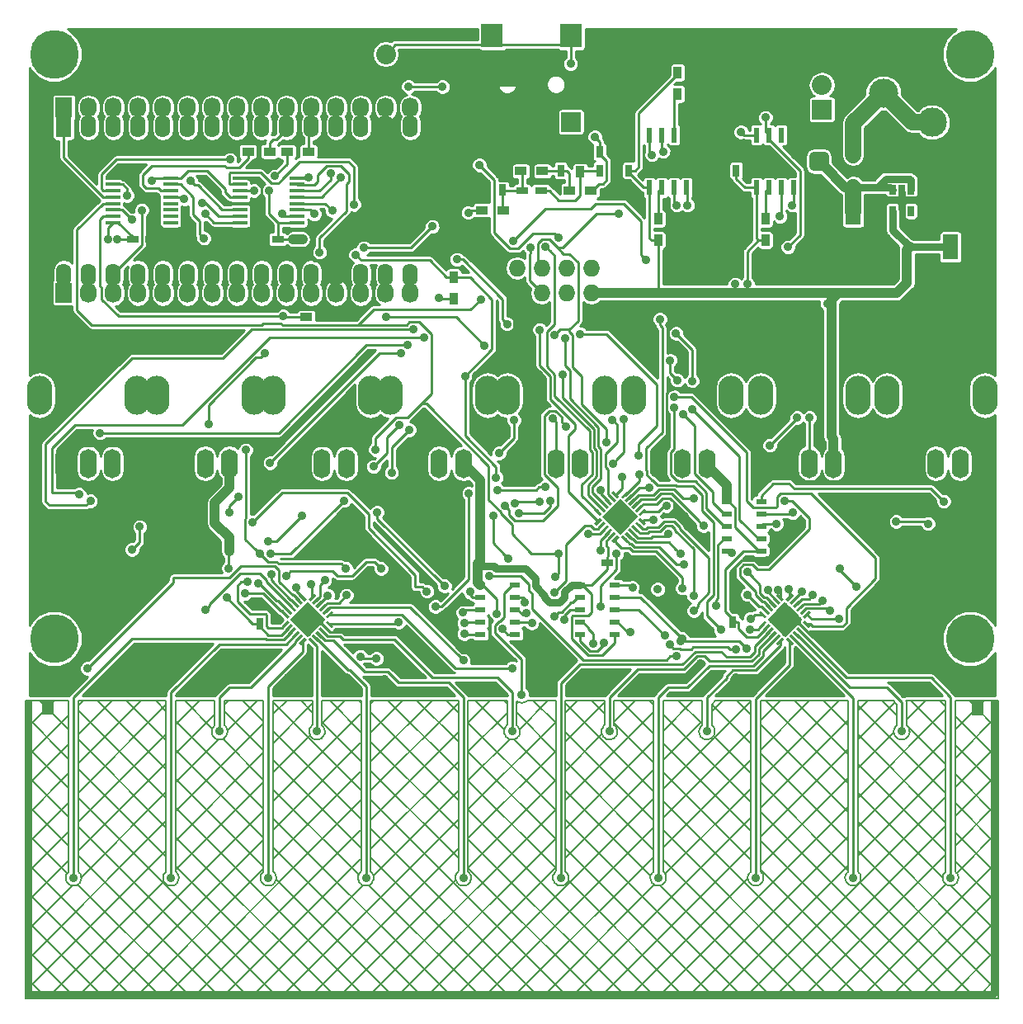
<source format=gbl>
G04 #@! TF.FileFunction,Copper,L2,Bot,Signal*
%FSLAX46Y46*%
G04 Gerber Fmt 4.6, Leading zero omitted, Abs format (unit mm)*
G04 Created by KiCad (PCBNEW 4.0.1-stable) date 31/12/2015 22:44:44*
%MOMM*%
G01*
G04 APERTURE LIST*
%ADD10C,0.100000*%
%ADD11C,0.889000*%
%ADD12C,5.000000*%
%ADD13R,0.750000X1.200000*%
%ADD14R,1.200000X0.750000*%
%ADD15R,1.600200X2.600960*%
%ADD16C,3.000000*%
%ADD17R,1.220000X0.910000*%
%ADD18R,1.200000X0.900000*%
%ADD19R,0.900000X1.200000*%
%ADD20R,1.574800X2.286000*%
%ADD21O,1.574800X2.286000*%
%ADD22R,1.500000X0.450000*%
%ADD23R,0.650000X1.060000*%
%ADD24R,0.600000X1.550000*%
%ADD25R,1.100000X0.600000*%
%ADD26R,1.727200X1.727200*%
%ADD27O,1.727200X1.727200*%
%ADD28R,1.727200X2.032000*%
%ADD29O,1.727200X2.032000*%
%ADD30R,1.300000X1.500000*%
%ADD31R,2.032000X2.032000*%
%ADD32O,2.032000X2.032000*%
%ADD33O,1.750000X3.000000*%
%ADD34O,2.600000X4.000000*%
%ADD35R,2.000000X2.000000*%
%ADD36R,2.200000X2.400000*%
%ADD37C,0.635000*%
%ADD38C,0.203200*%
%ADD39C,0.254000*%
%ADD40C,1.651000*%
%ADD41C,0.762000*%
%ADD42C,1.016000*%
G04 APERTURE END LIST*
D10*
D11*
X66000000Y-134500000D03*
X76000000Y-134500000D03*
X86000000Y-134500000D03*
X96000000Y-134500000D03*
X106000000Y-134500000D03*
X116000000Y-134500000D03*
X126000000Y-134500000D03*
X136000000Y-134500000D03*
X146000000Y-134500000D03*
X156000000Y-134500000D03*
X151000000Y-119500000D03*
X131000000Y-119500000D03*
X121000000Y-119500000D03*
X111000000Y-119500000D03*
X91000000Y-119500000D03*
X81000000Y-119500000D03*
D12*
X64000000Y-110000000D03*
X158000000Y-110000000D03*
X158000000Y-50000000D03*
X64000000Y-50000000D03*
D13*
X110000000Y-62050000D03*
X110000000Y-63950000D03*
D14*
X113950000Y-64000000D03*
X112050000Y-64000000D03*
D13*
X116000000Y-60050000D03*
X116000000Y-61950000D03*
X120000000Y-60050000D03*
X120000000Y-61950000D03*
D14*
X85050000Y-69000000D03*
X86950000Y-69000000D03*
X73950000Y-69000000D03*
X72050000Y-69000000D03*
D13*
X85100000Y-106550000D03*
X85100000Y-108450000D03*
X133600000Y-106350000D03*
X133600000Y-108250000D03*
D15*
X146000000Y-66199140D03*
X146000000Y-69800860D03*
X156000000Y-69800860D03*
X156000000Y-66199140D03*
D13*
X123000000Y-60050000D03*
X123000000Y-61950000D03*
X134000000Y-60050000D03*
X134000000Y-61950000D03*
D14*
X122676999Y-102201980D03*
X120776999Y-102201980D03*
D16*
X149100000Y-60000000D03*
X149100000Y-54000000D03*
X154100000Y-57000000D03*
D17*
X146000000Y-63635000D03*
X146000000Y-60365000D03*
D18*
X86100000Y-60000000D03*
X83900000Y-60000000D03*
X90100000Y-60000000D03*
X87900000Y-60000000D03*
X110100000Y-66000000D03*
X107900000Y-66000000D03*
X114100000Y-62000000D03*
X111900000Y-62000000D03*
D19*
X118000000Y-59900000D03*
X118000000Y-62100000D03*
D18*
X119100000Y-64000000D03*
X116900000Y-64000000D03*
X89900000Y-77000000D03*
X92100000Y-77000000D03*
D19*
X128000000Y-54100000D03*
X128000000Y-51900000D03*
X126000000Y-66900000D03*
X126000000Y-69100000D03*
X137000000Y-66900000D03*
X137000000Y-69100000D03*
D20*
X65000000Y-57380000D03*
D21*
X67540000Y-57380000D03*
X70080000Y-57380000D03*
X72620000Y-57380000D03*
X75160000Y-57380000D03*
X77700000Y-57380000D03*
X80240000Y-57380000D03*
X82780000Y-57380000D03*
X85320000Y-57380000D03*
X87860000Y-57380000D03*
X90400000Y-57380000D03*
X92940000Y-57380000D03*
X95480000Y-57380000D03*
X98020000Y-57380000D03*
X100560000Y-57380000D03*
X100560000Y-72620000D03*
X98020000Y-72620000D03*
X95480000Y-72620000D03*
X92940000Y-72620000D03*
X90400000Y-72620000D03*
X87860000Y-72620000D03*
X85320000Y-72620000D03*
X82780000Y-72620000D03*
X80240000Y-72620000D03*
X77700000Y-72620000D03*
X75160000Y-72620000D03*
X72620000Y-72620000D03*
X70080000Y-72620000D03*
X67540000Y-72620000D03*
X65000000Y-72620000D03*
D22*
X83050000Y-67275000D03*
X83050000Y-66625000D03*
X83050000Y-65975000D03*
X83050000Y-65325000D03*
X83050000Y-64675000D03*
X83050000Y-64025000D03*
X83050000Y-63375000D03*
X83050000Y-62725000D03*
X88950000Y-62725000D03*
X88950000Y-63375000D03*
X88950000Y-64025000D03*
X88950000Y-64675000D03*
X88950000Y-65325000D03*
X88950000Y-65975000D03*
X88950000Y-66625000D03*
X88950000Y-67275000D03*
D23*
X150050000Y-63900000D03*
X151000000Y-63900000D03*
X151950000Y-63900000D03*
X151950000Y-66100000D03*
X150050000Y-66100000D03*
D24*
X125095000Y-58300000D03*
X126365000Y-58300000D03*
X127635000Y-58300000D03*
X128905000Y-58300000D03*
X128905000Y-63700000D03*
X127635000Y-63700000D03*
X126365000Y-63700000D03*
X125095000Y-63700000D03*
X136095000Y-58300000D03*
X137365000Y-58300000D03*
X138635000Y-58300000D03*
X139905000Y-58300000D03*
X139905000Y-63700000D03*
X138635000Y-63700000D03*
X137365000Y-63700000D03*
X136095000Y-63700000D03*
D22*
X70050000Y-67275000D03*
X70050000Y-66625000D03*
X70050000Y-65975000D03*
X70050000Y-65325000D03*
X70050000Y-64675000D03*
X70050000Y-64025000D03*
X70050000Y-63375000D03*
X70050000Y-62725000D03*
X75950000Y-62725000D03*
X75950000Y-63375000D03*
X75950000Y-64025000D03*
X75950000Y-64675000D03*
X75950000Y-65325000D03*
X75950000Y-65975000D03*
X75950000Y-66625000D03*
X75950000Y-67275000D03*
D25*
X107744000Y-109540000D03*
X107744000Y-108270000D03*
X107744000Y-107000000D03*
X107744000Y-105730000D03*
X107744000Y-104460000D03*
X111300000Y-104460000D03*
X111300000Y-105730000D03*
X111300000Y-107000000D03*
X111300000Y-108270000D03*
X111300000Y-109540000D03*
X118000000Y-109540000D03*
X118000000Y-108270000D03*
X118000000Y-107000000D03*
X118000000Y-105730000D03*
X118000000Y-104460000D03*
X121556000Y-104460000D03*
X121556000Y-105730000D03*
X121556000Y-107000000D03*
X121556000Y-108270000D03*
X121556000Y-109540000D03*
X133000000Y-101000000D03*
X133000000Y-99730000D03*
X133000000Y-98460000D03*
X133000000Y-97190000D03*
X133000000Y-95920000D03*
X136556000Y-95920000D03*
X136556000Y-97190000D03*
X136556000Y-98460000D03*
X136556000Y-99730000D03*
X136556000Y-101000000D03*
D26*
X111500000Y-74500000D03*
D27*
X111500000Y-71960000D03*
X114040000Y-74500000D03*
X114040000Y-71960000D03*
X116580000Y-74500000D03*
X116580000Y-71960000D03*
X119120000Y-74500000D03*
X119120000Y-71960000D03*
D28*
X65000000Y-55500000D03*
D29*
X67540000Y-55500000D03*
X70080000Y-55500000D03*
X72620000Y-55500000D03*
X75160000Y-55500000D03*
X77700000Y-55500000D03*
X80240000Y-55500000D03*
X82780000Y-55500000D03*
X85320000Y-55500000D03*
X87860000Y-55500000D03*
X90400000Y-55500000D03*
X92940000Y-55500000D03*
X95480000Y-55500000D03*
X98020000Y-55500000D03*
X100560000Y-55500000D03*
D28*
X65000000Y-74500000D03*
D29*
X67540000Y-74500000D03*
X70080000Y-74500000D03*
X72620000Y-74500000D03*
X75160000Y-74500000D03*
X77700000Y-74500000D03*
X80240000Y-74500000D03*
X82780000Y-74500000D03*
X85320000Y-74500000D03*
X87860000Y-74500000D03*
X90400000Y-74500000D03*
X92940000Y-74500000D03*
X95480000Y-74500000D03*
X98020000Y-74500000D03*
X100560000Y-74500000D03*
D19*
X105000000Y-75100000D03*
X105000000Y-72900000D03*
D10*
G36*
X87330672Y-107310571D02*
X87542804Y-107098439D01*
X88143844Y-107699479D01*
X87931712Y-107911611D01*
X87330672Y-107310571D01*
X87330672Y-107310571D01*
G37*
G36*
X87684226Y-106957018D02*
X87896358Y-106744886D01*
X88497398Y-107345926D01*
X88285266Y-107558058D01*
X87684226Y-106957018D01*
X87684226Y-106957018D01*
G37*
G36*
X88037779Y-106603464D02*
X88249911Y-106391332D01*
X88850951Y-106992372D01*
X88638819Y-107204504D01*
X88037779Y-106603464D01*
X88037779Y-106603464D01*
G37*
G36*
X88391332Y-106249911D02*
X88603464Y-106037779D01*
X89204504Y-106638819D01*
X88992372Y-106850951D01*
X88391332Y-106249911D01*
X88391332Y-106249911D01*
G37*
G36*
X88744886Y-105896358D02*
X88957018Y-105684226D01*
X89558058Y-106285266D01*
X89345926Y-106497398D01*
X88744886Y-105896358D01*
X88744886Y-105896358D01*
G37*
G36*
X89098439Y-105542804D02*
X89310571Y-105330672D01*
X89911611Y-105931712D01*
X89699479Y-106143844D01*
X89098439Y-105542804D01*
X89098439Y-105542804D01*
G37*
G36*
X90689429Y-105330672D02*
X90901561Y-105542804D01*
X90300521Y-106143844D01*
X90088389Y-105931712D01*
X90689429Y-105330672D01*
X90689429Y-105330672D01*
G37*
G36*
X91042982Y-105684226D02*
X91255114Y-105896358D01*
X90654074Y-106497398D01*
X90441942Y-106285266D01*
X91042982Y-105684226D01*
X91042982Y-105684226D01*
G37*
G36*
X91396536Y-106037779D02*
X91608668Y-106249911D01*
X91007628Y-106850951D01*
X90795496Y-106638819D01*
X91396536Y-106037779D01*
X91396536Y-106037779D01*
G37*
G36*
X91750089Y-106391332D02*
X91962221Y-106603464D01*
X91361181Y-107204504D01*
X91149049Y-106992372D01*
X91750089Y-106391332D01*
X91750089Y-106391332D01*
G37*
G36*
X92103642Y-106744886D02*
X92315774Y-106957018D01*
X91714734Y-107558058D01*
X91502602Y-107345926D01*
X92103642Y-106744886D01*
X92103642Y-106744886D01*
G37*
G36*
X92457196Y-107098439D02*
X92669328Y-107310571D01*
X92068288Y-107911611D01*
X91856156Y-107699479D01*
X92457196Y-107098439D01*
X92457196Y-107098439D01*
G37*
G36*
X91856156Y-108300521D02*
X92068288Y-108088389D01*
X92669328Y-108689429D01*
X92457196Y-108901561D01*
X91856156Y-108300521D01*
X91856156Y-108300521D01*
G37*
G36*
X91502602Y-108654074D02*
X91714734Y-108441942D01*
X92315774Y-109042982D01*
X92103642Y-109255114D01*
X91502602Y-108654074D01*
X91502602Y-108654074D01*
G37*
G36*
X91149049Y-109007628D02*
X91361181Y-108795496D01*
X91962221Y-109396536D01*
X91750089Y-109608668D01*
X91149049Y-109007628D01*
X91149049Y-109007628D01*
G37*
G36*
X90795496Y-109361181D02*
X91007628Y-109149049D01*
X91608668Y-109750089D01*
X91396536Y-109962221D01*
X90795496Y-109361181D01*
X90795496Y-109361181D01*
G37*
G36*
X90441942Y-109714734D02*
X90654074Y-109502602D01*
X91255114Y-110103642D01*
X91042982Y-110315774D01*
X90441942Y-109714734D01*
X90441942Y-109714734D01*
G37*
G36*
X90088389Y-110068288D02*
X90300521Y-109856156D01*
X90901561Y-110457196D01*
X90689429Y-110669328D01*
X90088389Y-110068288D01*
X90088389Y-110068288D01*
G37*
G36*
X89699479Y-109856156D02*
X89911611Y-110068288D01*
X89310571Y-110669328D01*
X89098439Y-110457196D01*
X89699479Y-109856156D01*
X89699479Y-109856156D01*
G37*
G36*
X89345926Y-109502602D02*
X89558058Y-109714734D01*
X88957018Y-110315774D01*
X88744886Y-110103642D01*
X89345926Y-109502602D01*
X89345926Y-109502602D01*
G37*
G36*
X88992372Y-109149049D02*
X89204504Y-109361181D01*
X88603464Y-109962221D01*
X88391332Y-109750089D01*
X88992372Y-109149049D01*
X88992372Y-109149049D01*
G37*
G36*
X88638819Y-108795496D02*
X88850951Y-109007628D01*
X88249911Y-109608668D01*
X88037779Y-109396536D01*
X88638819Y-108795496D01*
X88638819Y-108795496D01*
G37*
G36*
X88285266Y-108441942D02*
X88497398Y-108654074D01*
X87896358Y-109255114D01*
X87684226Y-109042982D01*
X88285266Y-108441942D01*
X88285266Y-108441942D01*
G37*
G36*
X87931712Y-108088389D02*
X88143844Y-108300521D01*
X87542804Y-108901561D01*
X87330672Y-108689429D01*
X87931712Y-108088389D01*
X87931712Y-108088389D01*
G37*
G36*
X90000000Y-108000000D02*
X90919239Y-107080761D01*
X91838478Y-108000000D01*
X90919239Y-108919239D01*
X90000000Y-108000000D01*
X90000000Y-108000000D01*
G37*
G36*
X89080761Y-108919239D02*
X90000000Y-108000000D01*
X90919239Y-108919239D01*
X90000000Y-109838478D01*
X89080761Y-108919239D01*
X89080761Y-108919239D01*
G37*
G36*
X89080761Y-107080761D02*
X90000000Y-106161522D01*
X90919239Y-107080761D01*
X90000000Y-108000000D01*
X89080761Y-107080761D01*
X89080761Y-107080761D01*
G37*
G36*
X88161522Y-108000000D02*
X89080761Y-107080761D01*
X90000000Y-108000000D01*
X89080761Y-108919239D01*
X88161522Y-108000000D01*
X88161522Y-108000000D01*
G37*
G36*
X136330672Y-107310571D02*
X136542804Y-107098439D01*
X137143844Y-107699479D01*
X136931712Y-107911611D01*
X136330672Y-107310571D01*
X136330672Y-107310571D01*
G37*
G36*
X136684226Y-106957018D02*
X136896358Y-106744886D01*
X137497398Y-107345926D01*
X137285266Y-107558058D01*
X136684226Y-106957018D01*
X136684226Y-106957018D01*
G37*
G36*
X137037779Y-106603464D02*
X137249911Y-106391332D01*
X137850951Y-106992372D01*
X137638819Y-107204504D01*
X137037779Y-106603464D01*
X137037779Y-106603464D01*
G37*
G36*
X137391332Y-106249911D02*
X137603464Y-106037779D01*
X138204504Y-106638819D01*
X137992372Y-106850951D01*
X137391332Y-106249911D01*
X137391332Y-106249911D01*
G37*
G36*
X137744886Y-105896358D02*
X137957018Y-105684226D01*
X138558058Y-106285266D01*
X138345926Y-106497398D01*
X137744886Y-105896358D01*
X137744886Y-105896358D01*
G37*
G36*
X138098439Y-105542804D02*
X138310571Y-105330672D01*
X138911611Y-105931712D01*
X138699479Y-106143844D01*
X138098439Y-105542804D01*
X138098439Y-105542804D01*
G37*
G36*
X139689429Y-105330672D02*
X139901561Y-105542804D01*
X139300521Y-106143844D01*
X139088389Y-105931712D01*
X139689429Y-105330672D01*
X139689429Y-105330672D01*
G37*
G36*
X140042982Y-105684226D02*
X140255114Y-105896358D01*
X139654074Y-106497398D01*
X139441942Y-106285266D01*
X140042982Y-105684226D01*
X140042982Y-105684226D01*
G37*
G36*
X140396536Y-106037779D02*
X140608668Y-106249911D01*
X140007628Y-106850951D01*
X139795496Y-106638819D01*
X140396536Y-106037779D01*
X140396536Y-106037779D01*
G37*
G36*
X140750089Y-106391332D02*
X140962221Y-106603464D01*
X140361181Y-107204504D01*
X140149049Y-106992372D01*
X140750089Y-106391332D01*
X140750089Y-106391332D01*
G37*
G36*
X141103642Y-106744886D02*
X141315774Y-106957018D01*
X140714734Y-107558058D01*
X140502602Y-107345926D01*
X141103642Y-106744886D01*
X141103642Y-106744886D01*
G37*
G36*
X141457196Y-107098439D02*
X141669328Y-107310571D01*
X141068288Y-107911611D01*
X140856156Y-107699479D01*
X141457196Y-107098439D01*
X141457196Y-107098439D01*
G37*
G36*
X140856156Y-108300521D02*
X141068288Y-108088389D01*
X141669328Y-108689429D01*
X141457196Y-108901561D01*
X140856156Y-108300521D01*
X140856156Y-108300521D01*
G37*
G36*
X140502602Y-108654074D02*
X140714734Y-108441942D01*
X141315774Y-109042982D01*
X141103642Y-109255114D01*
X140502602Y-108654074D01*
X140502602Y-108654074D01*
G37*
G36*
X140149049Y-109007628D02*
X140361181Y-108795496D01*
X140962221Y-109396536D01*
X140750089Y-109608668D01*
X140149049Y-109007628D01*
X140149049Y-109007628D01*
G37*
G36*
X139795496Y-109361181D02*
X140007628Y-109149049D01*
X140608668Y-109750089D01*
X140396536Y-109962221D01*
X139795496Y-109361181D01*
X139795496Y-109361181D01*
G37*
G36*
X139441942Y-109714734D02*
X139654074Y-109502602D01*
X140255114Y-110103642D01*
X140042982Y-110315774D01*
X139441942Y-109714734D01*
X139441942Y-109714734D01*
G37*
G36*
X139088389Y-110068288D02*
X139300521Y-109856156D01*
X139901561Y-110457196D01*
X139689429Y-110669328D01*
X139088389Y-110068288D01*
X139088389Y-110068288D01*
G37*
G36*
X138699479Y-109856156D02*
X138911611Y-110068288D01*
X138310571Y-110669328D01*
X138098439Y-110457196D01*
X138699479Y-109856156D01*
X138699479Y-109856156D01*
G37*
G36*
X138345926Y-109502602D02*
X138558058Y-109714734D01*
X137957018Y-110315774D01*
X137744886Y-110103642D01*
X138345926Y-109502602D01*
X138345926Y-109502602D01*
G37*
G36*
X137992372Y-109149049D02*
X138204504Y-109361181D01*
X137603464Y-109962221D01*
X137391332Y-109750089D01*
X137992372Y-109149049D01*
X137992372Y-109149049D01*
G37*
G36*
X137638819Y-108795496D02*
X137850951Y-109007628D01*
X137249911Y-109608668D01*
X137037779Y-109396536D01*
X137638819Y-108795496D01*
X137638819Y-108795496D01*
G37*
G36*
X137285266Y-108441942D02*
X137497398Y-108654074D01*
X136896358Y-109255114D01*
X136684226Y-109042982D01*
X137285266Y-108441942D01*
X137285266Y-108441942D01*
G37*
G36*
X136931712Y-108088389D02*
X137143844Y-108300521D01*
X136542804Y-108901561D01*
X136330672Y-108689429D01*
X136931712Y-108088389D01*
X136931712Y-108088389D01*
G37*
G36*
X139000000Y-108000000D02*
X139919239Y-107080761D01*
X140838478Y-108000000D01*
X139919239Y-108919239D01*
X139000000Y-108000000D01*
X139000000Y-108000000D01*
G37*
G36*
X138080761Y-108919239D02*
X139000000Y-108000000D01*
X139919239Y-108919239D01*
X139000000Y-109838478D01*
X138080761Y-108919239D01*
X138080761Y-108919239D01*
G37*
G36*
X138080761Y-107080761D02*
X139000000Y-106161522D01*
X139919239Y-107080761D01*
X139000000Y-108000000D01*
X138080761Y-107080761D01*
X138080761Y-107080761D01*
G37*
G36*
X137161522Y-108000000D02*
X138080761Y-107080761D01*
X139000000Y-108000000D01*
X138080761Y-108919239D01*
X137161522Y-108000000D01*
X137161522Y-108000000D01*
G37*
G36*
X124769328Y-98169429D02*
X124557196Y-98381561D01*
X123956156Y-97780521D01*
X124168288Y-97568389D01*
X124769328Y-98169429D01*
X124769328Y-98169429D01*
G37*
G36*
X124415774Y-98522982D02*
X124203642Y-98735114D01*
X123602602Y-98134074D01*
X123814734Y-97921942D01*
X124415774Y-98522982D01*
X124415774Y-98522982D01*
G37*
G36*
X124062221Y-98876536D02*
X123850089Y-99088668D01*
X123249049Y-98487628D01*
X123461181Y-98275496D01*
X124062221Y-98876536D01*
X124062221Y-98876536D01*
G37*
G36*
X123708668Y-99230089D02*
X123496536Y-99442221D01*
X122895496Y-98841181D01*
X123107628Y-98629049D01*
X123708668Y-99230089D01*
X123708668Y-99230089D01*
G37*
G36*
X123355114Y-99583642D02*
X123142982Y-99795774D01*
X122541942Y-99194734D01*
X122754074Y-98982602D01*
X123355114Y-99583642D01*
X123355114Y-99583642D01*
G37*
G36*
X123001561Y-99937196D02*
X122789429Y-100149328D01*
X122188389Y-99548288D01*
X122400521Y-99336156D01*
X123001561Y-99937196D01*
X123001561Y-99937196D01*
G37*
G36*
X121410571Y-100149328D02*
X121198439Y-99937196D01*
X121799479Y-99336156D01*
X122011611Y-99548288D01*
X121410571Y-100149328D01*
X121410571Y-100149328D01*
G37*
G36*
X121057018Y-99795774D02*
X120844886Y-99583642D01*
X121445926Y-98982602D01*
X121658058Y-99194734D01*
X121057018Y-99795774D01*
X121057018Y-99795774D01*
G37*
G36*
X120703464Y-99442221D02*
X120491332Y-99230089D01*
X121092372Y-98629049D01*
X121304504Y-98841181D01*
X120703464Y-99442221D01*
X120703464Y-99442221D01*
G37*
G36*
X120349911Y-99088668D02*
X120137779Y-98876536D01*
X120738819Y-98275496D01*
X120950951Y-98487628D01*
X120349911Y-99088668D01*
X120349911Y-99088668D01*
G37*
G36*
X119996358Y-98735114D02*
X119784226Y-98522982D01*
X120385266Y-97921942D01*
X120597398Y-98134074D01*
X119996358Y-98735114D01*
X119996358Y-98735114D01*
G37*
G36*
X119642804Y-98381561D02*
X119430672Y-98169429D01*
X120031712Y-97568389D01*
X120243844Y-97780521D01*
X119642804Y-98381561D01*
X119642804Y-98381561D01*
G37*
G36*
X120243844Y-97179479D02*
X120031712Y-97391611D01*
X119430672Y-96790571D01*
X119642804Y-96578439D01*
X120243844Y-97179479D01*
X120243844Y-97179479D01*
G37*
G36*
X120597398Y-96825926D02*
X120385266Y-97038058D01*
X119784226Y-96437018D01*
X119996358Y-96224886D01*
X120597398Y-96825926D01*
X120597398Y-96825926D01*
G37*
G36*
X120950951Y-96472372D02*
X120738819Y-96684504D01*
X120137779Y-96083464D01*
X120349911Y-95871332D01*
X120950951Y-96472372D01*
X120950951Y-96472372D01*
G37*
G36*
X121304504Y-96118819D02*
X121092372Y-96330951D01*
X120491332Y-95729911D01*
X120703464Y-95517779D01*
X121304504Y-96118819D01*
X121304504Y-96118819D01*
G37*
G36*
X121658058Y-95765266D02*
X121445926Y-95977398D01*
X120844886Y-95376358D01*
X121057018Y-95164226D01*
X121658058Y-95765266D01*
X121658058Y-95765266D01*
G37*
G36*
X122011611Y-95411712D02*
X121799479Y-95623844D01*
X121198439Y-95022804D01*
X121410571Y-94810672D01*
X122011611Y-95411712D01*
X122011611Y-95411712D01*
G37*
G36*
X122400521Y-95623844D02*
X122188389Y-95411712D01*
X122789429Y-94810672D01*
X123001561Y-95022804D01*
X122400521Y-95623844D01*
X122400521Y-95623844D01*
G37*
G36*
X122754074Y-95977398D02*
X122541942Y-95765266D01*
X123142982Y-95164226D01*
X123355114Y-95376358D01*
X122754074Y-95977398D01*
X122754074Y-95977398D01*
G37*
G36*
X123107628Y-96330951D02*
X122895496Y-96118819D01*
X123496536Y-95517779D01*
X123708668Y-95729911D01*
X123107628Y-96330951D01*
X123107628Y-96330951D01*
G37*
G36*
X123461181Y-96684504D02*
X123249049Y-96472372D01*
X123850089Y-95871332D01*
X124062221Y-96083464D01*
X123461181Y-96684504D01*
X123461181Y-96684504D01*
G37*
G36*
X123814734Y-97038058D02*
X123602602Y-96825926D01*
X124203642Y-96224886D01*
X124415774Y-96437018D01*
X123814734Y-97038058D01*
X123814734Y-97038058D01*
G37*
G36*
X124168288Y-97391611D02*
X123956156Y-97179479D01*
X124557196Y-96578439D01*
X124769328Y-96790571D01*
X124168288Y-97391611D01*
X124168288Y-97391611D01*
G37*
G36*
X122100000Y-97480000D02*
X121180761Y-98399239D01*
X120261522Y-97480000D01*
X121180761Y-96560761D01*
X122100000Y-97480000D01*
X122100000Y-97480000D01*
G37*
G36*
X123019239Y-96560761D02*
X122100000Y-97480000D01*
X121180761Y-96560761D01*
X122100000Y-95641522D01*
X123019239Y-96560761D01*
X123019239Y-96560761D01*
G37*
G36*
X123019239Y-98399239D02*
X122100000Y-99318478D01*
X121180761Y-98399239D01*
X122100000Y-97480000D01*
X123019239Y-98399239D01*
X123019239Y-98399239D01*
G37*
G36*
X123938478Y-97480000D02*
X123019239Y-98399239D01*
X122100000Y-97480000D01*
X123019239Y-96560761D01*
X123938478Y-97480000D01*
X123938478Y-97480000D01*
G37*
D30*
X158750000Y-117110000D03*
X158750000Y-114410000D03*
X63320000Y-116990000D03*
X63320000Y-114290000D03*
D31*
X95500000Y-50000000D03*
D32*
X98040000Y-50000000D03*
D31*
X142800000Y-55700000D03*
D32*
X142800000Y-53160000D03*
D33*
X65000000Y-92000000D03*
X67500000Y-92000000D03*
X70000000Y-92000000D03*
D34*
X72500000Y-85000000D03*
X62500000Y-85000000D03*
D33*
X77000000Y-92000000D03*
X79500000Y-92000000D03*
X82000000Y-92000000D03*
D34*
X84500000Y-85000000D03*
X74500000Y-85000000D03*
D33*
X89000000Y-92000000D03*
X91500000Y-92000000D03*
X94000000Y-92000000D03*
D34*
X96500000Y-85000000D03*
X86500000Y-85000000D03*
D33*
X101000000Y-92000000D03*
X103500000Y-92000000D03*
X106000000Y-92000000D03*
D34*
X108500000Y-85000000D03*
X98500000Y-85000000D03*
D33*
X113000000Y-92000000D03*
X115500000Y-92000000D03*
X118000000Y-92000000D03*
D34*
X120500000Y-85000000D03*
X110500000Y-85000000D03*
D33*
X126000000Y-92000000D03*
X128500000Y-92000000D03*
X131000000Y-92000000D03*
D34*
X133500000Y-85000000D03*
X123500000Y-85000000D03*
D33*
X139000000Y-92000000D03*
X141500000Y-92000000D03*
X144000000Y-92000000D03*
D34*
X146500000Y-85000000D03*
X136500000Y-85000000D03*
D33*
X152000000Y-92000000D03*
X154500000Y-92000000D03*
X157000000Y-92000000D03*
D34*
X159500000Y-85000000D03*
X149500000Y-85000000D03*
D35*
X117050000Y-56950000D03*
X108950000Y-56950000D03*
D36*
X117050000Y-48100000D03*
X108950000Y-48100000D03*
D11*
X132232400Y-113639600D03*
X108661200Y-115163600D03*
X113284000Y-112826800D03*
X116789200Y-112217200D03*
X118211600Y-115214400D03*
X118313200Y-113487200D03*
X123240800Y-115316000D03*
X84000000Y-113000000D03*
X130351529Y-112552851D03*
X128000000Y-114000000D03*
X134000000Y-114000000D03*
X138000000Y-113000000D03*
X141000000Y-114000000D03*
X145000000Y-112000000D03*
X97911332Y-114153508D03*
X99000000Y-113000000D03*
X101000000Y-111000000D03*
X94000000Y-114000000D03*
X92000000Y-113000000D03*
X90000000Y-113000000D03*
X88000000Y-114000000D03*
X86000000Y-112000000D03*
X78000000Y-115000000D03*
X75000000Y-115000000D03*
X74000000Y-112000000D03*
X71000000Y-114000000D03*
X72000000Y-114000000D03*
X69000000Y-109000000D03*
X153000000Y-115000000D03*
X152000000Y-115000000D03*
X152000000Y-113000000D03*
X128959052Y-98341347D03*
X137167268Y-101944808D03*
X144470000Y-70949840D03*
X123883420Y-101869240D03*
X96371396Y-102925778D03*
X97000000Y-109269695D03*
X94000000Y-109269695D03*
X86643478Y-108084143D03*
X136450000Y-70500000D03*
X149500000Y-102765280D03*
X97500000Y-106000000D03*
X109426063Y-107412544D03*
X86040431Y-64021471D03*
X84491010Y-64000000D03*
X81900091Y-102747712D03*
X81706911Y-105778707D03*
X143340000Y-75580000D03*
X135140000Y-73580000D03*
X133900000Y-73600000D03*
X110000000Y-109000000D03*
X103500000Y-75000000D03*
X69500000Y-69000000D03*
X70500000Y-69000000D03*
X88500000Y-69000000D03*
X89500000Y-69000000D03*
X143000000Y-61500000D03*
X142000000Y-61500000D03*
X142000000Y-60500000D03*
X143000000Y-60500000D03*
X143000000Y-61500000D03*
X106702101Y-105181385D03*
X67420000Y-113050000D03*
X105952958Y-107312096D03*
X88837806Y-104764374D03*
X106085048Y-108396291D03*
X95412810Y-111817190D03*
X97080000Y-112030000D03*
X90387228Y-104385793D03*
X106081414Y-109488496D03*
X91780771Y-103989212D03*
X113020303Y-108388101D03*
X92081290Y-105548985D03*
X112485854Y-107382246D03*
X94000000Y-105531931D03*
X112325280Y-106257944D03*
X106000000Y-112225280D03*
X111990000Y-115730000D03*
X111000000Y-113000000D03*
X115310611Y-107680781D03*
X137232936Y-104968057D03*
X116345079Y-108072971D03*
X138325147Y-104968802D03*
X119340085Y-110456989D03*
X139416668Y-104929971D03*
X120430504Y-110394436D03*
X140746480Y-105117900D03*
X123130325Y-109316353D03*
X141887230Y-105504329D03*
X133967216Y-111078945D03*
X126652989Y-109675953D03*
X127170000Y-110570000D03*
X142827056Y-106060794D03*
X128305085Y-110198503D03*
X135103283Y-111019814D03*
X128451047Y-109989374D03*
X143606520Y-107101640D03*
X144612360Y-102747728D03*
X146291300Y-104665780D03*
X123347155Y-104742774D03*
X144518400Y-107972918D03*
X128511856Y-86925279D03*
X129479185Y-83530813D03*
X100832220Y-78245284D03*
X67730000Y-95860000D03*
X127830000Y-78670000D03*
X116447555Y-79199249D03*
X66570000Y-95170000D03*
X101960000Y-79100000D03*
X127638088Y-86269950D03*
X81970000Y-97009421D03*
X82890000Y-95460000D03*
X98640000Y-92960000D03*
X100460000Y-88560000D03*
X120047338Y-94706042D03*
X109532056Y-94737158D03*
X114402880Y-94428499D03*
X104063800Y-104581960D03*
X97159318Y-97024720D03*
X131960000Y-106620000D03*
X121301345Y-87523534D03*
X110267167Y-96347404D03*
X116558595Y-88197834D03*
X110615491Y-101771280D03*
X109039396Y-97338952D03*
X133507533Y-101171002D03*
X122278140Y-93367860D03*
X111322891Y-96067452D03*
X113833993Y-95945406D03*
X121352818Y-91995867D03*
X122496779Y-87450291D03*
X129500024Y-86460036D03*
X124024232Y-93107103D03*
X138140000Y-98220000D03*
X125058593Y-94463763D03*
X139804217Y-97055280D03*
X129690724Y-95595425D03*
X155290000Y-95890000D03*
X130641711Y-98398414D03*
X153690000Y-98190000D03*
X150430000Y-97980000D03*
X86650000Y-62509420D03*
X72000000Y-67000000D03*
X74000000Y-62988069D03*
X73000000Y-66000000D03*
X103860000Y-53350000D03*
X120643461Y-89872659D03*
X113832061Y-78276832D03*
X115351560Y-78861920D03*
X138944720Y-95829263D03*
X79520000Y-107040000D03*
X100370000Y-53330000D03*
X139310000Y-69790000D03*
X121971976Y-66357595D03*
X137000000Y-56500000D03*
X126500000Y-60000000D03*
X115371280Y-105215439D03*
X135140497Y-105459078D03*
X97561400Y-102803960D03*
X82036626Y-60822820D03*
X115758157Y-68857697D03*
X125948670Y-104905722D03*
X87840000Y-103520000D03*
X84920000Y-104320000D03*
X107650000Y-61370000D03*
X139760481Y-65500000D03*
X129000000Y-65500000D03*
X135140700Y-103134129D03*
X93773723Y-95804063D03*
X115407827Y-103663446D03*
X115765750Y-101229107D03*
X118805038Y-99252288D03*
X86220000Y-101290000D03*
X86272654Y-103350475D03*
X107800000Y-75174720D03*
X96990000Y-90580000D03*
X138490000Y-66660000D03*
X127906084Y-65501703D03*
X95785018Y-69884269D03*
X102829255Y-67680450D03*
X106500000Y-66274720D03*
X108638839Y-103588118D03*
X127866177Y-111745017D03*
X135401289Y-109013182D03*
X85612600Y-80703020D03*
X87517612Y-76889015D03*
X85116945Y-101304720D03*
X93917809Y-102765280D03*
X83841139Y-104149748D03*
X79860000Y-87960000D03*
X83680000Y-90620000D03*
X68700269Y-88864720D03*
X100301278Y-79874720D03*
X99566369Y-80682701D03*
X86171931Y-91932465D03*
X96782498Y-92320221D03*
X99454443Y-88069914D03*
X111193506Y-87565280D03*
X109660000Y-90950000D03*
X115180455Y-87407865D03*
X140240000Y-87310000D03*
X137460000Y-90150000D03*
X141520000Y-87310000D03*
X121735130Y-101276838D03*
X71983600Y-100840540D03*
X72783700Y-98508820D03*
X84371180Y-98044000D03*
X102262940Y-105120440D03*
X120045480Y-106697782D03*
X126837440Y-96342200D03*
X125529909Y-97760212D03*
X89456328Y-97369960D03*
X114917156Y-95805109D03*
X111689014Y-97097653D03*
X85930000Y-100020000D03*
X129654200Y-107114382D03*
X129621043Y-105564960D03*
X127053772Y-99250520D03*
X128267300Y-101292518D03*
X128619465Y-102326397D03*
X128470660Y-104790240D03*
X77345461Y-64862080D03*
X114439700Y-69781420D03*
X78000000Y-63000000D03*
X79189734Y-65262035D03*
X79508716Y-66376037D03*
X120047712Y-100885303D03*
X123994012Y-91218458D03*
X117989434Y-78719547D03*
X108164284Y-79914720D03*
X91252809Y-70332809D03*
X98100692Y-77005481D03*
X132426826Y-109083971D03*
X135466566Y-107922922D03*
X110480325Y-77704706D03*
X126174469Y-77215280D03*
X90707618Y-66411647D03*
X105330000Y-71070000D03*
X83584720Y-105352193D03*
X87400000Y-66360000D03*
X117000000Y-51000000D03*
X119500000Y-58500000D03*
X79370783Y-68902725D03*
X112890278Y-69822609D03*
X94764839Y-65432031D03*
X90151084Y-62640165D03*
X103131076Y-106689681D03*
X116156719Y-82852076D03*
X127653493Y-85177848D03*
X127965200Y-83489800D03*
X127218440Y-81445100D03*
X109370000Y-93450000D03*
X106169799Y-83035765D03*
X106579632Y-95062554D03*
X99360000Y-108300000D03*
X94960000Y-70600000D03*
X71500000Y-64500000D03*
X92374780Y-62252040D03*
X134500000Y-58000000D03*
X93454542Y-62685211D03*
X125355245Y-60330221D03*
X92531086Y-66041069D03*
X111125956Y-69178426D03*
X124730000Y-71110000D03*
D37*
X61400000Y-116600000D02*
X61400000Y-146400000D01*
X160500000Y-146500000D02*
X160500000Y-116600000D01*
X61500000Y-146500000D02*
X160500000Y-146500000D01*
X61400000Y-146600000D02*
X61500000Y-146500000D01*
X61400000Y-146500000D02*
X61400000Y-146600000D01*
X61400000Y-146400000D02*
X61400000Y-146500000D01*
D38*
X64018300Y-116339360D02*
X61064280Y-119293380D01*
X67000260Y-116339360D02*
X66494800Y-116842280D01*
X65486420Y-117853200D02*
X61066820Y-122272800D01*
X69982220Y-116339360D02*
X66494800Y-119824240D01*
X65486420Y-120835160D02*
X61064280Y-125254760D01*
X72964180Y-116339360D02*
X66494800Y-122806200D01*
X65486420Y-123814580D02*
X61066820Y-128236720D01*
X75486400Y-116796560D02*
X66494800Y-125788160D01*
X65486420Y-126796540D02*
X61064280Y-131218680D01*
X78925560Y-116339360D02*
X76494780Y-118770140D01*
X75486400Y-119778520D02*
X66494800Y-128767580D01*
X65486420Y-129778500D02*
X61066820Y-134198100D01*
X81907520Y-116339360D02*
X81496040Y-116750840D01*
X80485120Y-117761760D02*
X76494780Y-121749560D01*
X75486400Y-122760480D02*
X66494800Y-131749540D01*
X65486420Y-132760460D02*
X61064280Y-137180060D01*
X84889480Y-116339360D02*
X81805920Y-119422920D01*
X80896600Y-120332240D02*
X76494780Y-124731520D01*
X75486400Y-125742440D02*
X66802140Y-134424160D01*
X65897900Y-135330940D02*
X61066820Y-140162020D01*
X87871440Y-116339360D02*
X86494760Y-117713500D01*
X85483840Y-118724420D02*
X76494780Y-127713480D01*
X75486400Y-128724400D02*
X61064280Y-143143980D01*
X90485100Y-116705120D02*
X86494760Y-120695460D01*
X85483840Y-121706380D02*
X76494780Y-130695440D01*
X75486400Y-131703820D02*
X61066820Y-146123400D01*
X93832820Y-116339360D02*
X91493480Y-118676160D01*
X90264120Y-119908060D02*
X86494760Y-123677420D01*
X85483840Y-124685800D02*
X76494780Y-133677400D01*
X75265420Y-134906760D02*
X63266460Y-146903180D01*
X96814780Y-116339360D02*
X96494740Y-116659400D01*
X95483820Y-117667780D02*
X86494760Y-126659380D01*
X85483840Y-127667760D02*
X66248420Y-146903180D01*
X99796740Y-116339360D02*
X96494740Y-119641360D01*
X95483820Y-120649740D02*
X86494760Y-129638800D01*
X85483840Y-130649720D02*
X69230380Y-146903180D01*
X102778700Y-116339360D02*
X96494740Y-122620780D01*
X95483820Y-123631700D02*
X86494760Y-132620760D01*
X85483840Y-133631680D02*
X72212340Y-146903180D01*
X105486340Y-116611140D02*
X96494740Y-125602740D01*
X95483820Y-126613660D02*
X75194300Y-146903180D01*
X108740080Y-116339360D02*
X106494720Y-118584720D01*
X105486340Y-119593100D02*
X96494740Y-128584700D01*
X95483820Y-129595620D02*
X78173720Y-146903180D01*
X111589960Y-116468900D02*
X111495980Y-116565420D01*
X110485060Y-117573800D02*
X106494720Y-121566680D01*
X105486340Y-122575060D02*
X96494740Y-131566660D01*
X95483820Y-132575040D02*
X81155680Y-146903180D01*
X114704000Y-116339360D02*
X111775380Y-119265440D01*
X110736520Y-120304300D02*
X106494720Y-124548640D01*
X105486340Y-125554480D02*
X96776680Y-134264140D01*
X95737820Y-135303000D02*
X84137640Y-146903180D01*
X117685960Y-116339360D02*
X116494700Y-117528080D01*
X115486320Y-118536460D02*
X106494720Y-127530600D01*
X105486340Y-128536440D02*
X87119600Y-146903180D01*
X120485040Y-116519700D02*
X116494700Y-120510040D01*
X115486320Y-121518420D02*
X106494720Y-130510020D01*
X105486340Y-131518400D02*
X90099020Y-146903180D01*
X123647340Y-116339360D02*
X121495960Y-118490740D01*
X120208180Y-119778520D02*
X116494700Y-123489460D01*
X115486320Y-124500380D02*
X106494720Y-133491980D01*
X105204400Y-134779760D02*
X93080980Y-146903180D01*
X126629300Y-116339360D02*
X126494680Y-116471440D01*
X125486300Y-117482360D02*
X116494700Y-126471420D01*
X115486320Y-127482340D02*
X96062940Y-146903180D01*
X129611260Y-116339360D02*
X126494680Y-119453400D01*
X125486300Y-120464320D02*
X116494700Y-129453380D01*
X115486320Y-130464300D02*
X99044900Y-146903180D01*
X132590680Y-116339360D02*
X131495940Y-117436640D01*
X130485020Y-118445020D02*
X126494680Y-122435360D01*
X125486300Y-123446280D02*
X116494700Y-132435340D01*
X115486320Y-133443720D02*
X102026860Y-146903180D01*
X135483740Y-116428260D02*
X126494680Y-125417320D01*
X125486300Y-126425700D02*
X105006280Y-146903180D01*
X138554600Y-116339360D02*
X136494660Y-118399300D01*
X135483740Y-119407680D02*
X126494680Y-128399280D01*
X125486300Y-129407660D02*
X107988240Y-146903180D01*
X141536560Y-116339360D02*
X136494660Y-121381260D01*
X135483740Y-122389640D02*
X126494680Y-131378700D01*
X125486300Y-132389620D02*
X110970200Y-146903180D01*
X144518520Y-116339360D02*
X136494660Y-124360680D01*
X135483740Y-125371600D02*
X126720740Y-134137140D01*
X125610760Y-135244580D02*
X113952160Y-146903180D01*
X147497940Y-116339360D02*
X146494640Y-117342660D01*
X145483720Y-118353580D02*
X136494660Y-127342640D01*
X135483740Y-128353560D02*
X116934120Y-146903180D01*
X150284320Y-116534940D02*
X146494640Y-120324620D01*
X145483720Y-121335540D02*
X136494660Y-130324600D01*
X135483740Y-131335520D02*
X119913540Y-146903180D01*
X153461860Y-116339360D02*
X151493360Y-118307860D01*
X150177640Y-119621040D02*
X146494640Y-123306580D01*
X145483720Y-124317500D02*
X136494660Y-133306560D01*
X135176400Y-134622280D02*
X122895500Y-146903180D01*
X155486240Y-117296940D02*
X146494640Y-126288540D01*
X145483720Y-127296920D02*
X125877460Y-146903180D01*
X159425780Y-116339360D02*
X156494620Y-119267980D01*
X155486240Y-120276360D02*
X146494640Y-129270500D01*
X145483720Y-130278880D02*
X128859420Y-146903180D01*
X160845640Y-117898920D02*
X156494620Y-122249940D01*
X155483700Y-123260860D02*
X146494640Y-132249920D01*
X145483720Y-133260840D02*
X131841380Y-146903180D01*
X160845640Y-120880880D02*
X156494620Y-125231900D01*
X155483700Y-126242820D02*
X134823340Y-146903180D01*
X160845640Y-123860300D02*
X156494620Y-128213860D01*
X155483700Y-129224780D02*
X137802760Y-146903180D01*
X160845640Y-126842260D02*
X156494620Y-131195820D01*
X155483700Y-132204200D02*
X140784720Y-146903180D01*
X160845640Y-129824220D02*
X156652100Y-134020300D01*
X155491320Y-135178540D02*
X143766680Y-146903180D01*
X160845640Y-132806180D02*
X146748640Y-146903180D01*
X160845640Y-135788140D02*
X149730600Y-146903180D01*
X160845640Y-138767560D02*
X152710020Y-146903180D01*
X160845640Y-141749520D02*
X155691980Y-146903180D01*
X160845640Y-144731480D02*
X158673940Y-146903180D01*
X157894160Y-116339360D02*
X160848180Y-119293380D01*
X154912200Y-116339360D02*
X155483700Y-116910860D01*
X156494620Y-117919240D02*
X160845640Y-122272800D01*
X151930240Y-116339360D02*
X155483700Y-119892820D01*
X156494620Y-120901200D02*
X160848180Y-125254760D01*
X148948280Y-116339360D02*
X150484980Y-117873520D01*
X151493360Y-118884440D02*
X155483700Y-122872240D01*
X156494620Y-123883160D02*
X160845640Y-128236720D01*
X146494640Y-116865140D02*
X155483700Y-125854200D01*
X156494620Y-126865120D02*
X160848180Y-131218680D01*
X142986900Y-116339360D02*
X145483720Y-118836180D01*
X146494640Y-119847100D02*
X155483700Y-128836160D01*
X156494620Y-129847080D02*
X160845640Y-134198100D01*
X140004940Y-116339360D02*
X145483720Y-121818140D01*
X146494640Y-122829060D02*
X155483700Y-131818120D01*
X156494620Y-132826500D02*
X160848180Y-137180060D01*
X137022980Y-116339360D02*
X145483720Y-124800100D01*
X146494640Y-125808480D02*
X155168740Y-134482580D01*
X156024720Y-135338560D02*
X160845640Y-140162020D01*
X134041020Y-116339360D02*
X135486280Y-117782080D01*
X136494660Y-118790460D02*
X145483720Y-127782060D01*
X146494640Y-128790440D02*
X160848180Y-143143980D01*
X131495940Y-116773700D02*
X135486280Y-120764040D01*
X136494660Y-121772420D02*
X145483720Y-130761480D01*
X146494640Y-131772400D02*
X160845640Y-146123400D01*
X128079640Y-116339360D02*
X130485020Y-118744740D01*
X131691520Y-119948700D02*
X135486280Y-123743460D01*
X136494660Y-124754380D02*
X145483720Y-133743440D01*
X146692760Y-134949940D02*
X158646000Y-146903180D01*
X125097680Y-116339360D02*
X125486300Y-116725440D01*
X126494680Y-117736360D02*
X135486280Y-126725420D01*
X136494660Y-127736340D02*
X155664040Y-146903180D01*
X122115720Y-116339360D02*
X125486300Y-119707400D01*
X126494680Y-120718320D02*
X135486280Y-129707380D01*
X136494660Y-130715760D02*
X152682080Y-146903180D01*
X119136300Y-116339360D02*
X120485040Y-117688100D01*
X121495960Y-118699020D02*
X125486300Y-122689360D01*
X126494680Y-123697740D02*
X135486280Y-132689340D01*
X136494660Y-133697720D02*
X149700120Y-146903180D01*
X116494700Y-116679720D02*
X125486300Y-125671320D01*
X126494680Y-126679700D02*
X146720700Y-146903180D01*
X113172380Y-116339360D02*
X115486320Y-118653300D01*
X116494700Y-119659140D02*
X125486300Y-128650740D01*
X126494680Y-129661660D02*
X143738740Y-146903180D01*
X110190420Y-116339360D02*
X110485060Y-116631460D01*
X111493440Y-117642380D02*
X115486320Y-121632720D01*
X116494700Y-122641100D02*
X125486300Y-131632700D01*
X126494680Y-132643620D02*
X140756780Y-146903180D01*
X107208460Y-116339360D02*
X110192960Y-119321320D01*
X111186100Y-120314460D02*
X115486320Y-124614680D01*
X116494700Y-125623060D02*
X125191660Y-134320020D01*
X126184800Y-135315700D02*
X137774820Y-146903180D01*
X104229040Y-116339360D02*
X105483800Y-117594120D01*
X106494720Y-118605040D02*
X115486320Y-127596640D01*
X116494700Y-128605020D02*
X134792860Y-146903180D01*
X101247080Y-116339360D02*
X105483800Y-120576080D01*
X106494720Y-121587000D02*
X115486320Y-130578600D01*
X116494700Y-131586980D02*
X131813440Y-146903180D01*
X98265120Y-116339360D02*
X105483800Y-123558040D01*
X106494720Y-124568960D02*
X115486320Y-133560560D01*
X116753780Y-134828020D02*
X128831480Y-146903180D01*
X95283160Y-116339360D02*
X95483820Y-116540020D01*
X96494740Y-117550940D02*
X105483800Y-126540000D01*
X106494720Y-127548380D02*
X125849520Y-146903180D01*
X92301200Y-116339360D02*
X95483820Y-119521980D01*
X96494740Y-120530360D02*
X105483800Y-129521960D01*
X106494720Y-130530340D02*
X122867560Y-146903180D01*
X89321780Y-116339360D02*
X90485100Y-117502680D01*
X91496020Y-118513600D02*
X95483820Y-122503940D01*
X96494740Y-123512320D02*
X105483800Y-132501380D01*
X106494720Y-133512300D02*
X119885600Y-146903180D01*
X86494760Y-116494300D02*
X95483820Y-125483360D01*
X96494740Y-126494280D02*
X116906180Y-146903180D01*
X83357860Y-116339360D02*
X85486380Y-118465340D01*
X86494760Y-119476260D02*
X95483820Y-128465320D01*
X96494740Y-129476240D02*
X113924220Y-146903180D01*
X80375900Y-116339360D02*
X80485120Y-116448580D01*
X81496040Y-117456960D02*
X85486380Y-121447300D01*
X86494760Y-122458220D02*
X95483820Y-131447280D01*
X96494740Y-132455660D02*
X110942260Y-146903180D01*
X77393940Y-116339360D02*
X80238740Y-119181620D01*
X81325860Y-120268740D02*
X85486380Y-124429260D01*
X86494760Y-125437640D02*
X95237440Y-134180320D01*
X96327100Y-135269980D02*
X107960300Y-146903180D01*
X74414520Y-116339360D02*
X75486400Y-117411240D01*
X76494780Y-118419620D02*
X85486380Y-127411220D01*
X86494760Y-128419600D02*
X104978340Y-146903180D01*
X71432560Y-116339360D02*
X75486400Y-120393200D01*
X76494780Y-121401580D02*
X85486380Y-130390640D01*
X86494760Y-131401560D02*
X101998920Y-146903180D01*
X68450600Y-116339360D02*
X75486400Y-123372620D01*
X76494780Y-124383540D02*
X85486380Y-133372600D01*
X86794480Y-134680700D02*
X99016960Y-146903180D01*
X66494800Y-117362980D02*
X75486400Y-126354580D01*
X76494780Y-127365500D02*
X96035000Y-146903180D01*
X62486680Y-116339360D02*
X65486420Y-119336560D01*
X66494800Y-120344940D02*
X75486400Y-129336540D01*
X76494780Y-130347460D02*
X93053040Y-146903180D01*
X61066820Y-117898920D02*
X65486420Y-122318520D01*
X66494800Y-123326900D02*
X75486400Y-132318500D01*
X76494780Y-133326880D02*
X90071080Y-146903180D01*
X61066820Y-120880880D02*
X65486420Y-125300480D01*
X66494800Y-126308860D02*
X87089120Y-146903180D01*
X61066820Y-123860300D02*
X65486420Y-128279900D01*
X66494800Y-129290820D02*
X84109700Y-146903180D01*
X61066820Y-126842260D02*
X65486420Y-131261860D01*
X66494800Y-132272780D02*
X81127740Y-146903180D01*
X61066820Y-129824220D02*
X65301000Y-134060940D01*
X66449080Y-135206480D02*
X78145780Y-146903180D01*
X61066820Y-132806180D02*
X75163820Y-146903180D01*
X61066820Y-135788140D02*
X72181860Y-146903180D01*
X61066820Y-138767560D02*
X69202440Y-146903180D01*
X61066820Y-141749520D02*
X66220480Y-146903180D01*
X61066820Y-144731480D02*
X63238520Y-146903180D01*
X66786900Y-134414000D02*
X66797060Y-134556240D01*
X66797060Y-134556240D02*
X66771660Y-134711180D01*
X66771660Y-134711180D02*
X66748800Y-134792460D01*
X66748800Y-134792460D02*
X66672600Y-134944860D01*
X66672600Y-134944860D02*
X66626880Y-135013440D01*
X66626880Y-135013440D02*
X66507500Y-135135360D01*
X66507500Y-135135360D02*
X66441460Y-135186160D01*
X66441460Y-135186160D02*
X66291600Y-135264900D01*
X66291600Y-135264900D02*
X66212860Y-135292840D01*
X66212860Y-135292840D02*
X66047760Y-135320780D01*
X66047760Y-135320780D02*
X65963940Y-135325860D01*
X65963940Y-135325860D02*
X65796300Y-135300460D01*
X65796300Y-135300460D02*
X65715020Y-135277600D01*
X65715020Y-135277600D02*
X65562620Y-135201400D01*
X65562620Y-135201400D02*
X65494040Y-135155680D01*
X65494040Y-135155680D02*
X65372120Y-135036300D01*
X65372120Y-135036300D02*
X65321320Y-134970260D01*
X65321320Y-134970260D02*
X65242580Y-134820400D01*
X65242580Y-134820400D02*
X65214640Y-134741660D01*
X65214640Y-134741660D02*
X65186700Y-134574020D01*
X65186700Y-134574020D02*
X65181620Y-134490200D01*
X65181620Y-134490200D02*
X65207020Y-134322560D01*
X65207020Y-134322560D02*
X65229880Y-134241280D01*
X65229880Y-134241280D02*
X65306080Y-134091420D01*
X65306080Y-134091420D02*
X65351800Y-134020300D01*
X65351800Y-134020300D02*
X65468640Y-133906000D01*
X65468640Y-133906000D02*
X65499120Y-133806940D01*
X65499120Y-133806940D02*
X65499120Y-116321580D01*
X65499120Y-116321580D02*
X64493280Y-116324120D01*
X64493280Y-116324120D02*
X61051580Y-116324120D01*
X61051580Y-116324120D02*
X61051580Y-146918420D01*
X61051580Y-146918420D02*
X160860880Y-146918420D01*
X160860880Y-146918420D02*
X160860880Y-116324120D01*
X160860880Y-116324120D02*
X156481920Y-116324120D01*
X156481920Y-116324120D02*
X156481920Y-118658380D01*
X156481920Y-118658380D02*
X156481920Y-133878060D01*
X156481920Y-133878060D02*
X156606380Y-133999980D01*
X156606380Y-133999980D02*
X156659720Y-134066020D01*
X156659720Y-134066020D02*
X156735920Y-134215880D01*
X156735920Y-134215880D02*
X156766400Y-134294620D01*
X156766400Y-134294620D02*
X156794340Y-134459720D01*
X156794340Y-134459720D02*
X156796880Y-134543540D01*
X156796880Y-134543540D02*
X156771480Y-134711180D01*
X156771480Y-134711180D02*
X156748620Y-134792460D01*
X156748620Y-134792460D02*
X156674960Y-134944860D01*
X156674960Y-134944860D02*
X156626700Y-135013440D01*
X156626700Y-135013440D02*
X156507320Y-135135360D01*
X156507320Y-135135360D02*
X156443820Y-135186160D01*
X156443820Y-135186160D02*
X156291420Y-135264900D01*
X156291420Y-135264900D02*
X156212680Y-135292840D01*
X156212680Y-135292840D02*
X156047580Y-135320780D01*
X156047580Y-135320780D02*
X155963760Y-135325860D01*
X155963760Y-135325860D02*
X155796120Y-135300460D01*
X155796120Y-135300460D02*
X155714840Y-135277600D01*
X155714840Y-135277600D02*
X155562440Y-135201400D01*
X155562440Y-135201400D02*
X155493860Y-135155680D01*
X155493860Y-135155680D02*
X155371940Y-135036300D01*
X155371940Y-135036300D02*
X155321140Y-134970260D01*
X155321140Y-134970260D02*
X155242400Y-134820400D01*
X155242400Y-134820400D02*
X155214460Y-134741660D01*
X155214460Y-134741660D02*
X155186520Y-134574020D01*
X155186520Y-134574020D02*
X155183980Y-134490200D01*
X155183980Y-134490200D02*
X155206840Y-134322560D01*
X155206840Y-134322560D02*
X155229700Y-134241280D01*
X155229700Y-134241280D02*
X155305900Y-134091420D01*
X155305900Y-134091420D02*
X155351620Y-134020300D01*
X155351620Y-134020300D02*
X155468460Y-133906000D01*
X155468460Y-133906000D02*
X155498940Y-133806940D01*
X155498940Y-133806940D02*
X155498940Y-116321580D01*
X155498940Y-116321580D02*
X154968080Y-116324120D01*
X154968080Y-116324120D02*
X151440020Y-116324120D01*
X151440020Y-116324120D02*
X151475580Y-116440960D01*
X151475580Y-116440960D02*
X151480660Y-116517160D01*
X151480660Y-116517160D02*
X151480660Y-118876820D01*
X151480660Y-118876820D02*
X151607660Y-118998740D01*
X151607660Y-118998740D02*
X151658460Y-119064780D01*
X151658460Y-119064780D02*
X151737200Y-119214640D01*
X151737200Y-119214640D02*
X151765140Y-119293380D01*
X151765140Y-119293380D02*
X151793080Y-119461020D01*
X151793080Y-119461020D02*
X151798160Y-119544840D01*
X151798160Y-119544840D02*
X151772760Y-119712480D01*
X151772760Y-119712480D02*
X151749900Y-119793760D01*
X151749900Y-119793760D02*
X151673700Y-119943620D01*
X151673700Y-119943620D02*
X151627980Y-120014740D01*
X151627980Y-120014740D02*
X151508600Y-120134120D01*
X151508600Y-120134120D02*
X151442560Y-120187460D01*
X151442560Y-120187460D02*
X151292700Y-120263660D01*
X151292700Y-120263660D02*
X151213960Y-120294140D01*
X151213960Y-120294140D02*
X151046320Y-120322080D01*
X151046320Y-120322080D02*
X150962500Y-120324620D01*
X150962500Y-120324620D02*
X150794860Y-120299220D01*
X150794860Y-120299220D02*
X150716120Y-120276360D01*
X150716120Y-120276360D02*
X150563720Y-120200160D01*
X150563720Y-120200160D02*
X150492600Y-120154440D01*
X150492600Y-120154440D02*
X150373220Y-120035060D01*
X150373220Y-120035060D02*
X150319880Y-119969020D01*
X150319880Y-119969020D02*
X150243680Y-119819160D01*
X150243680Y-119819160D02*
X150213200Y-119740420D01*
X150213200Y-119740420D02*
X150185260Y-119575320D01*
X150185260Y-119575320D02*
X150182720Y-119491500D01*
X150182720Y-119491500D02*
X150208120Y-119323860D01*
X150208120Y-119323860D02*
X150230980Y-119242580D01*
X150230980Y-119242580D02*
X150307180Y-119090180D01*
X150307180Y-119090180D02*
X150352900Y-119021600D01*
X150352900Y-119021600D02*
X150467200Y-118904760D01*
X150467200Y-118904760D02*
X150500220Y-118805700D01*
X150500220Y-118805700D02*
X150500220Y-116720360D01*
X150500220Y-116720360D02*
X150101440Y-116324120D01*
X150101440Y-116324120D02*
X146481940Y-116324120D01*
X146481940Y-116324120D02*
X146481940Y-133872980D01*
X146481940Y-133872980D02*
X146606400Y-133999980D01*
X146606400Y-133999980D02*
X146659740Y-134066020D01*
X146659740Y-134066020D02*
X146735940Y-134215880D01*
X146735940Y-134215880D02*
X146766420Y-134294620D01*
X146766420Y-134294620D02*
X146794360Y-134459720D01*
X146794360Y-134459720D02*
X146796900Y-134543540D01*
X146796900Y-134543540D02*
X146771500Y-134711180D01*
X146771500Y-134711180D02*
X146748640Y-134792460D01*
X146748640Y-134792460D02*
X146672440Y-134944860D01*
X146672440Y-134944860D02*
X146626720Y-135013440D01*
X146626720Y-135013440D02*
X146507340Y-135135360D01*
X146507340Y-135135360D02*
X146443840Y-135186160D01*
X146443840Y-135186160D02*
X146291440Y-135264900D01*
X146291440Y-135264900D02*
X146212700Y-135292840D01*
X146212700Y-135292840D02*
X146047600Y-135320780D01*
X146047600Y-135320780D02*
X145963780Y-135325860D01*
X145963780Y-135325860D02*
X145796140Y-135300460D01*
X145796140Y-135300460D02*
X145714860Y-135277600D01*
X145714860Y-135277600D02*
X145562460Y-135201400D01*
X145562460Y-135201400D02*
X145493880Y-135155680D01*
X145493880Y-135155680D02*
X145371960Y-135036300D01*
X145371960Y-135036300D02*
X145321160Y-134970260D01*
X145321160Y-134970260D02*
X145242420Y-134820400D01*
X145242420Y-134820400D02*
X145214480Y-134741660D01*
X145214480Y-134741660D02*
X145186540Y-134574020D01*
X145186540Y-134574020D02*
X145184000Y-134490200D01*
X145184000Y-134490200D02*
X145206860Y-134322560D01*
X145206860Y-134322560D02*
X145229720Y-134241280D01*
X145229720Y-134241280D02*
X145305920Y-134091420D01*
X145305920Y-134091420D02*
X145351640Y-134020300D01*
X145351640Y-134020300D02*
X145468480Y-133906000D01*
X145468480Y-133906000D02*
X145498960Y-133806940D01*
X145498960Y-133806940D02*
X145498960Y-116321580D01*
X145498960Y-116321580D02*
X144604880Y-116324120D01*
X144604880Y-116324120D02*
X136479420Y-116324120D01*
X136479420Y-116324120D02*
X136481960Y-133878060D01*
X136481960Y-133878060D02*
X136606420Y-133999980D01*
X136606420Y-133999980D02*
X136659760Y-134066020D01*
X136659760Y-134066020D02*
X136735960Y-134215880D01*
X136735960Y-134215880D02*
X136766440Y-134294620D01*
X136766440Y-134294620D02*
X136794380Y-134459720D01*
X136794380Y-134459720D02*
X136796920Y-134543540D01*
X136796920Y-134543540D02*
X136771520Y-134711180D01*
X136771520Y-134711180D02*
X136748660Y-134792460D01*
X136748660Y-134792460D02*
X136672460Y-134944860D01*
X136672460Y-134944860D02*
X136626740Y-135013440D01*
X136626740Y-135013440D02*
X136507360Y-135135360D01*
X136507360Y-135135360D02*
X136443860Y-135186160D01*
X136443860Y-135186160D02*
X136291460Y-135264900D01*
X136291460Y-135264900D02*
X136212720Y-135292840D01*
X136212720Y-135292840D02*
X136047620Y-135320780D01*
X136047620Y-135320780D02*
X135963800Y-135325860D01*
X135963800Y-135325860D02*
X135796160Y-135300460D01*
X135796160Y-135300460D02*
X135714880Y-135277600D01*
X135714880Y-135277600D02*
X135562480Y-135201400D01*
X135562480Y-135201400D02*
X135493900Y-135155680D01*
X135493900Y-135155680D02*
X135371980Y-135036300D01*
X135371980Y-135036300D02*
X135321180Y-134970260D01*
X135321180Y-134970260D02*
X135242440Y-134820400D01*
X135242440Y-134820400D02*
X135214500Y-134741660D01*
X135214500Y-134741660D02*
X135186560Y-134574020D01*
X135186560Y-134574020D02*
X135184020Y-134490200D01*
X135184020Y-134490200D02*
X135206880Y-134322560D01*
X135206880Y-134322560D02*
X135229740Y-134241280D01*
X135229740Y-134241280D02*
X135305940Y-134091420D01*
X135305940Y-134091420D02*
X135351660Y-134020300D01*
X135351660Y-134020300D02*
X135468500Y-133906000D01*
X135468500Y-133906000D02*
X135498980Y-133806940D01*
X135498980Y-133806940D02*
X135498980Y-116321580D01*
X135498980Y-116321580D02*
X134952880Y-116324120D01*
X134952880Y-116324120D02*
X131876940Y-116324120D01*
X131876940Y-116324120D02*
X131480700Y-116720360D01*
X131480700Y-116720360D02*
X131480700Y-118876820D01*
X131480700Y-118876820D02*
X131607700Y-118998740D01*
X131607700Y-118998740D02*
X131658500Y-119064780D01*
X131658500Y-119064780D02*
X131737240Y-119214640D01*
X131737240Y-119214640D02*
X131765180Y-119293380D01*
X131765180Y-119293380D02*
X131793120Y-119461020D01*
X131793120Y-119461020D02*
X131798200Y-119544840D01*
X131798200Y-119544840D02*
X131772800Y-119712480D01*
X131772800Y-119712480D02*
X131749940Y-119793760D01*
X131749940Y-119793760D02*
X131673740Y-119943620D01*
X131673740Y-119943620D02*
X131628020Y-120014740D01*
X131628020Y-120014740D02*
X131508640Y-120134120D01*
X131508640Y-120134120D02*
X131442600Y-120187460D01*
X131442600Y-120187460D02*
X131292740Y-120263660D01*
X131292740Y-120263660D02*
X131214000Y-120294140D01*
X131214000Y-120294140D02*
X131046360Y-120322080D01*
X131046360Y-120322080D02*
X130962540Y-120324620D01*
X130962540Y-120324620D02*
X130794900Y-120299220D01*
X130794900Y-120299220D02*
X130716160Y-120276360D01*
X130716160Y-120276360D02*
X130563760Y-120200160D01*
X130563760Y-120200160D02*
X130492640Y-120154440D01*
X130492640Y-120154440D02*
X130373260Y-120035060D01*
X130373260Y-120035060D02*
X130319920Y-119969020D01*
X130319920Y-119969020D02*
X130243720Y-119819160D01*
X130243720Y-119819160D02*
X130213240Y-119740420D01*
X130213240Y-119740420D02*
X130185300Y-119575320D01*
X130185300Y-119575320D02*
X130182760Y-119491500D01*
X130182760Y-119491500D02*
X130208160Y-119323860D01*
X130208160Y-119323860D02*
X130231020Y-119242580D01*
X130231020Y-119242580D02*
X130307220Y-119090180D01*
X130307220Y-119090180D02*
X130352940Y-119021600D01*
X130352940Y-119021600D02*
X130467240Y-118904760D01*
X130467240Y-118904760D02*
X130500260Y-118805700D01*
X130500260Y-118805700D02*
X130500260Y-116517160D01*
X130500260Y-116517160D02*
X130510420Y-116413020D01*
X130510420Y-116413020D02*
X130528200Y-116352060D01*
X130528200Y-116352060D02*
X130444380Y-116324120D01*
X130444380Y-116324120D02*
X126479440Y-116324120D01*
X126479440Y-116324120D02*
X126481980Y-117142000D01*
X126481980Y-117142000D02*
X126481980Y-133878060D01*
X126481980Y-133878060D02*
X126573420Y-133966960D01*
X126573420Y-133966960D02*
X126664860Y-134073640D01*
X126664860Y-134073640D02*
X126735980Y-134215880D01*
X126735980Y-134215880D02*
X126766460Y-134294620D01*
X126766460Y-134294620D02*
X126794400Y-134459720D01*
X126794400Y-134459720D02*
X126796940Y-134543540D01*
X126796940Y-134543540D02*
X126771540Y-134711180D01*
X126771540Y-134711180D02*
X126748680Y-134792460D01*
X126748680Y-134792460D02*
X126672480Y-134944860D01*
X126672480Y-134944860D02*
X126626760Y-135013440D01*
X126626760Y-135013440D02*
X126507380Y-135135360D01*
X126507380Y-135135360D02*
X126443880Y-135186160D01*
X126443880Y-135186160D02*
X126291480Y-135264900D01*
X126291480Y-135264900D02*
X126212740Y-135292840D01*
X126212740Y-135292840D02*
X126047640Y-135320780D01*
X126047640Y-135320780D02*
X125963820Y-135325860D01*
X125963820Y-135325860D02*
X125796180Y-135300460D01*
X125796180Y-135300460D02*
X125714900Y-135277600D01*
X125714900Y-135277600D02*
X125562500Y-135201400D01*
X125562500Y-135201400D02*
X125493920Y-135155680D01*
X125493920Y-135155680D02*
X125372000Y-135036300D01*
X125372000Y-135036300D02*
X125321200Y-134970260D01*
X125321200Y-134970260D02*
X125242460Y-134820400D01*
X125242460Y-134820400D02*
X125214520Y-134741660D01*
X125214520Y-134741660D02*
X125186580Y-134574020D01*
X125186580Y-134574020D02*
X125184040Y-134490200D01*
X125184040Y-134490200D02*
X125206900Y-134322560D01*
X125206900Y-134322560D02*
X125229760Y-134241280D01*
X125229760Y-134241280D02*
X125305960Y-134091420D01*
X125305960Y-134091420D02*
X125351680Y-134020300D01*
X125351680Y-134020300D02*
X125468520Y-133906000D01*
X125468520Y-133906000D02*
X125499000Y-133806940D01*
X125499000Y-133806940D02*
X125499000Y-116321580D01*
X125499000Y-116321580D02*
X124957980Y-116324120D01*
X124957980Y-116324120D02*
X121480720Y-116324120D01*
X121480720Y-116324120D02*
X121480720Y-118879360D01*
X121480720Y-118879360D02*
X121574700Y-118965720D01*
X121574700Y-118965720D02*
X121663600Y-119074940D01*
X121663600Y-119074940D02*
X121737260Y-119214640D01*
X121737260Y-119214640D02*
X121765200Y-119293380D01*
X121765200Y-119293380D02*
X121793140Y-119461020D01*
X121793140Y-119461020D02*
X121798220Y-119544840D01*
X121798220Y-119544840D02*
X121772820Y-119712480D01*
X121772820Y-119712480D02*
X121749960Y-119793760D01*
X121749960Y-119793760D02*
X121673760Y-119943620D01*
X121673760Y-119943620D02*
X121628040Y-120014740D01*
X121628040Y-120014740D02*
X121508660Y-120134120D01*
X121508660Y-120134120D02*
X121442620Y-120187460D01*
X121442620Y-120187460D02*
X121292760Y-120263660D01*
X121292760Y-120263660D02*
X121214020Y-120294140D01*
X121214020Y-120294140D02*
X121046380Y-120322080D01*
X121046380Y-120322080D02*
X120962560Y-120324620D01*
X120962560Y-120324620D02*
X120794920Y-120299220D01*
X120794920Y-120299220D02*
X120713640Y-120276360D01*
X120713640Y-120276360D02*
X120563780Y-120200160D01*
X120563780Y-120200160D02*
X120492660Y-120154440D01*
X120492660Y-120154440D02*
X120373280Y-120035060D01*
X120373280Y-120035060D02*
X120319940Y-119969020D01*
X120319940Y-119969020D02*
X120243740Y-119819160D01*
X120243740Y-119819160D02*
X120213260Y-119740420D01*
X120213260Y-119740420D02*
X120185320Y-119575320D01*
X120185320Y-119575320D02*
X120182780Y-119491500D01*
X120182780Y-119491500D02*
X120208180Y-119323860D01*
X120208180Y-119323860D02*
X120231040Y-119242580D01*
X120231040Y-119242580D02*
X120307240Y-119090180D01*
X120307240Y-119090180D02*
X120352960Y-119021600D01*
X120352960Y-119021600D02*
X120467260Y-118904760D01*
X120467260Y-118904760D02*
X120500280Y-118805700D01*
X120500280Y-118805700D02*
X120500280Y-116326660D01*
X120500280Y-116326660D02*
X120081180Y-116324120D01*
X120081180Y-116324120D02*
X116476920Y-116324120D01*
X116476920Y-116324120D02*
X116482000Y-117032780D01*
X116482000Y-117032780D02*
X116482000Y-133878060D01*
X116482000Y-133878060D02*
X116606460Y-133999980D01*
X116606460Y-133999980D02*
X116659800Y-134066020D01*
X116659800Y-134066020D02*
X116736000Y-134215880D01*
X116736000Y-134215880D02*
X116766480Y-134294620D01*
X116766480Y-134294620D02*
X116794420Y-134459720D01*
X116794420Y-134459720D02*
X116796960Y-134543540D01*
X116796960Y-134543540D02*
X116771560Y-134711180D01*
X116771560Y-134711180D02*
X116748700Y-134792460D01*
X116748700Y-134792460D02*
X116672500Y-134944860D01*
X116672500Y-134944860D02*
X116626780Y-135013440D01*
X116626780Y-135013440D02*
X116507400Y-135135360D01*
X116507400Y-135135360D02*
X116443900Y-135186160D01*
X116443900Y-135186160D02*
X116291500Y-135264900D01*
X116291500Y-135264900D02*
X116212760Y-135292840D01*
X116212760Y-135292840D02*
X116047660Y-135320780D01*
X116047660Y-135320780D02*
X115963840Y-135325860D01*
X115963840Y-135325860D02*
X115796200Y-135300460D01*
X115796200Y-135300460D02*
X115714920Y-135277600D01*
X115714920Y-135277600D02*
X115562520Y-135201400D01*
X115562520Y-135201400D02*
X115493940Y-135155680D01*
X115493940Y-135155680D02*
X115372020Y-135036300D01*
X115372020Y-135036300D02*
X115321220Y-134970260D01*
X115321220Y-134970260D02*
X115242480Y-134820400D01*
X115242480Y-134820400D02*
X115214540Y-134741660D01*
X115214540Y-134741660D02*
X115186600Y-134574020D01*
X115186600Y-134574020D02*
X115181520Y-134490200D01*
X115181520Y-134490200D02*
X115206920Y-134322560D01*
X115206920Y-134322560D02*
X115229780Y-134241280D01*
X115229780Y-134241280D02*
X115305980Y-134091420D01*
X115305980Y-134091420D02*
X115351700Y-134020300D01*
X115351700Y-134020300D02*
X115468540Y-133906000D01*
X115468540Y-133906000D02*
X115499020Y-133806940D01*
X115499020Y-133806940D02*
X115499020Y-116321580D01*
X115499020Y-116321580D02*
X114493180Y-116324120D01*
X114493180Y-116324120D02*
X112539920Y-116324120D01*
X112539920Y-116324120D02*
X112425620Y-116420640D01*
X112425620Y-116420640D02*
X112283380Y-116494300D01*
X112283380Y-116494300D02*
X112204640Y-116524780D01*
X112204640Y-116524780D02*
X112037000Y-116550180D01*
X112037000Y-116550180D02*
X111953180Y-116555260D01*
X111953180Y-116555260D02*
X111785540Y-116529860D01*
X111785540Y-116529860D02*
X111704260Y-116507000D01*
X111704260Y-116507000D02*
X111562020Y-116435880D01*
X111562020Y-116435880D02*
X111480740Y-116382540D01*
X111480740Y-116382540D02*
X111480740Y-118874280D01*
X111480740Y-118874280D02*
X111607740Y-118998740D01*
X111607740Y-118998740D02*
X111658540Y-119064780D01*
X111658540Y-119064780D02*
X111737280Y-119214640D01*
X111737280Y-119214640D02*
X111765220Y-119293380D01*
X111765220Y-119293380D02*
X111793160Y-119461020D01*
X111793160Y-119461020D02*
X111798240Y-119544840D01*
X111798240Y-119544840D02*
X111772840Y-119712480D01*
X111772840Y-119712480D02*
X111749980Y-119793760D01*
X111749980Y-119793760D02*
X111673780Y-119943620D01*
X111673780Y-119943620D02*
X111628060Y-120014740D01*
X111628060Y-120014740D02*
X111508680Y-120134120D01*
X111508680Y-120134120D02*
X111442640Y-120187460D01*
X111442640Y-120187460D02*
X111292780Y-120263660D01*
X111292780Y-120263660D02*
X111214040Y-120294140D01*
X111214040Y-120294140D02*
X111046400Y-120322080D01*
X111046400Y-120322080D02*
X110962580Y-120324620D01*
X110962580Y-120324620D02*
X110794940Y-120299220D01*
X110794940Y-120299220D02*
X110713660Y-120276360D01*
X110713660Y-120276360D02*
X110563800Y-120200160D01*
X110563800Y-120200160D02*
X110492680Y-120154440D01*
X110492680Y-120154440D02*
X110373300Y-120035060D01*
X110373300Y-120035060D02*
X110319960Y-119969020D01*
X110319960Y-119969020D02*
X110243760Y-119819160D01*
X110243760Y-119819160D02*
X110213280Y-119740420D01*
X110213280Y-119740420D02*
X110185340Y-119575320D01*
X110185340Y-119575320D02*
X110182800Y-119491500D01*
X110182800Y-119491500D02*
X110208200Y-119323860D01*
X110208200Y-119323860D02*
X110231060Y-119242580D01*
X110231060Y-119242580D02*
X110307260Y-119090180D01*
X110307260Y-119090180D02*
X110352980Y-119021600D01*
X110352980Y-119021600D02*
X110467280Y-118904760D01*
X110467280Y-118904760D02*
X110500300Y-118805700D01*
X110500300Y-118805700D02*
X110500300Y-116326660D01*
X110500300Y-116326660D02*
X109717980Y-116324120D01*
X109717980Y-116324120D02*
X106482020Y-116324120D01*
X106482020Y-116324120D02*
X106479480Y-118353580D01*
X106479480Y-118353580D02*
X106479480Y-133878060D01*
X106479480Y-133878060D02*
X106606480Y-133999980D01*
X106606480Y-133999980D02*
X106659820Y-134066020D01*
X106659820Y-134066020D02*
X106736020Y-134215880D01*
X106736020Y-134215880D02*
X106766500Y-134294620D01*
X106766500Y-134294620D02*
X106794440Y-134459720D01*
X106794440Y-134459720D02*
X106796980Y-134543540D01*
X106796980Y-134543540D02*
X106771580Y-134711180D01*
X106771580Y-134711180D02*
X106748720Y-134792460D01*
X106748720Y-134792460D02*
X106672520Y-134944860D01*
X106672520Y-134944860D02*
X106626800Y-135013440D01*
X106626800Y-135013440D02*
X106507420Y-135135360D01*
X106507420Y-135135360D02*
X106441380Y-135186160D01*
X106441380Y-135186160D02*
X106291520Y-135264900D01*
X106291520Y-135264900D02*
X106212780Y-135292840D01*
X106212780Y-135292840D02*
X106047680Y-135320780D01*
X106047680Y-135320780D02*
X105963860Y-135325860D01*
X105963860Y-135325860D02*
X105796220Y-135300460D01*
X105796220Y-135300460D02*
X105714940Y-135277600D01*
X105714940Y-135277600D02*
X105562540Y-135201400D01*
X105562540Y-135201400D02*
X105493960Y-135155680D01*
X105493960Y-135155680D02*
X105372040Y-135036300D01*
X105372040Y-135036300D02*
X105321240Y-134970260D01*
X105321240Y-134970260D02*
X105242500Y-134820400D01*
X105242500Y-134820400D02*
X105214560Y-134741660D01*
X105214560Y-134741660D02*
X105186620Y-134574020D01*
X105186620Y-134574020D02*
X105181540Y-134490200D01*
X105181540Y-134490200D02*
X105206940Y-134322560D01*
X105206940Y-134322560D02*
X105229800Y-134241280D01*
X105229800Y-134241280D02*
X105306000Y-134091420D01*
X105306000Y-134091420D02*
X105351720Y-134020300D01*
X105351720Y-134020300D02*
X105468560Y-133906000D01*
X105468560Y-133906000D02*
X105499040Y-133806940D01*
X105499040Y-133806940D02*
X105499040Y-116321580D01*
X105499040Y-116321580D02*
X104841180Y-116324120D01*
X104841180Y-116324120D02*
X96482040Y-116324120D01*
X96482040Y-116324120D02*
X96479500Y-133872980D01*
X96479500Y-133872980D02*
X96606500Y-133999980D01*
X96606500Y-133999980D02*
X96659840Y-134066020D01*
X96659840Y-134066020D02*
X96736040Y-134215880D01*
X96736040Y-134215880D02*
X96766520Y-134294620D01*
X96766520Y-134294620D02*
X96794460Y-134459720D01*
X96794460Y-134459720D02*
X96797000Y-134543540D01*
X96797000Y-134543540D02*
X96771600Y-134711180D01*
X96771600Y-134711180D02*
X96748740Y-134792460D01*
X96748740Y-134792460D02*
X96672540Y-134944860D01*
X96672540Y-134944860D02*
X96626820Y-135013440D01*
X96626820Y-135013440D02*
X96507440Y-135135360D01*
X96507440Y-135135360D02*
X96441400Y-135186160D01*
X96441400Y-135186160D02*
X96291540Y-135264900D01*
X96291540Y-135264900D02*
X96212800Y-135292840D01*
X96212800Y-135292840D02*
X96047700Y-135320780D01*
X96047700Y-135320780D02*
X95963880Y-135325860D01*
X95963880Y-135325860D02*
X95796240Y-135300460D01*
X95796240Y-135300460D02*
X95714960Y-135277600D01*
X95714960Y-135277600D02*
X95562560Y-135201400D01*
X95562560Y-135201400D02*
X95493980Y-135155680D01*
X95493980Y-135155680D02*
X95372060Y-135036300D01*
X95372060Y-135036300D02*
X95321260Y-134970260D01*
X95321260Y-134970260D02*
X95242520Y-134820400D01*
X95242520Y-134820400D02*
X95214580Y-134741660D01*
X95214580Y-134741660D02*
X95186640Y-134574020D01*
X95186640Y-134574020D02*
X95181560Y-134490200D01*
X95181560Y-134490200D02*
X95206960Y-134322560D01*
X95206960Y-134322560D02*
X95229820Y-134241280D01*
X95229820Y-134241280D02*
X95306020Y-134091420D01*
X95306020Y-134091420D02*
X95351740Y-134020300D01*
X95351740Y-134020300D02*
X95468580Y-133906000D01*
X95468580Y-133906000D02*
X95499060Y-133806940D01*
X95499060Y-133806940D02*
X95499060Y-116321580D01*
X95499060Y-116321580D02*
X95189180Y-116324120D01*
X95189180Y-116324120D02*
X91478240Y-116324120D01*
X91478240Y-116324120D02*
X91480780Y-116778780D01*
X91480780Y-116778780D02*
X91480780Y-118879360D01*
X91480780Y-118879360D02*
X91574760Y-118965720D01*
X91574760Y-118965720D02*
X91663660Y-119074940D01*
X91663660Y-119074940D02*
X91737320Y-119214640D01*
X91737320Y-119214640D02*
X91765260Y-119293380D01*
X91765260Y-119293380D02*
X91793200Y-119461020D01*
X91793200Y-119461020D02*
X91798280Y-119544840D01*
X91798280Y-119544840D02*
X91772880Y-119712480D01*
X91772880Y-119712480D02*
X91750020Y-119793760D01*
X91750020Y-119793760D02*
X91673820Y-119943620D01*
X91673820Y-119943620D02*
X91628100Y-120014740D01*
X91628100Y-120014740D02*
X91508720Y-120134120D01*
X91508720Y-120134120D02*
X91442680Y-120187460D01*
X91442680Y-120187460D02*
X91292820Y-120263660D01*
X91292820Y-120263660D02*
X91214080Y-120294140D01*
X91214080Y-120294140D02*
X91046440Y-120322080D01*
X91046440Y-120322080D02*
X90962620Y-120324620D01*
X90962620Y-120324620D02*
X90794980Y-120299220D01*
X90794980Y-120299220D02*
X90713700Y-120276360D01*
X90713700Y-120276360D02*
X90563840Y-120200160D01*
X90563840Y-120200160D02*
X90492720Y-120154440D01*
X90492720Y-120154440D02*
X90373340Y-120035060D01*
X90373340Y-120035060D02*
X90320000Y-119969020D01*
X90320000Y-119969020D02*
X90243800Y-119819160D01*
X90243800Y-119819160D02*
X90213320Y-119740420D01*
X90213320Y-119740420D02*
X90185380Y-119575320D01*
X90185380Y-119575320D02*
X90182840Y-119491500D01*
X90182840Y-119491500D02*
X90208240Y-119323860D01*
X90208240Y-119323860D02*
X90231100Y-119242580D01*
X90231100Y-119242580D02*
X90307300Y-119090180D01*
X90307300Y-119090180D02*
X90353020Y-119021600D01*
X90353020Y-119021600D02*
X90467320Y-118904760D01*
X90467320Y-118904760D02*
X90500340Y-118805700D01*
X90500340Y-118805700D02*
X90500340Y-116326660D01*
X90500340Y-116326660D02*
X89601180Y-116324120D01*
X89601180Y-116324120D02*
X86479520Y-116324120D01*
X86479520Y-116324120D02*
X86479520Y-133872980D01*
X86479520Y-133872980D02*
X86606520Y-133999980D01*
X86606520Y-133999980D02*
X86659860Y-134066020D01*
X86659860Y-134066020D02*
X86736060Y-134215880D01*
X86736060Y-134215880D02*
X86766540Y-134294620D01*
X86766540Y-134294620D02*
X86794480Y-134459720D01*
X86794480Y-134459720D02*
X86797020Y-134543540D01*
X86797020Y-134543540D02*
X86771620Y-134711180D01*
X86771620Y-134711180D02*
X86748760Y-134792460D01*
X86748760Y-134792460D02*
X86672560Y-134944860D01*
X86672560Y-134944860D02*
X86626840Y-135013440D01*
X86626840Y-135013440D02*
X86507460Y-135135360D01*
X86507460Y-135135360D02*
X86441420Y-135186160D01*
X86441420Y-135186160D02*
X86291560Y-135264900D01*
X86291560Y-135264900D02*
X86212820Y-135292840D01*
X86212820Y-135292840D02*
X86047720Y-135320780D01*
X86047720Y-135320780D02*
X85963900Y-135325860D01*
X85963900Y-135325860D02*
X85796260Y-135300460D01*
X85796260Y-135300460D02*
X85714980Y-135277600D01*
X85714980Y-135277600D02*
X85562580Y-135201400D01*
X85562580Y-135201400D02*
X85494000Y-135155680D01*
X85494000Y-135155680D02*
X85372080Y-135036300D01*
X85372080Y-135036300D02*
X85321280Y-134970260D01*
X85321280Y-134970260D02*
X85242540Y-134820400D01*
X85242540Y-134820400D02*
X85214600Y-134741660D01*
X85214600Y-134741660D02*
X85186660Y-134574020D01*
X85186660Y-134574020D02*
X85181580Y-134490200D01*
X85181580Y-134490200D02*
X85206980Y-134322560D01*
X85206980Y-134322560D02*
X85229840Y-134241280D01*
X85229840Y-134241280D02*
X85306040Y-134091420D01*
X85306040Y-134091420D02*
X85351760Y-134020300D01*
X85351760Y-134020300D02*
X85468600Y-133906000D01*
X85468600Y-133906000D02*
X85499080Y-133806940D01*
X85499080Y-133806940D02*
X85499080Y-116321580D01*
X85499080Y-116321580D02*
X84610080Y-116324120D01*
X84610080Y-116324120D02*
X81483340Y-116324120D01*
X81483340Y-116324120D02*
X81480800Y-117040400D01*
X81480800Y-117040400D02*
X81480800Y-118874280D01*
X81480800Y-118874280D02*
X81607800Y-118998740D01*
X81607800Y-118998740D02*
X81658600Y-119064780D01*
X81658600Y-119064780D02*
X81737340Y-119214640D01*
X81737340Y-119214640D02*
X81765280Y-119293380D01*
X81765280Y-119293380D02*
X81793220Y-119461020D01*
X81793220Y-119461020D02*
X81798300Y-119544840D01*
X81798300Y-119544840D02*
X81772900Y-119712480D01*
X81772900Y-119712480D02*
X81750040Y-119793760D01*
X81750040Y-119793760D02*
X81673840Y-119943620D01*
X81673840Y-119943620D02*
X81628120Y-120014740D01*
X81628120Y-120014740D02*
X81508740Y-120134120D01*
X81508740Y-120134120D02*
X81442700Y-120187460D01*
X81442700Y-120187460D02*
X81292840Y-120263660D01*
X81292840Y-120263660D02*
X81214100Y-120294140D01*
X81214100Y-120294140D02*
X81046460Y-120322080D01*
X81046460Y-120322080D02*
X80962640Y-120324620D01*
X80962640Y-120324620D02*
X80795000Y-120299220D01*
X80795000Y-120299220D02*
X80713720Y-120276360D01*
X80713720Y-120276360D02*
X80563860Y-120200160D01*
X80563860Y-120200160D02*
X80492740Y-120154440D01*
X80492740Y-120154440D02*
X80373360Y-120035060D01*
X80373360Y-120035060D02*
X80320020Y-119969020D01*
X80320020Y-119969020D02*
X80243820Y-119819160D01*
X80243820Y-119819160D02*
X80213340Y-119740420D01*
X80213340Y-119740420D02*
X80185400Y-119575320D01*
X80185400Y-119575320D02*
X80182860Y-119491500D01*
X80182860Y-119491500D02*
X80208260Y-119323860D01*
X80208260Y-119323860D02*
X80231120Y-119242580D01*
X80231120Y-119242580D02*
X80307320Y-119090180D01*
X80307320Y-119090180D02*
X80353040Y-119021600D01*
X80353040Y-119021600D02*
X80467340Y-118904760D01*
X80467340Y-118904760D02*
X80500360Y-118805700D01*
X80500360Y-118805700D02*
X80500360Y-116326660D01*
X80500360Y-116326660D02*
X79834880Y-116324120D01*
X79834880Y-116324120D02*
X76479540Y-116324120D01*
X76479540Y-116324120D02*
X76479540Y-117243600D01*
X76479540Y-117243600D02*
X76479540Y-133878060D01*
X76479540Y-133878060D02*
X76573520Y-133966960D01*
X76573520Y-133966960D02*
X76664960Y-134073640D01*
X76664960Y-134073640D02*
X76736080Y-134215880D01*
X76736080Y-134215880D02*
X76766560Y-134294620D01*
X76766560Y-134294620D02*
X76794500Y-134459720D01*
X76794500Y-134459720D02*
X76797040Y-134543540D01*
X76797040Y-134543540D02*
X76771640Y-134711180D01*
X76771640Y-134711180D02*
X76748780Y-134792460D01*
X76748780Y-134792460D02*
X76672580Y-134944860D01*
X76672580Y-134944860D02*
X76626860Y-135013440D01*
X76626860Y-135013440D02*
X76507480Y-135135360D01*
X76507480Y-135135360D02*
X76441440Y-135186160D01*
X76441440Y-135186160D02*
X76291580Y-135264900D01*
X76291580Y-135264900D02*
X76212840Y-135292840D01*
X76212840Y-135292840D02*
X76047740Y-135320780D01*
X76047740Y-135320780D02*
X75963920Y-135325860D01*
X75963920Y-135325860D02*
X75796280Y-135300460D01*
X75796280Y-135300460D02*
X75715000Y-135277600D01*
X75715000Y-135277600D02*
X75562600Y-135201400D01*
X75562600Y-135201400D02*
X75494020Y-135155680D01*
X75494020Y-135155680D02*
X75372100Y-135036300D01*
X75372100Y-135036300D02*
X75321300Y-134970260D01*
X75321300Y-134970260D02*
X75242560Y-134820400D01*
X75242560Y-134820400D02*
X75214620Y-134741660D01*
X75214620Y-134741660D02*
X75186680Y-134574020D01*
X75186680Y-134574020D02*
X75181600Y-134490200D01*
X75181600Y-134490200D02*
X75207000Y-134322560D01*
X75207000Y-134322560D02*
X75229860Y-134241280D01*
X75229860Y-134241280D02*
X75306060Y-134091420D01*
X75306060Y-134091420D02*
X75351780Y-134020300D01*
X75351780Y-134020300D02*
X75468620Y-133906000D01*
X75468620Y-133906000D02*
X75499100Y-133806940D01*
X75499100Y-133806940D02*
X75499100Y-116321580D01*
X75499100Y-116321580D02*
X74958080Y-116324120D01*
X74958080Y-116324120D02*
X66477020Y-116324120D01*
X66477020Y-116324120D02*
X66479560Y-117032780D01*
X66479560Y-117032780D02*
X66479560Y-133878060D01*
X66479560Y-133878060D02*
X66606560Y-133999980D01*
X66606560Y-133999980D02*
X66659900Y-134066020D01*
X66659900Y-134066020D02*
X66736100Y-134215880D01*
X66736100Y-134215880D02*
X66766580Y-134294620D01*
X66766580Y-134294620D02*
X66786900Y-134414000D01*
D39*
X116000000Y-60050000D02*
X117146000Y-60050000D01*
X117146000Y-60050000D02*
X117296000Y-59900000D01*
X114349000Y-57476000D02*
X116000000Y-59127000D01*
X116000000Y-59127000D02*
X116000000Y-60050000D01*
X110000000Y-62050000D02*
X110000000Y-61825000D01*
X110000000Y-61825000D02*
X114349000Y-57476000D01*
X114349000Y-57476000D02*
X114349000Y-55598000D01*
X114349000Y-55598000D02*
X113651000Y-54900000D01*
D40*
X120800000Y-54900000D02*
X113651000Y-54900000D01*
X113651000Y-54900000D02*
X111601000Y-56950000D01*
X111601000Y-56950000D02*
X108950000Y-56950000D01*
D39*
X95500000Y-50000000D02*
X95500000Y-51270000D01*
X95500000Y-51270000D02*
X96826190Y-52596190D01*
X96826190Y-52596190D02*
X96826190Y-57227590D01*
X96826190Y-57227590D02*
X96978600Y-57380000D01*
X96978600Y-57380000D02*
X98020000Y-57380000D01*
X123000000Y-60050000D02*
X122371000Y-60050000D01*
X122371000Y-60050000D02*
X120800000Y-58479000D01*
X120800000Y-58479000D02*
X120800000Y-54900000D01*
D40*
X124000000Y-50000000D02*
X124000000Y-54367000D01*
X124000000Y-54367000D02*
X123467000Y-54900000D01*
X123467000Y-54900000D02*
X120800000Y-54900000D01*
X156000000Y-63247660D02*
X156000000Y-63748040D01*
X156000000Y-63748040D02*
X158451100Y-66199140D01*
X156000000Y-66199140D02*
X158451100Y-66199140D01*
X158451100Y-66199140D02*
X158500000Y-66150240D01*
X158500000Y-66150240D02*
X158500000Y-81517522D01*
X158500000Y-81517522D02*
X152000000Y-88017522D01*
X152000000Y-88017522D02*
X152000000Y-92000000D01*
X149100000Y-60000000D02*
X152752340Y-60000000D01*
X152752340Y-60000000D02*
X156000000Y-63247660D01*
X156000000Y-63247660D02*
X156000000Y-66199140D01*
D39*
X130670301Y-114084099D02*
X128981200Y-115773200D01*
X132232400Y-113639600D02*
X131787901Y-114084099D01*
X131787901Y-114084099D02*
X130670301Y-114084099D01*
X116789200Y-112217200D02*
X116179600Y-112826800D01*
X116179600Y-112826800D02*
X113284000Y-112826800D01*
X118313200Y-113487200D02*
X118313200Y-115112800D01*
X118313200Y-115112800D02*
X118211600Y-115214400D01*
X124409200Y-114147600D02*
X123240800Y-115316000D01*
X127223783Y-114147600D02*
X124409200Y-114147600D01*
X128000000Y-114000000D02*
X127371383Y-114000000D01*
X127371383Y-114000000D02*
X127223783Y-114147600D01*
X84628617Y-113000000D02*
X84000000Y-113000000D01*
X85000000Y-113000000D02*
X84628617Y-113000000D01*
X83371383Y-113000000D02*
X84000000Y-113000000D01*
X86000000Y-112000000D02*
X85000000Y-113000000D01*
X80000000Y-113000000D02*
X83371383Y-113000000D01*
X78000000Y-115000000D02*
X80000000Y-113000000D01*
X128904380Y-114000000D02*
X129907030Y-112997350D01*
X128000000Y-114000000D02*
X128904380Y-114000000D01*
X129907030Y-112997350D02*
X130351529Y-112552851D01*
X136000000Y-115000000D02*
X135000000Y-114000000D01*
X135000000Y-114000000D02*
X134000000Y-114000000D01*
X138000000Y-113000000D02*
X136000000Y-115000000D01*
X152000000Y-113000000D02*
X146000000Y-113000000D01*
X146000000Y-113000000D02*
X145000000Y-112000000D01*
X101000000Y-110000000D02*
X101000000Y-111000000D01*
X100269695Y-109269695D02*
X101000000Y-110000000D01*
X97000000Y-109269695D02*
X100269695Y-109269695D01*
X92000000Y-113000000D02*
X93000000Y-113000000D01*
X93000000Y-113000000D02*
X94000000Y-114000000D01*
X88000000Y-114000000D02*
X89000000Y-114000000D01*
X89000000Y-114000000D02*
X90000000Y-113000000D01*
X74000000Y-112000000D02*
X74000000Y-114000000D01*
X74000000Y-114000000D02*
X75000000Y-115000000D01*
X72000000Y-114000000D02*
X71000000Y-114000000D01*
X66514000Y-112000000D02*
X66514000Y-111486000D01*
X66514000Y-111486000D02*
X69000000Y-109000000D01*
X63320000Y-114290000D02*
X64224000Y-114290000D01*
X64224000Y-114290000D02*
X66514000Y-112000000D01*
X152000000Y-115000000D02*
X153000000Y-115000000D01*
X153000000Y-113000000D02*
X152000000Y-113000000D01*
X157440000Y-113000000D02*
X153000000Y-113000000D01*
X158750000Y-114410000D02*
X158750000Y-114310000D01*
X158750000Y-114310000D02*
X157440000Y-113000000D01*
X89080761Y-108000000D02*
X90000000Y-107080761D01*
X90000000Y-108919239D02*
X89080761Y-108000000D01*
X90919239Y-108000000D02*
X90000000Y-108919239D01*
X139000000Y-107080761D02*
X139919239Y-108000000D01*
X138080761Y-108000000D02*
X139000000Y-107080761D01*
X139000000Y-108919239D02*
X138080761Y-108000000D01*
X139919239Y-108000000D02*
X139000000Y-108919239D01*
X140909188Y-108848528D02*
X140060660Y-108000000D01*
X140060660Y-108000000D02*
X139919239Y-108000000D01*
X149500000Y-103393897D02*
X149500000Y-102765280D01*
X149500000Y-104685333D02*
X149500000Y-103393897D01*
X145750312Y-108534157D02*
X145750312Y-108435021D01*
X145750312Y-108435021D02*
X149500000Y-104685333D01*
X141372112Y-109311452D02*
X144973017Y-109311452D01*
X140909188Y-108848528D02*
X141372112Y-109311452D01*
X144973017Y-109311452D02*
X145750312Y-108534157D01*
X133600000Y-106350000D02*
X133600000Y-102881678D01*
X136538651Y-101944808D02*
X137167268Y-101944808D01*
X134579461Y-101902217D02*
X136496060Y-101902217D01*
X133600000Y-102881678D02*
X134579461Y-101902217D01*
X136496060Y-101902217D02*
X136538651Y-101944808D01*
X95868337Y-92851925D02*
X95868337Y-91440514D01*
X101000000Y-92000000D02*
X101000000Y-92625000D01*
X94597613Y-90169790D02*
X90205210Y-90169790D01*
X101000000Y-92625000D02*
X99871000Y-93754000D01*
X96770412Y-93754000D02*
X95868337Y-92851925D01*
X90205210Y-90169790D02*
X89000000Y-91375000D01*
X95868337Y-91440514D02*
X94597613Y-90169790D01*
X89000000Y-91375000D02*
X89000000Y-92000000D01*
X99871000Y-93754000D02*
X96770412Y-93754000D01*
X127209298Y-95567498D02*
X128959052Y-97317252D01*
X126465582Y-95567498D02*
X127209298Y-95567498D01*
X125872045Y-96161035D02*
X126465582Y-95567498D01*
X124009188Y-96631472D02*
X124479625Y-96161035D01*
X128959052Y-97712730D02*
X128959052Y-98341347D01*
X124479625Y-96161035D02*
X125872045Y-96161035D01*
X128959052Y-97317252D02*
X128959052Y-97712730D01*
X144470000Y-70276760D02*
X144470000Y-70949840D01*
X144945900Y-69800860D02*
X144470000Y-70276760D01*
X136899840Y-70949840D02*
X144470000Y-70949840D01*
X136450000Y-70500000D02*
X136899840Y-70949840D01*
X146000000Y-69800860D02*
X144945900Y-69800860D01*
D40*
X111999571Y-76192772D02*
X111500000Y-75693201D01*
X111999571Y-81759533D02*
X111999571Y-76192772D01*
X113528701Y-83288663D02*
X111999571Y-81759533D01*
X113528701Y-86294701D02*
X113528701Y-83288663D01*
X111500000Y-75693201D02*
X111500000Y-74500000D01*
X113000000Y-86823402D02*
X113528701Y-86294701D01*
X113000000Y-92000000D02*
X113000000Y-86823402D01*
D39*
X85275000Y-69000000D02*
X84597573Y-69677427D01*
X74804000Y-69000000D02*
X73950000Y-69000000D01*
X75481427Y-69677427D02*
X74804000Y-69000000D01*
X84597573Y-69677427D02*
X75481427Y-69677427D01*
X85265730Y-66005270D02*
X85000000Y-66271000D01*
X83050000Y-62725000D02*
X84341116Y-62725000D01*
X84341116Y-62725000D02*
X85265730Y-63649614D01*
X85265730Y-63649614D02*
X85265730Y-66005270D01*
X122676999Y-102201980D02*
X123550680Y-102201980D01*
X123550680Y-102201980D02*
X123883420Y-101869240D01*
X126863368Y-89382632D02*
X126000000Y-90246000D01*
X136852752Y-92000000D02*
X129117254Y-84264502D01*
X126000000Y-90246000D02*
X126000000Y-92000000D01*
X139000000Y-92000000D02*
X136852752Y-92000000D01*
X127593342Y-84264502D02*
X127418084Y-84439760D01*
X129117254Y-84264502D02*
X127593342Y-84264502D01*
X127418084Y-84439760D02*
X127218440Y-84439760D01*
X127218440Y-84439760D02*
X126863368Y-84794832D01*
X126863368Y-84794832D02*
X126863368Y-89382632D01*
X139156593Y-92000000D02*
X139000000Y-92000000D01*
X149040790Y-93830210D02*
X140986803Y-93830210D01*
X152000000Y-92000000D02*
X150871000Y-92000000D01*
X140986803Y-93830210D02*
X139156593Y-92000000D01*
X150871000Y-92000000D02*
X149040790Y-93830210D01*
X96371396Y-104871396D02*
X96371396Y-102925778D01*
X97500000Y-106000000D02*
X96371396Y-104871396D01*
X91909188Y-108848528D02*
X92330355Y-109269695D01*
X92330355Y-109269695D02*
X94000000Y-109269695D01*
X94000000Y-109269695D02*
X97000000Y-109269695D01*
X85100000Y-106550000D02*
X85729000Y-106550000D01*
X86643478Y-107464478D02*
X86643478Y-108084143D01*
X85729000Y-106550000D02*
X86643478Y-107464478D01*
X84051858Y-89845298D02*
X78529702Y-89845298D01*
X77000000Y-91375000D02*
X77000000Y-92000000D01*
X78529702Y-89845298D02*
X77000000Y-91375000D01*
X85397211Y-93083771D02*
X85397211Y-91190651D01*
X86067440Y-93754000D02*
X85397211Y-93083771D01*
X86117000Y-93754000D02*
X86067440Y-93754000D01*
X87871000Y-92000000D02*
X86117000Y-93754000D01*
X89000000Y-92000000D02*
X87871000Y-92000000D01*
X85397211Y-91190651D02*
X84051858Y-89845298D01*
X71992791Y-63739383D02*
X71992791Y-63663791D01*
X71054000Y-62725000D02*
X70050000Y-62725000D01*
X73950000Y-65696592D02*
X71992791Y-63739383D01*
X73950000Y-69000000D02*
X73950000Y-65696592D01*
X71992791Y-63663791D02*
X71054000Y-62725000D01*
X92100000Y-77000000D02*
X92100000Y-76296000D01*
X92100000Y-76296000D02*
X91746190Y-75942190D01*
X91746190Y-75942190D02*
X91746190Y-72772410D01*
X91746190Y-72772410D02*
X91898600Y-72620000D01*
X91898600Y-72620000D02*
X92940000Y-72620000D01*
D40*
X104302457Y-67563063D02*
X111239394Y-74500000D01*
X104302457Y-62802457D02*
X104302457Y-67563063D01*
X103000000Y-61500000D02*
X104302457Y-62802457D01*
X111239394Y-74500000D02*
X111500000Y-74500000D01*
D39*
X92940000Y-69966560D02*
X91721858Y-71184702D01*
X91721858Y-71184702D02*
X90690000Y-71184702D01*
X89343509Y-69838211D02*
X86113211Y-69838211D01*
X90690000Y-71184702D02*
X89343509Y-69838211D01*
X92940000Y-69060000D02*
X92940000Y-69966560D01*
X86113211Y-69838211D02*
X85275000Y-69000000D01*
D40*
X93428244Y-69060000D02*
X92940000Y-69060000D01*
X98000000Y-61500000D02*
X98000000Y-64488244D01*
X98000000Y-64488244D02*
X93428244Y-69060000D01*
D39*
X101000000Y-91375000D02*
X101000000Y-92000000D01*
X65000000Y-92000000D02*
X65000000Y-91375000D01*
X65000000Y-91375000D02*
X66205210Y-90169790D01*
X66205210Y-90169790D02*
X74040790Y-90169790D01*
X74040790Y-90169790D02*
X75871000Y-92000000D01*
X75871000Y-92000000D02*
X77000000Y-92000000D01*
D40*
X131473201Y-55026799D02*
X131000000Y-55500000D01*
X139526799Y-55026799D02*
X131473201Y-55026799D01*
X140000000Y-55500000D02*
X139526799Y-55026799D01*
D39*
X113000000Y-92625000D02*
X113000000Y-92000000D01*
X90000000Y-107080761D02*
X90919239Y-108000000D01*
D40*
X65000000Y-91182748D02*
X65000000Y-92000000D01*
X77000000Y-91182748D02*
X77000000Y-92000000D01*
X89000000Y-91182748D02*
X89000000Y-92000000D01*
X113000000Y-92000000D02*
X113000000Y-91375000D01*
X101000000Y-91182748D02*
X101000000Y-92000000D01*
X113000000Y-91182748D02*
X113000000Y-92000000D01*
X126000000Y-91182748D02*
X126000000Y-92000000D01*
X152000000Y-92000000D02*
X152000000Y-91375000D01*
X139000000Y-91182748D02*
X139000000Y-92000000D01*
D39*
X85275000Y-69000000D02*
X85050000Y-69000000D01*
X85000000Y-68321000D02*
X85000000Y-66271000D01*
X85000000Y-66271000D02*
X84054000Y-65325000D01*
X84054000Y-65325000D02*
X83050000Y-65325000D01*
X85050000Y-69000000D02*
X85050000Y-68371000D01*
X85050000Y-68371000D02*
X85000000Y-68321000D01*
D40*
X92940000Y-69060000D02*
X92940000Y-72455290D01*
D39*
X131000000Y-55500000D02*
X131000000Y-55730000D01*
X131000000Y-55730000D02*
X128905000Y-57825000D01*
X128905000Y-57825000D02*
X128905000Y-58300000D01*
D40*
X131000000Y-55500000D02*
X131000000Y-51500000D01*
X131000000Y-51500000D02*
X129500000Y-50000000D01*
X129500000Y-50000000D02*
X124000000Y-50000000D01*
D39*
X116629000Y-60050000D02*
X116000000Y-60050000D01*
X117296000Y-59900000D02*
X118000000Y-59900000D01*
X123000000Y-60050000D02*
X123000000Y-59825000D01*
D40*
X98000000Y-61500000D02*
X98000000Y-57544710D01*
X112528701Y-55179701D02*
X112528701Y-53028701D01*
X112528701Y-53028701D02*
X111971299Y-52471299D01*
X111971299Y-52471299D02*
X108028701Y-52471299D01*
X108028701Y-52471299D02*
X103000000Y-57500000D01*
X103000000Y-57500000D02*
X103000000Y-61500000D01*
X103000000Y-61500000D02*
X98000000Y-61500000D01*
D39*
X134000000Y-60050000D02*
X133371000Y-60050000D01*
X131000000Y-57679000D02*
X131000000Y-55500000D01*
X133371000Y-60050000D02*
X131000000Y-57679000D01*
X140000000Y-55500000D02*
X139905000Y-55595000D01*
X139905000Y-55595000D02*
X139905000Y-58300000D01*
D40*
X156000000Y-65000000D02*
X156000000Y-66199140D01*
D37*
X151208439Y-64950701D02*
X149407037Y-64950701D01*
X149407037Y-64950701D02*
X147435100Y-66922638D01*
X147435100Y-66922638D02*
X147435100Y-67865380D01*
X147435100Y-67865380D02*
X146000000Y-69300480D01*
X146000000Y-69300480D02*
X146000000Y-69800860D01*
X151000000Y-63900000D02*
X151000000Y-64742262D01*
X151000000Y-64742262D02*
X151208439Y-64950701D01*
X154564900Y-66199140D02*
X156000000Y-66199140D01*
X151208439Y-64950701D02*
X153316461Y-64950701D01*
X153316461Y-64950701D02*
X154564900Y-66199140D01*
D39*
X91060660Y-108000000D02*
X91909188Y-108848528D01*
X89080761Y-108000000D02*
X90919239Y-108000000D01*
X110000000Y-63950000D02*
X110000000Y-65900000D01*
X110000000Y-65900000D02*
X110100000Y-66000000D01*
X112050000Y-64000000D02*
X110050000Y-64000000D01*
X110050000Y-64000000D02*
X110000000Y-63950000D01*
X112050000Y-64000000D02*
X112050000Y-62150000D01*
X112050000Y-62150000D02*
X111900000Y-62000000D01*
D41*
X117140000Y-104460000D02*
X116399981Y-105200019D01*
X109373199Y-102800000D02*
X109132616Y-102559417D01*
X109132616Y-102559417D02*
X107791691Y-102559417D01*
D42*
X107483137Y-104199137D02*
X107483137Y-102250863D01*
D41*
X116399981Y-105709216D02*
X115865057Y-106244140D01*
D42*
X107744000Y-101990000D02*
X107744000Y-93744000D01*
D41*
X113400000Y-103800000D02*
X112400000Y-102800000D01*
D42*
X107744000Y-93744000D02*
X106000000Y-92000000D01*
D41*
X118000000Y-104460000D02*
X117140000Y-104460000D01*
X113400000Y-104600000D02*
X113400000Y-103800000D01*
D42*
X107483137Y-102250863D02*
X107744000Y-101990000D01*
X107744000Y-104460000D02*
X107483137Y-104199137D01*
D41*
X114877503Y-106244140D02*
X114342579Y-105709216D01*
X116399981Y-105200019D02*
X116399981Y-105709216D01*
X115865057Y-106244140D02*
X114877503Y-106244140D01*
X114342579Y-105709216D02*
X114342579Y-105542579D01*
X114342579Y-105542579D02*
X113400000Y-104600000D01*
X112400000Y-102800000D02*
X109373199Y-102800000D01*
X107791691Y-102559417D02*
X107483137Y-102250863D01*
D39*
X133000000Y-95500000D02*
X133000000Y-95920000D01*
D42*
X133000000Y-94200000D02*
X133000000Y-95500000D01*
X131000000Y-92200000D02*
X133000000Y-94200000D01*
X131000000Y-92000000D02*
X131000000Y-92200000D01*
D39*
X134229000Y-108969284D02*
X134229000Y-108250000D01*
X136151456Y-109787884D02*
X135047600Y-109787884D01*
X137090812Y-108848528D02*
X136151456Y-109787884D01*
X135047600Y-109787884D02*
X134229000Y-108969284D01*
X120822709Y-100590502D02*
X120822709Y-101527270D01*
X120700789Y-99939871D02*
X120700789Y-100468582D01*
X120822709Y-101527270D02*
X120776999Y-101572980D01*
X120700789Y-100468582D02*
X120822709Y-100590502D01*
X121251472Y-99389188D02*
X120700789Y-99939871D01*
X120776999Y-101572980D02*
X120776999Y-102201980D01*
X107994000Y-104460000D02*
X109426063Y-105892063D01*
X107744000Y-104460000D02*
X107994000Y-104460000D01*
X109426063Y-105892063D02*
X109426063Y-106783927D01*
X109426063Y-106783927D02*
X109426063Y-107412544D01*
X117119799Y-107705839D02*
X117185839Y-107639799D01*
X118250000Y-104460000D02*
X118000000Y-104460000D01*
X117185839Y-107639799D02*
X118814161Y-107639799D01*
X121556000Y-110415498D02*
X120282584Y-111688914D01*
X118814161Y-107639799D02*
X119171718Y-107282242D01*
X119171718Y-105381718D02*
X118250000Y-104460000D01*
X119171718Y-107282242D02*
X119171718Y-105381718D01*
X120282584Y-111688914D02*
X118810138Y-111688914D01*
X118810138Y-111688914D02*
X117119799Y-109998575D01*
X117119799Y-109998575D02*
X117119799Y-107705839D01*
X121556000Y-109540000D02*
X121556000Y-110415498D01*
X118000000Y-104460000D02*
X117750000Y-104460000D01*
X120776999Y-102201980D02*
X120776999Y-102830980D01*
X120776999Y-102830980D02*
X119147979Y-104460000D01*
X119147979Y-104460000D02*
X118000000Y-104460000D01*
X132894799Y-107214161D02*
X132894799Y-102879355D01*
X134229000Y-108250000D02*
X133930638Y-108250000D01*
X133930638Y-108250000D02*
X132894799Y-107214161D01*
X132894799Y-102879355D02*
X134774154Y-101000000D01*
X134774154Y-101000000D02*
X136306000Y-101000000D01*
X83050000Y-64025000D02*
X84466010Y-64025000D01*
X86040431Y-66380431D02*
X86040431Y-64021471D01*
X86950000Y-67290000D02*
X86040431Y-66380431D01*
X84466010Y-64025000D02*
X84491010Y-64000000D01*
X136306000Y-101000000D02*
X136556000Y-101000000D01*
X133882789Y-96552789D02*
X133250000Y-95920000D01*
X133882789Y-98576789D02*
X133882789Y-96552789D01*
X136306000Y-101000000D02*
X133882789Y-98576789D01*
X81900091Y-101049909D02*
X81900091Y-102747712D01*
X81950000Y-101000000D02*
X81900091Y-101049909D01*
X85100000Y-108450000D02*
X84378204Y-108450000D01*
X84378204Y-108450000D02*
X81706911Y-105778707D01*
X85100000Y-108736593D02*
X85100000Y-108450000D01*
X85990618Y-109627211D02*
X85100000Y-108736593D01*
X88090812Y-108848528D02*
X87312129Y-109627211D01*
X87312129Y-109627211D02*
X85990618Y-109627211D01*
X86950000Y-69000000D02*
X86950000Y-67290000D01*
X88950000Y-67275000D02*
X86965000Y-67275000D01*
X86965000Y-67275000D02*
X86950000Y-67290000D01*
D42*
X144490000Y-74500000D02*
X143520000Y-74500000D01*
X150480000Y-74500000D02*
X144490000Y-74500000D01*
X144490000Y-74500000D02*
X143788799Y-75201201D01*
X143788799Y-75201201D02*
X143788799Y-89272799D01*
X143788799Y-89272799D02*
X144000000Y-89484000D01*
X144000000Y-89484000D02*
X144000000Y-92000000D01*
X143520000Y-74500000D02*
X135090000Y-74500000D01*
D39*
X143340000Y-75580000D02*
X143340000Y-74680000D01*
X143340000Y-74680000D02*
X143520000Y-74500000D01*
X136296000Y-69100000D02*
X135140000Y-70256000D01*
X135140000Y-70256000D02*
X135140000Y-73580000D01*
D42*
X133870000Y-74500000D02*
X126000000Y-74500000D01*
X126000000Y-74500000D02*
X119120000Y-74500000D01*
D39*
X126000000Y-69100000D02*
X126000000Y-74500000D01*
D42*
X135090000Y-74500000D02*
X133870000Y-74500000D01*
D39*
X135140000Y-74450000D02*
X135090000Y-74500000D01*
X135140000Y-73580000D02*
X135140000Y-74450000D01*
X133900000Y-73600000D02*
X133900000Y-74470000D01*
X133900000Y-74470000D02*
X133870000Y-74500000D01*
D42*
X151800860Y-69800860D02*
X151500000Y-70101720D01*
X151500000Y-70101720D02*
X151500000Y-73480000D01*
X151500000Y-73480000D02*
X150480000Y-74500000D01*
D39*
X134229000Y-108250000D02*
X133600000Y-108250000D01*
X118675000Y-92675000D02*
X118000000Y-92000000D01*
X111300000Y-109540000D02*
X110540000Y-109540000D01*
X110540000Y-109540000D02*
X110000000Y-109000000D01*
D42*
X80500000Y-98159000D02*
X80500000Y-96016000D01*
X80500000Y-96016000D02*
X82000000Y-94516000D01*
X82000000Y-94516000D02*
X82000000Y-92000000D01*
X81950000Y-101000000D02*
X81950000Y-99609000D01*
X81950000Y-99609000D02*
X80500000Y-98159000D01*
D39*
X85100000Y-108450000D02*
X85100000Y-108225000D01*
X105000000Y-75100000D02*
X103600000Y-75100000D01*
X103600000Y-75100000D02*
X103500000Y-75000000D01*
X70500000Y-69000000D02*
X72050000Y-69000000D01*
X69500000Y-69000000D02*
X69500000Y-67825000D01*
X69500000Y-67825000D02*
X70050000Y-67275000D01*
X88500000Y-69000000D02*
X86950000Y-69000000D01*
D42*
X89500000Y-69000000D02*
X88500000Y-69000000D01*
D39*
X86950000Y-69000000D02*
X87175000Y-69000000D01*
X88900000Y-67275000D02*
X88950000Y-67275000D01*
X70050000Y-67275000D02*
X70575000Y-67275000D01*
X70575000Y-67275000D02*
X72050000Y-68750000D01*
X72050000Y-68750000D02*
X72050000Y-69000000D01*
X124000000Y-61579000D02*
X124000000Y-56050000D01*
X124000000Y-56050000D02*
X128000000Y-52050000D01*
X128000000Y-52050000D02*
X128000000Y-51900000D01*
X123000000Y-61950000D02*
X123629000Y-61950000D01*
X123629000Y-61950000D02*
X124000000Y-61579000D01*
X125095000Y-63700000D02*
X125095000Y-68899000D01*
X125095000Y-68899000D02*
X125296000Y-69100000D01*
X125296000Y-69100000D02*
X126000000Y-69100000D01*
X123000000Y-61950000D02*
X123000000Y-62175000D01*
X123000000Y-62175000D02*
X124525000Y-63700000D01*
X124525000Y-63700000D02*
X125095000Y-63700000D01*
X136095000Y-63700000D02*
X136095000Y-68899000D01*
X136095000Y-68899000D02*
X136296000Y-69100000D01*
X136296000Y-69100000D02*
X137000000Y-69100000D01*
X134000000Y-61950000D02*
X134000000Y-62804000D01*
X134000000Y-62804000D02*
X134896000Y-63700000D01*
X134896000Y-63700000D02*
X136095000Y-63700000D01*
D41*
X151800860Y-69800860D02*
X150050000Y-68050000D01*
X150050000Y-68050000D02*
X150050000Y-66100000D01*
X156000000Y-69800860D02*
X151800860Y-69800860D01*
D42*
X143000000Y-60500000D02*
X143000000Y-61500000D01*
X142000000Y-60500000D02*
X142000000Y-61500000D01*
X142000000Y-61500000D02*
X143000000Y-61500000D01*
X143000000Y-60500000D02*
X142000000Y-60500000D01*
X146000000Y-63635000D02*
X145135000Y-63635000D01*
X145135000Y-63635000D02*
X143000000Y-61500000D01*
D41*
X149349201Y-62785799D02*
X148500000Y-63635000D01*
X151792167Y-62785799D02*
X149349201Y-62785799D01*
X151950000Y-63900000D02*
X151950000Y-62943632D01*
X151950000Y-62943632D02*
X151792167Y-62785799D01*
X146000000Y-63635000D02*
X148500000Y-63635000D01*
X148500000Y-63635000D02*
X149785000Y-63635000D01*
X149785000Y-63635000D02*
X150050000Y-63900000D01*
D40*
X146000000Y-63635000D02*
X146000000Y-66199140D01*
X149100000Y-54000000D02*
X146000000Y-57100000D01*
X146000000Y-57100000D02*
X146000000Y-60365000D01*
X154100000Y-57000000D02*
X152100000Y-57000000D01*
X152100000Y-57000000D02*
X149100000Y-54000000D01*
D39*
X106702101Y-105492101D02*
X106702101Y-105181385D01*
X107744000Y-105730000D02*
X106940000Y-105730000D01*
X106940000Y-105730000D02*
X106702101Y-105492101D01*
X76257211Y-103742789D02*
X76257211Y-104212789D01*
X76257211Y-104212789D02*
X67420000Y-113050000D01*
X88465948Y-105539076D02*
X88599736Y-105539076D01*
X76257211Y-103742789D02*
X82000618Y-103742789D01*
X88599736Y-105539076D02*
X89151472Y-106090812D01*
X87047855Y-102979116D02*
X87047855Y-104120983D01*
X82000618Y-103742789D02*
X83167634Y-102575773D01*
X83167634Y-102575773D02*
X86644512Y-102575773D01*
X86644512Y-102575773D02*
X87047855Y-102979116D01*
X87047855Y-104120983D02*
X88465948Y-105539076D01*
X106265054Y-107000000D02*
X105952958Y-107312096D01*
X107744000Y-107000000D02*
X106265054Y-107000000D01*
X89505025Y-105737258D02*
X88837806Y-105070039D01*
X88837806Y-105070039D02*
X88837806Y-104764374D01*
X107744000Y-108270000D02*
X106211339Y-108270000D01*
X106211339Y-108270000D02*
X106085048Y-108396291D01*
X97080000Y-112030000D02*
X95625620Y-112030000D01*
X95625620Y-112030000D02*
X95412810Y-111817190D01*
X90494975Y-105737258D02*
X90494975Y-104493540D01*
X90494975Y-104493540D02*
X90387228Y-104385793D01*
X107744000Y-109540000D02*
X106132918Y-109540000D01*
X106132918Y-109540000D02*
X106081414Y-109488496D01*
X91296237Y-105643103D02*
X91296237Y-104473746D01*
X91296237Y-104473746D02*
X91780771Y-103989212D01*
X90848528Y-106090812D02*
X91296237Y-105643103D01*
X112902202Y-108270000D02*
X113020303Y-108388101D01*
X111300000Y-108270000D02*
X112902202Y-108270000D01*
X91202082Y-106444365D02*
X92081290Y-105565157D01*
X92081290Y-105565157D02*
X92081290Y-105548985D01*
X111300000Y-107000000D02*
X111550000Y-107000000D01*
X111550000Y-107000000D02*
X112104000Y-107554000D01*
X112104000Y-107554000D02*
X112314100Y-107554000D01*
X112314100Y-107554000D02*
X112485854Y-107382246D01*
X93208244Y-106323687D02*
X94000000Y-105531931D01*
X92029866Y-106323687D02*
X93208244Y-106323687D01*
X91555635Y-106797918D02*
X92029866Y-106323687D01*
X112325280Y-105951280D02*
X112325280Y-106257944D01*
X111300000Y-105730000D02*
X112104000Y-105730000D01*
X112104000Y-105730000D02*
X112325280Y-105951280D01*
X100555616Y-106780896D02*
X106000000Y-112225280D01*
X92279763Y-106780897D02*
X100555616Y-106780896D01*
X91909188Y-107151472D02*
X92279763Y-106780897D01*
X110200765Y-105309235D02*
X110200765Y-107784402D01*
X111990000Y-112136560D02*
X111990000Y-115101383D01*
X111300000Y-104460000D02*
X111050000Y-104460000D01*
X111990000Y-115101383D02*
X111990000Y-115730000D01*
X111050000Y-104460000D02*
X110200765Y-105309235D01*
X109666194Y-108187246D02*
X109225298Y-108628142D01*
X109797921Y-108187246D02*
X109666194Y-108187246D01*
X110200765Y-107784402D02*
X109797921Y-108187246D01*
X109225298Y-109371858D02*
X111990000Y-112136560D01*
X109225298Y-108628142D02*
X109225298Y-109371858D01*
X105206560Y-113000000D02*
X99711585Y-107505025D01*
X99711585Y-107505025D02*
X92262742Y-107505025D01*
X111000000Y-113000000D02*
X105206560Y-113000000D01*
X116069522Y-107236282D02*
X115755110Y-107236282D01*
X115755110Y-107236282D02*
X115310611Y-107680781D01*
X117750000Y-105730000D02*
X117196000Y-106284000D01*
X118000000Y-105730000D02*
X117750000Y-105730000D01*
X117021804Y-106284000D02*
X116069522Y-107236282D01*
X117196000Y-106284000D02*
X117021804Y-106284000D01*
X138151472Y-106090812D02*
X137232936Y-105172276D01*
X137232936Y-105172276D02*
X137232936Y-104968057D01*
X118000000Y-107000000D02*
X116952397Y-107000000D01*
X116952397Y-107000000D02*
X116345079Y-107607318D01*
X116345079Y-107607318D02*
X116345079Y-108072971D01*
X138505025Y-105148680D02*
X138325147Y-104968802D01*
X138505025Y-105737258D02*
X138505025Y-105148680D01*
X119340085Y-109828372D02*
X119340085Y-110456989D01*
X118250000Y-108270000D02*
X118804000Y-108824000D01*
X118804000Y-108946173D02*
X119340085Y-109482258D01*
X118000000Y-108270000D02*
X118250000Y-108270000D01*
X118804000Y-108824000D02*
X118804000Y-108946173D01*
X119340085Y-109482258D02*
X119340085Y-109828372D01*
X139494975Y-105008278D02*
X139416668Y-104929971D01*
X139494975Y-105737258D02*
X139494975Y-105008278D01*
X119743236Y-111231703D02*
X120430504Y-110544435D01*
X118000000Y-110232183D02*
X118999520Y-111231703D01*
X118999520Y-111231703D02*
X119743236Y-111231703D01*
X120430504Y-110544435D02*
X120430504Y-110394436D01*
X118000000Y-109540000D02*
X118000000Y-110232183D01*
X139848528Y-106090812D02*
X140746480Y-105192860D01*
X140746480Y-105192860D02*
X140746480Y-105117900D01*
X122852353Y-109316353D02*
X123130325Y-109316353D01*
X121806000Y-108270000D02*
X122852353Y-109316353D01*
X121556000Y-108270000D02*
X121806000Y-108270000D01*
X141486258Y-105905301D02*
X141887230Y-105504329D01*
X140741146Y-105905301D02*
X141486258Y-105905301D01*
X140202082Y-106444365D02*
X140741146Y-105905301D01*
X133338599Y-111078945D02*
X133967216Y-111078945D01*
X127570316Y-110970316D02*
X128238034Y-110970316D01*
X133123382Y-110863728D02*
X133338599Y-111078945D01*
X129600908Y-110863728D02*
X133123382Y-110863728D01*
X129396956Y-111067680D02*
X129600908Y-110863728D01*
X128238034Y-110970316D02*
X128335398Y-111067680D01*
X127170000Y-110570000D02*
X127570316Y-110970316D01*
X128335398Y-111067680D02*
X129396956Y-111067680D01*
X123977036Y-107000000D02*
X126652989Y-109675953D01*
X121556000Y-107000000D02*
X123977036Y-107000000D01*
X142501297Y-106386553D02*
X142827056Y-106060794D01*
X140555635Y-106797918D02*
X140967000Y-106386553D01*
X140967000Y-106386553D02*
X142501297Y-106386553D01*
X128933702Y-110198503D02*
X128305085Y-110198503D01*
X135103283Y-111019814D02*
X134281972Y-110198503D01*
X134281972Y-110198503D02*
X128933702Y-110198503D01*
X121556000Y-105730000D02*
X124191673Y-105730000D01*
X124191673Y-105730000D02*
X128006548Y-109544875D01*
X128006548Y-109544875D02*
X128451047Y-109989374D01*
X143348642Y-106843762D02*
X143606520Y-107101640D01*
X140909188Y-107123487D02*
X141188912Y-106843763D01*
X141188912Y-106843763D02*
X142766238Y-106843762D01*
X140909188Y-107151472D02*
X140909188Y-107123487D01*
X142766238Y-106843762D02*
X143348642Y-106843762D01*
X144612360Y-102986840D02*
X144612360Y-102747728D01*
X146291300Y-104665780D02*
X144612360Y-102986840D01*
X121556000Y-104460000D02*
X123064381Y-104460000D01*
X123064381Y-104460000D02*
X123347155Y-104742774D01*
X143889783Y-107972918D02*
X144518400Y-107972918D01*
X141730635Y-107972918D02*
X143889783Y-107972918D01*
X141262742Y-107505025D02*
X141730635Y-107972918D01*
X131560000Y-94889424D02*
X129763500Y-93092924D01*
X129763500Y-88176923D02*
X128511856Y-86925279D01*
X129763500Y-93092924D02*
X129763500Y-88176923D01*
X131560000Y-96000000D02*
X131560000Y-94889424D01*
X133000000Y-97190000D02*
X132750000Y-97190000D01*
X132750000Y-97190000D02*
X131560000Y-96000000D01*
X129479185Y-80319185D02*
X129479185Y-83530813D01*
X127830000Y-78670000D02*
X129479185Y-80319185D01*
X84268123Y-78245284D02*
X100832220Y-78245284D01*
X63524499Y-96304499D02*
X63140000Y-95920000D01*
X67285501Y-96304499D02*
X63524499Y-96304499D01*
X71990000Y-81190000D02*
X81323407Y-81190000D01*
X63140000Y-90040000D02*
X71990000Y-81190000D01*
X81323407Y-81190000D02*
X84268123Y-78245284D01*
X67730000Y-95860000D02*
X67285501Y-96304499D01*
X63140000Y-95920000D02*
X63140000Y-90040000D01*
X120173135Y-95906688D02*
X120133534Y-95906688D01*
X120120715Y-93525877D02*
X120120715Y-90496471D01*
X119250000Y-94396592D02*
X120120715Y-93525877D01*
X119868760Y-88311474D02*
X116931421Y-85374135D01*
X116931421Y-85374135D02*
X116931421Y-82480218D01*
X120544365Y-96277918D02*
X120173135Y-95906688D01*
X120133534Y-95906688D02*
X119250000Y-95023154D01*
X119250000Y-95023154D02*
X119250000Y-94396592D01*
X116931421Y-82480218D02*
X116447555Y-81996352D01*
X120120715Y-90496471D02*
X119868760Y-90244516D01*
X119868760Y-90244516D02*
X119868760Y-88311474D01*
X116447555Y-81996352D02*
X116447555Y-79827866D01*
X116447555Y-79827866D02*
X116447555Y-79199249D01*
X63800000Y-95040000D02*
X66440000Y-95040000D01*
X66440000Y-95040000D02*
X66570000Y-95170000D01*
X63794790Y-95034790D02*
X63800000Y-95040000D01*
X66120000Y-88090000D02*
X63794790Y-90415210D01*
X63794790Y-90415210D02*
X63794790Y-95034790D01*
X77130000Y-88090000D02*
X66120000Y-88090000D01*
X86120000Y-79100000D02*
X77130000Y-88090000D01*
X101960000Y-79100000D02*
X86120000Y-79100000D01*
X127638088Y-86898567D02*
X127638088Y-86269950D01*
X132750000Y-98460000D02*
X132196000Y-97906000D01*
X127966826Y-93738654D02*
X127909230Y-93738654D01*
X128058382Y-93830210D02*
X127966826Y-93738654D01*
X129793650Y-93830210D02*
X128058382Y-93830210D01*
X130922637Y-96629771D02*
X130922637Y-94959197D01*
X132196000Y-97903134D02*
X130922637Y-96629771D01*
X133000000Y-98460000D02*
X132750000Y-98460000D01*
X127638088Y-90532488D02*
X127638088Y-86898567D01*
X127909230Y-93738654D02*
X127294790Y-93124214D01*
X132196000Y-97906000D02*
X132196000Y-97903134D01*
X127294790Y-90875786D02*
X127638088Y-90532488D01*
X127294790Y-93124214D02*
X127294790Y-90875786D01*
X130922637Y-94959197D02*
X129793650Y-93830210D01*
X81970000Y-96380000D02*
X81970000Y-97009421D01*
X82890000Y-95460000D02*
X81970000Y-96380000D01*
X100460000Y-88560000D02*
X98640000Y-90380000D01*
X98640000Y-90380000D02*
X98640000Y-92960000D01*
X120897918Y-95924365D02*
X120047338Y-95073785D01*
X120047338Y-95073785D02*
X120047338Y-94706042D01*
X113465604Y-94737158D02*
X109532056Y-94737158D01*
X114402880Y-94428499D02*
X113774263Y-94428499D01*
X113774263Y-94428499D02*
X113465604Y-94737158D01*
X97159318Y-97677478D02*
X103619301Y-104137461D01*
X103619301Y-104137461D02*
X104063800Y-104581960D01*
X97159318Y-97024720D02*
X97159318Y-97677478D01*
X132119799Y-105831584D02*
X132119799Y-100360201D01*
X132119799Y-100360201D02*
X132750000Y-99730000D01*
X132750000Y-99730000D02*
X133000000Y-99730000D01*
X131960000Y-105991383D02*
X132119799Y-105831584D01*
X131960000Y-106620000D02*
X131960000Y-105991383D01*
X121745844Y-89865895D02*
X121745844Y-87968033D01*
X120578117Y-91033622D02*
X121745844Y-89865895D01*
X120578117Y-92367724D02*
X120578117Y-91033622D01*
X121251472Y-95570812D02*
X120822040Y-95141380D01*
X121745844Y-87968033D02*
X121301345Y-87523534D01*
X120822040Y-92611647D02*
X120578117Y-92367724D01*
X120822040Y-95141380D02*
X120822040Y-92611647D01*
X115466211Y-86598003D02*
X114859821Y-86598003D01*
X114294790Y-93124214D02*
X115691876Y-94521300D01*
X110711666Y-96791903D02*
X110267167Y-96347404D01*
X114859821Y-86598003D02*
X114294790Y-87163034D01*
X114155105Y-97872355D02*
X111317156Y-97872355D01*
X115691876Y-94521300D02*
X115691876Y-96335584D01*
X111317156Y-97872355D02*
X110711666Y-97266865D01*
X114294790Y-87163034D02*
X114294790Y-93124214D01*
X115691876Y-96335584D02*
X114155105Y-97872355D01*
X116114096Y-87753335D02*
X116114096Y-87245888D01*
X116114096Y-87245888D02*
X115466211Y-86598003D01*
X116558595Y-88197834D02*
X116114096Y-87753335D01*
X110711666Y-97266865D02*
X110711666Y-96791903D01*
X109039396Y-97338952D02*
X109039396Y-100195185D01*
X110170992Y-101326781D02*
X110615491Y-101771280D01*
X109039396Y-100195185D02*
X110170992Y-101326781D01*
X133161183Y-100838817D02*
X133175348Y-100838817D01*
X133175348Y-100838817D02*
X133507533Y-101171002D01*
X133000000Y-101000000D02*
X133161183Y-100838817D01*
X122278140Y-93996477D02*
X122278140Y-93367860D01*
X121605025Y-95217258D02*
X122278140Y-94544143D01*
X122278140Y-94544143D02*
X122278140Y-93996477D01*
X111444937Y-95945406D02*
X111322891Y-96067452D01*
X113833993Y-95945406D02*
X111444937Y-95945406D01*
X122496779Y-87450291D02*
X122496779Y-90851906D01*
X121797317Y-91551368D02*
X121352818Y-91995867D01*
X122496779Y-90851906D02*
X121797317Y-91551368D01*
X134339999Y-91300011D02*
X129500024Y-86460036D01*
X134339999Y-97763999D02*
X134339999Y-91300011D01*
X136306000Y-99730000D02*
X134339999Y-97763999D01*
X136556000Y-99730000D02*
X136306000Y-99730000D01*
X122594975Y-95217258D02*
X124024232Y-93788001D01*
X124024232Y-93735720D02*
X124024232Y-93107103D01*
X124024232Y-93788001D02*
X124024232Y-93735720D01*
X138140000Y-98220000D02*
X136796000Y-98220000D01*
X136796000Y-98220000D02*
X136556000Y-98460000D01*
X124429976Y-94463763D02*
X125058593Y-94463763D01*
X122948528Y-95570812D02*
X124055577Y-94463763D01*
X124055577Y-94463763D02*
X124429976Y-94463763D01*
X139669497Y-97190000D02*
X139804217Y-97055280D01*
X136556000Y-97190000D02*
X139669497Y-97190000D01*
X123979834Y-95246613D02*
X125493281Y-95246613D01*
X128530411Y-95595425D02*
X129062107Y-95595425D01*
X127588062Y-94653076D02*
X128530411Y-95595425D01*
X126086818Y-94653076D02*
X127588062Y-94653076D01*
X123302082Y-95924365D02*
X123979834Y-95246613D01*
X125493281Y-95246613D02*
X126086818Y-94653076D01*
X129062107Y-95595425D02*
X129690724Y-95595425D01*
X155290000Y-95890000D02*
X153992789Y-94592789D01*
X139419383Y-94062791D02*
X137790617Y-94062791D01*
X139949381Y-94592789D02*
X139419383Y-94062791D01*
X137790617Y-94062791D02*
X136556000Y-95297408D01*
X153992789Y-94592789D02*
X139949381Y-94592789D01*
X136556000Y-95297408D02*
X136556000Y-95920000D01*
X130197212Y-97953915D02*
X130641711Y-98398414D01*
X126276200Y-95110287D02*
X127398680Y-95110287D01*
X123655635Y-96277918D02*
X124229729Y-95703824D01*
X127398680Y-95110287D02*
X130197212Y-97908819D01*
X124229729Y-95703824D02*
X125682663Y-95703824D01*
X125682663Y-95703824D02*
X126276200Y-95110287D01*
X130197212Y-97908819D02*
X130197212Y-97953915D01*
X150430000Y-97980000D02*
X153480000Y-97980000D01*
X153480000Y-97980000D02*
X153690000Y-98190000D01*
X86100000Y-60000000D02*
X86100000Y-59140000D01*
X86100000Y-59140000D02*
X86463000Y-58777000D01*
X86463000Y-58777000D02*
X86818600Y-58777000D01*
X86818600Y-58777000D02*
X87860000Y-57735600D01*
X87860000Y-57735600D02*
X87860000Y-57380000D01*
X74946000Y-64025000D02*
X75950000Y-64025000D01*
X74683789Y-63762789D02*
X74946000Y-64025000D01*
X73089383Y-62410617D02*
X73089383Y-63412791D01*
X73089383Y-63412791D02*
X73439381Y-63762789D01*
X81668143Y-61624701D02*
X81543442Y-61500000D01*
X83900000Y-60704000D02*
X82979299Y-61624701D01*
X82979299Y-61624701D02*
X81668143Y-61624701D01*
X81543442Y-61500000D02*
X74000000Y-61500000D01*
X74000000Y-61500000D02*
X73089383Y-62410617D01*
X83900000Y-60000000D02*
X83900000Y-60704000D01*
X73439381Y-63762789D02*
X74683789Y-63762789D01*
X90100000Y-60000000D02*
X90100000Y-57680000D01*
X90100000Y-57680000D02*
X90400000Y-57380000D01*
X87900000Y-60000000D02*
X87900000Y-61259420D01*
X87900000Y-61259420D02*
X86650000Y-62509420D01*
X72000000Y-67000000D02*
X70975000Y-65975000D01*
X70975000Y-65975000D02*
X70050000Y-65975000D01*
X81539081Y-63798703D02*
X79706089Y-61965711D01*
X76954000Y-62725000D02*
X75950000Y-62725000D01*
X81539081Y-64168081D02*
X81539081Y-63798703D01*
X77713289Y-61965711D02*
X76954000Y-62725000D01*
X79706089Y-61965711D02*
X77713289Y-61965711D01*
X83050000Y-64675000D02*
X82046000Y-64675000D01*
X82046000Y-64675000D02*
X81539081Y-64168081D01*
X74263069Y-62725000D02*
X74000000Y-62988069D01*
X75950000Y-62725000D02*
X74263069Y-62725000D01*
X73000000Y-69619362D02*
X73000000Y-66000000D01*
X70080000Y-72620000D02*
X70080000Y-72539362D01*
X70080000Y-72539362D02*
X73000000Y-69619362D01*
X100370000Y-53330000D02*
X103840000Y-53330000D01*
X103840000Y-53330000D02*
X103860000Y-53350000D01*
X134768843Y-102359428D02*
X135636988Y-102359428D01*
X136001024Y-105529296D02*
X136001024Y-105171524D01*
X137444365Y-106797918D02*
X136846416Y-106199969D01*
X134365999Y-102762272D02*
X134768843Y-102359428D01*
X136161782Y-102884222D02*
X137374412Y-102884222D01*
X134365998Y-103536498D02*
X134365999Y-102762272D01*
X139573337Y-95829263D02*
X138944720Y-95829263D01*
X136001024Y-105171524D02*
X134365998Y-103536498D01*
X136846416Y-106199969D02*
X136671697Y-106199969D01*
X137374412Y-102884222D02*
X141530000Y-98728634D01*
X135636988Y-102359428D02*
X136161782Y-102884222D01*
X141530000Y-97655620D02*
X139703643Y-95829263D01*
X139703643Y-95829263D02*
X139573337Y-95829263D01*
X141530000Y-98728634D02*
X141530000Y-97655620D01*
X136671697Y-106199969D02*
X136001024Y-105529296D01*
X118140524Y-83042728D02*
X118140524Y-85936645D01*
X120643461Y-89244042D02*
X120643461Y-89872659D01*
X117222257Y-82124461D02*
X118140524Y-83042728D01*
X120643461Y-88439582D02*
X120643461Y-89244042D01*
X118140524Y-85936645D02*
X120643461Y-88439582D01*
X116893363Y-78498497D02*
X117222257Y-78827391D01*
X116893363Y-78238143D02*
X116893363Y-78498497D01*
X117222257Y-78827391D02*
X117222257Y-82124461D01*
X119837258Y-97974975D02*
X116794790Y-94932507D01*
X113832061Y-81957601D02*
X113832061Y-78276832D01*
X117452140Y-88478360D02*
X117452140Y-87937340D01*
X116794790Y-89135710D02*
X117452140Y-88478360D01*
X116794790Y-94932507D02*
X116794790Y-89135710D01*
X114924840Y-83050380D02*
X113832061Y-81957601D01*
X117452140Y-87937340D02*
X114924840Y-85410040D01*
X115975337Y-78238143D02*
X115351560Y-78861920D01*
X114924840Y-85410040D02*
X114924840Y-83050380D01*
X116893363Y-78238143D02*
X115975337Y-78238143D01*
X114811558Y-69006718D02*
X116314840Y-70510000D01*
X116896826Y-70510000D02*
X117773801Y-71386975D01*
X116314840Y-70510000D02*
X116896826Y-70510000D01*
X117773801Y-77357705D02*
X116893363Y-78238143D01*
X117773801Y-71386975D02*
X117773801Y-77357705D01*
X114811558Y-69006718D02*
X115647220Y-69842380D01*
X115647220Y-69842380D02*
X116157620Y-69842380D01*
X116157620Y-69842380D02*
X119642405Y-66357595D01*
X119642405Y-66357595D02*
X121971976Y-66357595D01*
X113664998Y-69409562D02*
X114067842Y-69006718D01*
X113664998Y-71584998D02*
X113664998Y-69409562D01*
X114040000Y-71960000D02*
X113664998Y-71584998D01*
X114067842Y-69006718D02*
X114811558Y-69006718D01*
X79964499Y-106425501D02*
X83070000Y-103320000D01*
X88060374Y-106426688D02*
X88073135Y-106426688D01*
X83070000Y-103320000D02*
X85146560Y-103320000D01*
X85774702Y-103948142D02*
X85774702Y-104141016D01*
X79964499Y-106595501D02*
X79964499Y-106425501D01*
X85146560Y-103320000D02*
X85774702Y-103948142D01*
X79520000Y-107040000D02*
X79964499Y-106595501D01*
X88073135Y-106426688D02*
X88444365Y-106797918D01*
X85774702Y-104141016D02*
X88060374Y-106426688D01*
X140535201Y-68564799D02*
X139310000Y-69790000D01*
X140535201Y-61945201D02*
X140535201Y-68564799D01*
X137365000Y-58775000D02*
X140535201Y-61945201D01*
X137365000Y-58300000D02*
X137365000Y-58775000D01*
X137000000Y-56500000D02*
X137000000Y-57935000D01*
X137000000Y-57935000D02*
X137365000Y-58300000D01*
X126365000Y-58300000D02*
X126365000Y-59865000D01*
X126365000Y-59865000D02*
X126500000Y-60000000D01*
X119807569Y-98711771D02*
X119404104Y-98711771D01*
X116555520Y-104031199D02*
X115815779Y-104770940D01*
X119404104Y-98711771D02*
X119102093Y-98409760D01*
X115815779Y-104770940D02*
X115371280Y-105215439D01*
X120190812Y-98328528D02*
X119807569Y-98711771D01*
X119102093Y-98409760D02*
X118501160Y-98409760D01*
X118501160Y-98409760D02*
X116555520Y-100355400D01*
X116555520Y-100355400D02*
X116555520Y-104031199D01*
X136596534Y-106657194D02*
X136338613Y-106657194D01*
X136338613Y-106657194D02*
X135584996Y-105903577D01*
X135584996Y-105903577D02*
X135140497Y-105459078D01*
X137090812Y-107151472D02*
X136596534Y-106657194D01*
X94610635Y-103539981D02*
X95999539Y-102151077D01*
X96908517Y-102151077D02*
X97116901Y-102359461D01*
X95999539Y-102151077D02*
X96908517Y-102151077D01*
X92595501Y-103075501D02*
X93059981Y-103539981D01*
X93059981Y-103539981D02*
X94610635Y-103539981D01*
X88284499Y-103075501D02*
X92595501Y-103075501D01*
X97116901Y-102359461D02*
X97561400Y-102803960D01*
X87840000Y-103520000D02*
X88284499Y-103075501D01*
X68890000Y-63869000D02*
X68890000Y-62315638D01*
X70382818Y-60822820D02*
X82036626Y-60822820D01*
X69046000Y-64025000D02*
X68890000Y-63869000D01*
X68890000Y-62315638D02*
X70382818Y-60822820D01*
X70050000Y-64025000D02*
X69046000Y-64025000D01*
X115313658Y-68413198D02*
X115758157Y-68857697D01*
X111606327Y-69960000D02*
X113153129Y-68413198D01*
X109169799Y-62889799D02*
X109169799Y-68319799D01*
X110810000Y-69960000D02*
X111606327Y-69960000D01*
X109169799Y-68319799D02*
X110810000Y-69960000D01*
X107650000Y-61370000D02*
X109169799Y-62889799D01*
X113153129Y-68413198D02*
X115313658Y-68413198D01*
X85060000Y-104320000D02*
X84920000Y-104320000D01*
X86810000Y-106070000D02*
X85060000Y-104320000D01*
X87009340Y-106070000D02*
X86810000Y-106070000D01*
X88090812Y-107151472D02*
X87009340Y-106070000D01*
X139905000Y-65355481D02*
X139760481Y-65500000D01*
X139905000Y-63700000D02*
X139905000Y-65355481D01*
X129000000Y-65500000D02*
X129000000Y-63795000D01*
X129000000Y-63795000D02*
X128905000Y-63700000D01*
X137797918Y-106444365D02*
X137096311Y-105742758D01*
X136458235Y-104451664D02*
X135585199Y-103578628D01*
X137096311Y-105742758D02*
X136861079Y-105742758D01*
X135585199Y-103578628D02*
X135140700Y-103134129D01*
X136861079Y-105742758D02*
X136458235Y-105339914D01*
X136458235Y-105339914D02*
X136458235Y-104451664D01*
X93329224Y-96248562D02*
X93773723Y-95804063D01*
X88287786Y-101290000D02*
X93329224Y-96248562D01*
X86220000Y-101290000D02*
X88287786Y-101290000D01*
X115765750Y-103305523D02*
X115407827Y-103663446D01*
X110995459Y-98314763D02*
X110995459Y-99259137D01*
X109801836Y-97121140D02*
X110995459Y-98314763D01*
X108595298Y-95771155D02*
X109801836Y-96977693D01*
X110995459Y-99259137D02*
X112965429Y-101229107D01*
X101700000Y-85870000D02*
X102199424Y-85870000D01*
X115765750Y-101229107D02*
X115765750Y-103305523D01*
X102199424Y-85870000D02*
X108595298Y-92265874D01*
X109801836Y-96977693D02*
X109801836Y-97121140D01*
X115137133Y-101229107D02*
X115765750Y-101229107D01*
X108595298Y-92265874D02*
X108595298Y-95771155D01*
X112965429Y-101229107D02*
X115137133Y-101229107D01*
X119974159Y-99252288D02*
X118805038Y-99252288D01*
X120544365Y-98682082D02*
X119974159Y-99252288D01*
X102734701Y-78728143D02*
X102734701Y-84835299D01*
X100460363Y-77470583D02*
X101477141Y-77470583D01*
X66346190Y-76276190D02*
X67850201Y-77780201D01*
X87433386Y-77780201D02*
X95219799Y-77780201D01*
X101477141Y-77470583D02*
X102734701Y-78728143D01*
X95219799Y-77780201D02*
X100150745Y-77780201D01*
X100150745Y-77780201D02*
X100460363Y-77470583D01*
X70050000Y-65325000D02*
X69046000Y-65325000D01*
X67850201Y-77780201D02*
X85306614Y-77780201D01*
X85451235Y-77635580D02*
X87288765Y-77635580D01*
X66346190Y-68024810D02*
X66346190Y-76276190D01*
X85306614Y-77780201D02*
X85451235Y-77635580D01*
X87288765Y-77635580D02*
X87433386Y-77780201D01*
X69046000Y-65325000D02*
X66346190Y-68024810D01*
X102734701Y-84835299D02*
X101700000Y-85870000D01*
X99082586Y-87295213D02*
X96990000Y-89387799D01*
X96990000Y-89387799D02*
X96990000Y-90580000D01*
X100274787Y-87295213D02*
X99082586Y-87295213D01*
X101700000Y-85870000D02*
X100274787Y-87295213D01*
X86272654Y-103992375D02*
X86272654Y-103350475D01*
X88349840Y-105996287D02*
X88276566Y-105996287D01*
X88797918Y-106444365D02*
X88349840Y-105996287D01*
X88276566Y-105996287D02*
X86272654Y-103992375D01*
X106743941Y-76230779D02*
X107800000Y-75174720D01*
X96769221Y-76230779D02*
X106743941Y-76230779D01*
X95219799Y-77780201D02*
X96769221Y-76230779D01*
X138635000Y-63700000D02*
X138635000Y-66515000D01*
X138635000Y-66515000D02*
X138490000Y-66660000D01*
X127635000Y-65230619D02*
X127906084Y-65501703D01*
X127635000Y-63700000D02*
X127635000Y-65230619D01*
X100625436Y-69884269D02*
X95785018Y-69884269D01*
X102829255Y-67680450D02*
X100625436Y-69884269D01*
X106774720Y-66000000D02*
X106500000Y-66274720D01*
X107900000Y-66000000D02*
X106774720Y-66000000D01*
X109267456Y-103588118D02*
X108638839Y-103588118D01*
X113100000Y-105405804D02*
X112688789Y-104994593D01*
X118343688Y-112153688D02*
X113100000Y-106910000D01*
X126828889Y-112153688D02*
X118343688Y-112153688D01*
X127237560Y-111745017D02*
X126828889Y-112153688D01*
X127866177Y-111745017D02*
X127237560Y-111745017D01*
X112688789Y-104405405D02*
X111871502Y-103588118D01*
X112688789Y-104994593D02*
X112688789Y-104405405D01*
X113100000Y-106910000D02*
X113100000Y-105405804D01*
X111871502Y-103588118D02*
X109267456Y-103588118D01*
X136029906Y-109013182D02*
X135401289Y-109013182D01*
X136737258Y-108494975D02*
X136219051Y-109013182D01*
X136219051Y-109013182D02*
X136029906Y-109013182D01*
X84672446Y-100860221D02*
X85116945Y-101304720D01*
X83596478Y-99784253D02*
X84672446Y-100860221D01*
X83596478Y-97672142D02*
X83596478Y-99784253D01*
X83680000Y-90620000D02*
X83680000Y-97588620D01*
X83680000Y-97588620D02*
X83596478Y-97672142D01*
X85168101Y-81147519D02*
X85612600Y-80703020D01*
X79860000Y-86006592D02*
X84719073Y-81147519D01*
X84719073Y-81147519D02*
X85168101Y-81147519D01*
X79860000Y-87960000D02*
X79860000Y-86006592D01*
X89900000Y-77000000D02*
X87628597Y-77000000D01*
X70628313Y-76889015D02*
X87517612Y-76889015D01*
X70050000Y-66625000D02*
X69046000Y-66625000D01*
X68886190Y-74005488D02*
X68886190Y-75146892D01*
X87628597Y-77000000D02*
X87517612Y-76889015D01*
X68657610Y-73776908D02*
X68886190Y-74005488D01*
X68886190Y-75146892D02*
X70628313Y-76889015D01*
X69046000Y-66625000D02*
X68657610Y-67013390D01*
X68657610Y-67013390D02*
X68657610Y-73776908D01*
X85930787Y-102118562D02*
X85116945Y-101304720D01*
X93473310Y-102320781D02*
X87036113Y-102320781D01*
X86833894Y-102118562D02*
X85930787Y-102118562D01*
X93917809Y-102765280D02*
X93473310Y-102320781D01*
X87036113Y-102320781D02*
X86833894Y-102118562D01*
X85926205Y-108866205D02*
X85805201Y-108745201D01*
X85805201Y-107555201D02*
X85730201Y-107480201D01*
X85805201Y-108745201D02*
X85805201Y-107555201D01*
X87366028Y-108866205D02*
X85926205Y-108866205D01*
X87737258Y-108494975D02*
X87366028Y-108866205D01*
X83212522Y-104149748D02*
X83841139Y-104149748D01*
X84130201Y-107480201D02*
X82810000Y-106160000D01*
X82810000Y-106160000D02*
X82810000Y-104552270D01*
X85730201Y-107480201D02*
X84130201Y-107480201D01*
X82810000Y-104552270D02*
X83212522Y-104149748D01*
X127635000Y-58300000D02*
X127635000Y-54465000D01*
X127635000Y-54465000D02*
X128000000Y-54100000D01*
X126000000Y-66900000D02*
X126000000Y-64065000D01*
X126000000Y-64065000D02*
X126365000Y-63700000D01*
X137000000Y-66900000D02*
X137000000Y-64065000D01*
X137000000Y-64065000D02*
X137365000Y-63700000D01*
X87045280Y-88864720D02*
X68700269Y-88864720D01*
X96035280Y-79874720D02*
X87045280Y-88864720D01*
X100301278Y-79874720D02*
X96035280Y-79874720D01*
X67500000Y-92000000D02*
X67500000Y-92625000D01*
X86171931Y-91932465D02*
X97421695Y-80682701D01*
X97421695Y-80682701D02*
X99566369Y-80682701D01*
X99454443Y-88069914D02*
X98182789Y-89341568D01*
X98182789Y-90919930D02*
X97226997Y-91875722D01*
X98182789Y-89341568D02*
X98182789Y-90919930D01*
X97226997Y-91875722D02*
X96782498Y-92320221D01*
X91500000Y-92000000D02*
X91500000Y-92625000D01*
X111193506Y-89416494D02*
X111193506Y-87565280D01*
X109660000Y-90950000D02*
X111193506Y-89416494D01*
X115500000Y-92000000D02*
X115500000Y-87727410D01*
X115500000Y-87727410D02*
X115180455Y-87407865D01*
X137460000Y-90150000D02*
X140240000Y-87370000D01*
X140240000Y-87370000D02*
X140240000Y-87310000D01*
X141520000Y-87310000D02*
X141520000Y-91980000D01*
X141520000Y-91980000D02*
X141500000Y-92000000D01*
X121735130Y-101905455D02*
X121735130Y-101276838D01*
X121735130Y-102836508D02*
X121735130Y-101905455D01*
X120045480Y-106697782D02*
X120045480Y-104526158D01*
X120045480Y-104526158D02*
X121735130Y-102836508D01*
X72783700Y-98508820D02*
X72783700Y-100040440D01*
X72783700Y-100040440D02*
X71983600Y-100840540D01*
X94076520Y-95011240D02*
X87403940Y-95011240D01*
X87403940Y-95011240D02*
X84371180Y-98044000D01*
X96286320Y-97221040D02*
X94076520Y-95011240D01*
X96286320Y-98635820D02*
X96286320Y-97221040D01*
X101076761Y-103426261D02*
X96286320Y-98635820D01*
X101076761Y-104675941D02*
X101076761Y-103426261D01*
X102262940Y-105120440D02*
X101818441Y-104675941D01*
X101818441Y-104675941D02*
X101076761Y-104675941D01*
X126779020Y-96342200D02*
X126837440Y-96342200D01*
X126700280Y-96263460D02*
X126779020Y-96342200D01*
X125978715Y-96985025D02*
X126700280Y-96263460D01*
X124362742Y-96985025D02*
X125978715Y-96985025D01*
X124901292Y-97760212D02*
X125529909Y-97760212D01*
X124577505Y-97760212D02*
X124901292Y-97760212D01*
X124362742Y-97974975D02*
X124577505Y-97760212D01*
X89011829Y-97814459D02*
X89456328Y-97369960D01*
X86806288Y-100020000D02*
X89011829Y-97814459D01*
X85930000Y-100020000D02*
X86806288Y-100020000D01*
X114917156Y-95805109D02*
X114917156Y-96433726D01*
X114917156Y-96433726D02*
X114253229Y-97097653D01*
X114253229Y-97097653D02*
X111689014Y-97097653D01*
X126005514Y-98554485D02*
X126591911Y-97968088D01*
X124717244Y-98711771D02*
X124874530Y-98554485D01*
X130098699Y-106386439D02*
X130098699Y-106669883D01*
X131205377Y-105279761D02*
X130098699Y-106386439D01*
X126591911Y-97968088D02*
X127580051Y-97968088D01*
X128188349Y-98683066D02*
X131205377Y-101700094D01*
X124392431Y-98711771D02*
X124717244Y-98711771D01*
X130098699Y-106669883D02*
X129654200Y-107114382D01*
X128188349Y-98576386D02*
X128188349Y-98683066D01*
X131205377Y-101700094D02*
X131205377Y-105279761D01*
X124009188Y-98328528D02*
X124392431Y-98711771D01*
X127580051Y-97968088D02*
X128188349Y-98576386D01*
X124874530Y-98554485D02*
X126005514Y-98554485D01*
X123655635Y-98682082D02*
X124142535Y-99168982D01*
X126781293Y-98425299D02*
X127390669Y-98425299D01*
X124142535Y-99168982D02*
X124906626Y-99168982D01*
X124906626Y-99168982D02*
X125063912Y-99011696D01*
X127731138Y-98872448D02*
X129621043Y-100762353D01*
X129621043Y-100762353D02*
X129621043Y-104936343D01*
X127390669Y-98425299D02*
X127731138Y-98765768D01*
X126194896Y-99011696D02*
X126781293Y-98425299D01*
X127731138Y-98765768D02*
X127731138Y-98872448D01*
X129621043Y-104936343D02*
X129621043Y-105564960D01*
X125063912Y-99011696D02*
X126194896Y-99011696D01*
X126835385Y-99468907D02*
X127053772Y-99250520D01*
X125230434Y-99646707D02*
X125408234Y-99468907D01*
X123935945Y-99646707D02*
X125230434Y-99646707D01*
X123324873Y-99035635D02*
X123935945Y-99646707D01*
X123302082Y-99035635D02*
X123324873Y-99035635D01*
X125408234Y-99468907D02*
X126835385Y-99468907D01*
X123746563Y-100103918D02*
X127078700Y-100103918D01*
X123413824Y-99771178D02*
X123746563Y-100103918D01*
X123330518Y-99771178D02*
X123413824Y-99771178D01*
X127822801Y-100848019D02*
X128267300Y-101292518D01*
X127078700Y-100103918D02*
X127822801Y-100848019D01*
X122948528Y-99389188D02*
X123330518Y-99771178D01*
X122594975Y-99742742D02*
X123080622Y-100228389D01*
X123557181Y-100561129D02*
X126115712Y-100561129D01*
X127880980Y-102326397D02*
X127990848Y-102326397D01*
X123080622Y-100228389D02*
X123224442Y-100228389D01*
X127990848Y-102326397D02*
X128619465Y-102326397D01*
X123224442Y-100228389D02*
X123557181Y-100561129D01*
X126115712Y-100561129D02*
X127880980Y-102326397D01*
X128470660Y-103715820D02*
X128470660Y-104790240D01*
X125773179Y-101018339D02*
X128470660Y-103715820D01*
X123035060Y-100685600D02*
X123367799Y-101018339D01*
X123367799Y-101018339D02*
X125773179Y-101018339D01*
X122235751Y-100685600D02*
X123035060Y-100685600D01*
X121605025Y-100054874D02*
X122235751Y-100685600D01*
X121605025Y-99742742D02*
X121605025Y-100054874D01*
X65000000Y-57380000D02*
X65000000Y-60629000D01*
X65000000Y-60629000D02*
X69046000Y-64675000D01*
X69046000Y-64675000D02*
X70050000Y-64675000D01*
X118954338Y-88690237D02*
X115382051Y-85117950D01*
X115343942Y-70685662D02*
X114884199Y-70225919D01*
X119205210Y-90874152D02*
X118954338Y-90623280D01*
X119205210Y-93124214D02*
X119205210Y-90874152D01*
X114884199Y-70225919D02*
X114439700Y-69781420D01*
X118170960Y-94158464D02*
X119205210Y-93124214D01*
X118954338Y-90623280D02*
X118954338Y-88690237D01*
X114576858Y-78490062D02*
X115343942Y-77722978D01*
X115382051Y-82860998D02*
X114576858Y-82055805D01*
X115343942Y-77722978D02*
X115343942Y-70685662D01*
X115382051Y-85117950D02*
X115382051Y-82860998D01*
X114576858Y-82055805D02*
X114576858Y-78490062D01*
X118170960Y-95318727D02*
X118170960Y-94158464D01*
X119837258Y-96985025D02*
X118170960Y-95318727D01*
X75950000Y-64675000D02*
X77158381Y-64675000D01*
X77158381Y-64675000D02*
X77345461Y-64862080D01*
X78444499Y-63444499D02*
X78000000Y-63000000D01*
X78727133Y-63444499D02*
X78444499Y-63444499D01*
X81257634Y-65975000D02*
X78727133Y-63444499D01*
X83050000Y-65975000D02*
X81257634Y-65975000D01*
X83050000Y-66625000D02*
X80895925Y-66625000D01*
X80895925Y-66625000D02*
X79532960Y-65262035D01*
X79532960Y-65262035D02*
X79189734Y-65262035D01*
X75160000Y-57735600D02*
X75160000Y-57380000D01*
X80407679Y-67275000D02*
X79508716Y-66376037D01*
X83050000Y-67275000D02*
X80407679Y-67275000D01*
X120897918Y-99035635D02*
X120047712Y-99885841D01*
X120047712Y-100256686D02*
X120047712Y-100885303D01*
X120047712Y-99885841D02*
X120047712Y-100256686D01*
X120668245Y-78719547D02*
X125830201Y-83881503D01*
X123994012Y-89979431D02*
X123994012Y-90589841D01*
X125830201Y-83881503D02*
X125830201Y-88143242D01*
X117989434Y-78719547D02*
X120668245Y-78719547D01*
X125830201Y-88143242D02*
X123994012Y-89979431D01*
X123994012Y-90589841D02*
X123994012Y-91218458D01*
X91052043Y-62428219D02*
X92002922Y-61477338D01*
X91252809Y-68847191D02*
X91252809Y-70332809D01*
X93989214Y-66110786D02*
X91252809Y-68847191D01*
X94229244Y-63057069D02*
X93989214Y-63297099D01*
X93393229Y-61477338D02*
X94229244Y-62313353D01*
X91052043Y-63066957D02*
X91052043Y-62428219D01*
X90676741Y-63442259D02*
X91052043Y-63066957D01*
X89017259Y-63442259D02*
X90676741Y-63442259D01*
X93989214Y-63297099D02*
X93989214Y-66110786D01*
X92002922Y-61477338D02*
X93393229Y-61477338D01*
X88950000Y-63375000D02*
X89017259Y-63442259D01*
X94229244Y-62313353D02*
X94229244Y-63057069D01*
X105255045Y-77005481D02*
X108164284Y-79914720D01*
X98100692Y-77005481D02*
X105255045Y-77005481D01*
X130985299Y-106158109D02*
X130985299Y-107642444D01*
X126406157Y-88833843D02*
X124780582Y-90459418D01*
X130465426Y-96819153D02*
X131662588Y-98016315D01*
X127869000Y-94287421D02*
X129529280Y-94287421D01*
X130985299Y-107642444D02*
X131982327Y-108639472D01*
X129529280Y-94287421D02*
X130465426Y-95223567D01*
X125431000Y-93693953D02*
X125932910Y-94195865D01*
X124798933Y-92735246D02*
X124798933Y-93128357D01*
X124780582Y-90459418D02*
X124780582Y-92716895D01*
X126174469Y-77215280D02*
X126174469Y-77843897D01*
X131662588Y-98016315D02*
X131662588Y-105480820D01*
X130465426Y-95223567D02*
X130465426Y-96819153D01*
X126174469Y-77843897D02*
X126406157Y-78075585D01*
X126406157Y-78075585D02*
X126406157Y-88833843D01*
X125932910Y-94195865D02*
X127777444Y-94195865D01*
X131662588Y-105480820D02*
X130985299Y-106158109D01*
X125364529Y-93693953D02*
X125431000Y-93693953D01*
X124798933Y-93128357D02*
X125364529Y-93693953D01*
X127777444Y-94195865D02*
X127869000Y-94287421D01*
X131982327Y-108639472D02*
X132426826Y-109083971D01*
X124780582Y-92716895D02*
X124798933Y-92735246D01*
X136737258Y-107505025D02*
X135884463Y-107505025D01*
X135884463Y-107505025D02*
X135466566Y-107922922D01*
X110035826Y-75147209D02*
X110035826Y-77260207D01*
X105958617Y-71070000D02*
X110035826Y-75147209D01*
X105330000Y-71070000D02*
X105958617Y-71070000D01*
X110035826Y-77260207D02*
X110480325Y-77704706D01*
X90270971Y-65975000D02*
X90707618Y-66411647D01*
X88950000Y-65975000D02*
X90270971Y-65975000D01*
X87737258Y-107505025D02*
X87366028Y-107133795D01*
X85435601Y-105352193D02*
X83584720Y-105352193D01*
X87217203Y-107133795D02*
X85435601Y-105352193D01*
X87366028Y-107133795D02*
X87217203Y-107133795D01*
X88950000Y-66625000D02*
X87665000Y-66625000D01*
X87665000Y-66625000D02*
X87400000Y-66360000D01*
X66000000Y-116000000D02*
X66000000Y-134500000D01*
X72000000Y-110000000D02*
X66000000Y-116000000D01*
X85716814Y-110000000D02*
X72000000Y-110000000D01*
X85801236Y-110084422D02*
X85716814Y-110000000D01*
X87562025Y-110084422D02*
X85801236Y-110084422D01*
X88444365Y-109202082D02*
X87562025Y-110084422D01*
X87791920Y-110561633D02*
X80938367Y-110561633D01*
X80938367Y-110561633D02*
X76000000Y-115500000D01*
X88797918Y-109555635D02*
X87791920Y-110561633D01*
X76000000Y-115500000D02*
X76000000Y-134500000D01*
X89151472Y-109909188D02*
X88780242Y-110280418D01*
X88780242Y-110280418D02*
X88780242Y-110366318D01*
X88780242Y-110366318D02*
X84146560Y-115000000D01*
X84146560Y-115000000D02*
X82000000Y-115000000D01*
X82000000Y-115000000D02*
X81000000Y-116000000D01*
X81000000Y-116000000D02*
X81000000Y-119500000D01*
X86000000Y-114853442D02*
X86000000Y-134500000D01*
X89505025Y-111348417D02*
X86000000Y-114853442D01*
X89505025Y-110262742D02*
X89505025Y-111348417D01*
X91000000Y-119500000D02*
X91000000Y-110767767D01*
X91000000Y-110767767D02*
X90494975Y-110262742D01*
X94164638Y-113225298D02*
X94371858Y-113225298D01*
X96000000Y-114853440D02*
X96000000Y-134500000D01*
X94371858Y-113225298D02*
X96000000Y-114853440D01*
X90848528Y-109909188D02*
X94164638Y-113225298D01*
X92684117Y-110184117D02*
X95871857Y-113371857D01*
X106000000Y-116000000D02*
X106000000Y-134500000D01*
X104500000Y-114500000D02*
X106000000Y-116000000D01*
X99353442Y-114500000D02*
X104500000Y-114500000D01*
X98225299Y-113371857D02*
X99353442Y-114500000D01*
X95871857Y-113371857D02*
X98225299Y-113371857D01*
X91830564Y-110184117D02*
X92684117Y-110184117D01*
X91202082Y-109555635D02*
X91830564Y-110184117D01*
X109500000Y-114000000D02*
X111000000Y-115500000D01*
X102853440Y-114000000D02*
X109500000Y-114000000D01*
X98897837Y-110044397D02*
X102853440Y-114000000D01*
X93628142Y-110044397D02*
X98897837Y-110044397D01*
X93310651Y-109726906D02*
X93628142Y-110044397D01*
X92080459Y-109726906D02*
X93310651Y-109726906D01*
X111000000Y-115500000D02*
X111000000Y-119500000D01*
X91555635Y-109202082D02*
X92080459Y-109726906D01*
X118735857Y-112610899D02*
X117941343Y-112610899D01*
X135398847Y-111853665D02*
X133000223Y-111853665D01*
X129790290Y-111320939D02*
X128464018Y-112647211D01*
X132467497Y-111320939D02*
X129790290Y-111320939D01*
X128464018Y-112647211D02*
X118772169Y-112647211D01*
X137444365Y-109202082D02*
X135877984Y-110768463D01*
X135877984Y-111374528D02*
X135398847Y-111853665D01*
X133000223Y-111853665D02*
X132467497Y-111320939D01*
X118772169Y-112647211D02*
X118735857Y-112610899D01*
X117941343Y-112610899D02*
X116000000Y-114552242D01*
X116000000Y-114552242D02*
X116000000Y-134500000D01*
X135877984Y-110768463D02*
X135877984Y-111374528D01*
X123868088Y-113131912D02*
X121000000Y-116000000D01*
X129979672Y-111778150D02*
X128625910Y-113131912D01*
X128625910Y-113131912D02*
X123868088Y-113131912D01*
X131256112Y-112310876D02*
X130723386Y-111778150D01*
X137797918Y-109555635D02*
X136335195Y-111018358D01*
X135588229Y-112310876D02*
X131256112Y-112310876D01*
X130723386Y-111778150D02*
X129979672Y-111778150D01*
X121000000Y-116000000D02*
X121000000Y-119500000D01*
X136335195Y-111563910D02*
X135588229Y-112310876D01*
X136335195Y-111018358D02*
X136335195Y-111563910D01*
X138151472Y-109909188D02*
X136792406Y-111268254D01*
X136792406Y-111268254D02*
X136792406Y-111753292D01*
X136792406Y-111753292D02*
X135777611Y-112768087D01*
X126000000Y-116000000D02*
X126000000Y-134500000D01*
X135777611Y-112768087D02*
X131231913Y-112768087D01*
X127000000Y-115000000D02*
X126000000Y-116000000D01*
X131231913Y-112768087D02*
X129000000Y-115000000D01*
X129000000Y-115000000D02*
X127000000Y-115000000D01*
X133628142Y-113225298D02*
X135966993Y-113225298D01*
X138505025Y-110574874D02*
X138505025Y-110262742D01*
X133007101Y-113846339D02*
X133628142Y-113225298D01*
X138505025Y-110687266D02*
X138505025Y-110574874D01*
X131000000Y-119500000D02*
X131000000Y-116018558D01*
X133007101Y-114011457D02*
X133007101Y-113846339D01*
X131000000Y-116018558D02*
X133007101Y-114011457D01*
X135966993Y-113225298D02*
X138505025Y-110687266D01*
X139494975Y-112651583D02*
X136000000Y-116146558D01*
X136000000Y-116146558D02*
X136000000Y-134500000D01*
X139494975Y-110262742D02*
X139494975Y-112651583D01*
X139848528Y-109909188D02*
X146000000Y-116060660D01*
X146000000Y-116060660D02*
X146000000Y-134500000D01*
X149500000Y-115000000D02*
X151000000Y-116500000D01*
X151000000Y-116500000D02*
X151000000Y-119500000D01*
X145646447Y-115000000D02*
X149500000Y-115000000D01*
X140202082Y-109555635D02*
X145646447Y-115000000D01*
X156000000Y-116000000D02*
X156000000Y-134500000D01*
X154000000Y-114000000D02*
X156000000Y-116000000D01*
X145353553Y-114000000D02*
X154000000Y-114000000D01*
X140555635Y-109202082D02*
X145353553Y-114000000D01*
X116000000Y-61950000D02*
X114150000Y-61950000D01*
X114150000Y-61950000D02*
X114100000Y-62000000D01*
X116900000Y-64000000D02*
X116900000Y-62221000D01*
X116900000Y-62221000D02*
X116629000Y-61950000D01*
X116629000Y-61950000D02*
X116000000Y-61950000D01*
X118000000Y-62100000D02*
X118000000Y-64500000D01*
X115804000Y-65000000D02*
X114804000Y-64000000D01*
X118000000Y-64500000D02*
X117500000Y-65000000D01*
X117500000Y-65000000D02*
X115804000Y-65000000D01*
X114804000Y-64000000D02*
X113950000Y-64000000D01*
X120000000Y-61950000D02*
X118150000Y-61950000D01*
X118150000Y-61950000D02*
X118000000Y-62100000D01*
X109000000Y-49000000D02*
X99040000Y-49000000D01*
X99040000Y-49000000D02*
X98040000Y-50000000D01*
X120705201Y-60980201D02*
X120705201Y-62898206D01*
X119250000Y-64000000D02*
X119100000Y-64000000D01*
X120307407Y-63296000D02*
X119954000Y-63296000D01*
X120000000Y-60050000D02*
X120000000Y-60275000D01*
X119954000Y-63296000D02*
X119250000Y-64000000D01*
X120705201Y-62898206D02*
X120307407Y-63296000D01*
X120000000Y-60275000D02*
X120705201Y-60980201D01*
X117000000Y-49000000D02*
X109000000Y-49000000D01*
X117000000Y-51000000D02*
X117000000Y-49000000D01*
X120000000Y-60050000D02*
X120000000Y-59000000D01*
X120000000Y-59000000D02*
X119500000Y-58500000D01*
X78242160Y-66481960D02*
X78242160Y-64663160D01*
X78242160Y-64663160D02*
X76954000Y-63375000D01*
X78926284Y-67166084D02*
X78242160Y-66481960D01*
X78926284Y-68458226D02*
X78926284Y-67166084D01*
X75950000Y-63375000D02*
X76954000Y-63375000D01*
X78926284Y-68458226D02*
X79370783Y-68902725D01*
X83050000Y-63375000D02*
X82046000Y-63375000D01*
X94196719Y-61020127D02*
X94764839Y-61588247D01*
X89196433Y-61020127D02*
X94196719Y-61020127D01*
X87424702Y-62791858D02*
X89196433Y-61020127D01*
X87424702Y-62881278D02*
X87424702Y-62791858D01*
X85163819Y-62169799D02*
X86278142Y-63284122D01*
X81969799Y-62235839D02*
X82035839Y-62169799D01*
X81969799Y-63298799D02*
X81969799Y-62235839D01*
X82046000Y-63375000D02*
X81969799Y-63298799D01*
X94764839Y-61588247D02*
X94764839Y-65432031D01*
X86278142Y-63284122D02*
X87021858Y-63284122D01*
X82035839Y-62169799D02*
X85163819Y-62169799D01*
X87021858Y-63284122D02*
X87424702Y-62881278D01*
X112788311Y-73248311D02*
X112788311Y-70553193D01*
X112890278Y-70451226D02*
X112890278Y-69822609D01*
X112788311Y-70553193D02*
X112890278Y-70451226D01*
X114040000Y-74500000D02*
X112788311Y-73248311D01*
X88950000Y-62725000D02*
X90066249Y-62725000D01*
X90066249Y-62725000D02*
X90151084Y-62640165D01*
X138170000Y-96437100D02*
X138049000Y-96558100D01*
X141574874Y-108494975D02*
X141827518Y-108747619D01*
X145293101Y-108344775D02*
X145293101Y-106816899D01*
X129384008Y-85177848D02*
X128282110Y-85177848D01*
X135077200Y-95885562D02*
X135077200Y-90871040D01*
X138170000Y-95440000D02*
X138170000Y-96437100D01*
X135749738Y-96558100D02*
X135077200Y-95885562D01*
X141827518Y-108747619D02*
X144890257Y-108747619D01*
X138560000Y-95050000D02*
X138170000Y-95440000D01*
X148300000Y-103810000D02*
X148300000Y-101710000D01*
X144890257Y-108747619D02*
X145293101Y-108344775D01*
X141262742Y-108494975D02*
X141574874Y-108494975D01*
X145293101Y-106816899D02*
X148300000Y-103810000D01*
X128282110Y-85177848D02*
X127653493Y-85177848D01*
X141640000Y-95050000D02*
X138560000Y-95050000D01*
X138049000Y-96558100D02*
X135749738Y-96558100D01*
X148300000Y-101710000D02*
X141640000Y-95050000D01*
X135077200Y-90871040D02*
X129384008Y-85177848D01*
X103759693Y-106689681D02*
X103131076Y-106689681D01*
X106579632Y-103869742D02*
X103759693Y-106689681D01*
X106579632Y-95062554D02*
X106579632Y-103869742D01*
X118785651Y-95226311D02*
X118785651Y-94214349D01*
X119663504Y-90685853D02*
X119411549Y-90433898D01*
X116156719Y-85246026D02*
X116156719Y-83480693D01*
X119663504Y-93336496D02*
X119663504Y-90685853D01*
X120190812Y-96631472D02*
X118785651Y-95226311D01*
X116156719Y-83480693D02*
X116156719Y-82852076D01*
X118785651Y-94214349D02*
X119663504Y-93336496D01*
X119411549Y-88500856D02*
X116156719Y-85246026D01*
X119411549Y-90433898D02*
X119411549Y-88500856D01*
X127218440Y-81445100D02*
X127218440Y-82743040D01*
X127218440Y-82743040D02*
X127965200Y-83489800D01*
X109370000Y-92340000D02*
X109370000Y-93450000D01*
X106169799Y-83035765D02*
X106169799Y-89139799D01*
X106169799Y-89139799D02*
X109370000Y-92340000D01*
X108938986Y-80266578D02*
X106169799Y-83035765D01*
X105000000Y-72900000D02*
X106671838Y-72900000D01*
X108938985Y-75167147D02*
X108938986Y-80266578D01*
X106671838Y-72900000D02*
X108938985Y-75167147D01*
X92262742Y-108494975D02*
X99165025Y-108494975D01*
X99165025Y-108494975D02*
X99360000Y-108300000D01*
X102542790Y-71146790D02*
X95506790Y-71146790D01*
X95506790Y-71146790D02*
X94960000Y-70600000D01*
X104296000Y-72900000D02*
X102542790Y-71146790D01*
X105000000Y-72900000D02*
X104296000Y-72900000D01*
X70050000Y-63375000D02*
X71054000Y-63375000D01*
X71054000Y-63375000D02*
X71500000Y-63821000D01*
X71500000Y-63821000D02*
X71500000Y-64500000D01*
X92374780Y-62880657D02*
X92374780Y-62252040D01*
X91230437Y-64025000D02*
X92374780Y-62880657D01*
X88950000Y-64025000D02*
X91230437Y-64025000D01*
X136095000Y-58300000D02*
X134800000Y-58300000D01*
X134800000Y-58300000D02*
X134500000Y-58000000D01*
X91464753Y-64675000D02*
X93454542Y-62685211D01*
X88950000Y-64675000D02*
X91464753Y-64675000D01*
X125095000Y-60069976D02*
X125355245Y-60330221D01*
X125095000Y-58300000D02*
X125095000Y-60069976D01*
X91815017Y-65325000D02*
X92531086Y-66041069D01*
X88950000Y-65325000D02*
X91815017Y-65325000D01*
X114414382Y-65890000D02*
X111125956Y-69178426D01*
X124220000Y-70600000D02*
X124220000Y-67130000D01*
X124220000Y-67130000D02*
X122430000Y-65340000D01*
X119580000Y-65340000D02*
X119030000Y-65890000D01*
X124730000Y-71110000D02*
X124220000Y-70600000D01*
X119030000Y-65890000D02*
X114414382Y-65890000D01*
X122430000Y-65340000D02*
X119580000Y-65340000D01*
G36*
X155122357Y-115840777D02*
X154967025Y-115841520D01*
X151440020Y-115841520D01*
X151370273Y-115855394D01*
X151299505Y-115862429D01*
X151279771Y-115873000D01*
X151091420Y-115873000D01*
X149859210Y-114640790D01*
X149694403Y-114530669D01*
X149580438Y-114508000D01*
X153789580Y-114508000D01*
X155122357Y-115840777D01*
X155122357Y-115840777D01*
G37*
X155122357Y-115840777D02*
X154967025Y-115841520D01*
X151440020Y-115841520D01*
X151370273Y-115855394D01*
X151299505Y-115862429D01*
X151279771Y-115873000D01*
X151091420Y-115873000D01*
X149859210Y-114640790D01*
X149694403Y-114530669D01*
X149580438Y-114508000D01*
X153789580Y-114508000D01*
X155122357Y-115840777D01*
G36*
X138986975Y-112441163D02*
X135640790Y-115787348D01*
X135593711Y-115857807D01*
X135590249Y-115857135D01*
X135498980Y-115838980D01*
X135497859Y-115839203D01*
X135496735Y-115838985D01*
X134951710Y-115841520D01*
X131895458Y-115841520D01*
X133366311Y-114370668D01*
X133476431Y-114205861D01*
X133476432Y-114205860D01*
X133503852Y-114068008D01*
X133838563Y-113733298D01*
X135966993Y-113733298D01*
X136161396Y-113694629D01*
X136326203Y-113584508D01*
X138864235Y-111046476D01*
X138974356Y-110881670D01*
X138983510Y-110835649D01*
X138986975Y-110818229D01*
X138986975Y-112441163D01*
X138986975Y-112441163D01*
G37*
X138986975Y-112441163D02*
X135640790Y-115787348D01*
X135593711Y-115857807D01*
X135590249Y-115857135D01*
X135498980Y-115838980D01*
X135497859Y-115839203D01*
X135496735Y-115838985D01*
X134951710Y-115841520D01*
X131895458Y-115841520D01*
X133366311Y-114370668D01*
X133476431Y-114205861D01*
X133476432Y-114205860D01*
X133503852Y-114068008D01*
X133838563Y-113733298D01*
X135966993Y-113733298D01*
X136161396Y-113694629D01*
X136326203Y-113584508D01*
X138864235Y-111046476D01*
X138974356Y-110881670D01*
X138983510Y-110835649D01*
X138986975Y-110818229D01*
X138986975Y-112441163D01*
G36*
X132647891Y-113487129D02*
X132537770Y-113651936D01*
X132510350Y-113789787D01*
X130640790Y-115659348D01*
X130530669Y-115824155D01*
X130524116Y-115857098D01*
X130520240Y-115856610D01*
X130444380Y-115841520D01*
X126876901Y-115841520D01*
X127210421Y-115508000D01*
X129000000Y-115508000D01*
X129194403Y-115469331D01*
X129359210Y-115359210D01*
X131442334Y-113276087D01*
X132858933Y-113276087D01*
X132647891Y-113487129D01*
X132647891Y-113487129D01*
G37*
X132647891Y-113487129D02*
X132537770Y-113651936D01*
X132510350Y-113789787D01*
X130640790Y-115659348D01*
X130530669Y-115824155D01*
X130524116Y-115857098D01*
X130520240Y-115856610D01*
X130444380Y-115841520D01*
X126876901Y-115841520D01*
X127210421Y-115508000D01*
X129000000Y-115508000D01*
X129194403Y-115469331D01*
X129359210Y-115359210D01*
X131442334Y-113276087D01*
X132858933Y-113276087D01*
X132647891Y-113487129D01*
G36*
X83936140Y-114492000D02*
X82000000Y-114492000D01*
X81805597Y-114530669D01*
X81640790Y-114640789D01*
X80640790Y-115640790D01*
X80530669Y-115805597D01*
X80522210Y-115848123D01*
X80502202Y-115844064D01*
X79836722Y-115841524D01*
X79835802Y-115841703D01*
X79834880Y-115841520D01*
X76508000Y-115841520D01*
X76508000Y-115710420D01*
X81148788Y-111069633D01*
X87358507Y-111069633D01*
X83936140Y-114492000D01*
X83936140Y-114492000D01*
G37*
X83936140Y-114492000D02*
X82000000Y-114492000D01*
X81805597Y-114530669D01*
X81640790Y-114640789D01*
X80640790Y-115640790D01*
X80530669Y-115805597D01*
X80522210Y-115848123D01*
X80502202Y-115844064D01*
X79836722Y-115841524D01*
X79835802Y-115841703D01*
X79834880Y-115841520D01*
X76508000Y-115841520D01*
X76508000Y-115710420D01*
X81148788Y-111069633D01*
X87358507Y-111069633D01*
X83936140Y-114492000D01*
G36*
X118772169Y-113155211D02*
X123126369Y-113155211D01*
X120640790Y-115640790D01*
X120530669Y-115805597D01*
X120522239Y-115847975D01*
X120503205Y-115844069D01*
X120084105Y-115841529D01*
X120082642Y-115841811D01*
X120081180Y-115841520D01*
X116508000Y-115841520D01*
X116508000Y-114762662D01*
X118151764Y-113118899D01*
X118589615Y-113118899D01*
X118772169Y-113155211D01*
X118772169Y-113155211D01*
G37*
X118772169Y-113155211D02*
X123126369Y-113155211D01*
X120640790Y-115640790D01*
X120530669Y-115805597D01*
X120522239Y-115847975D01*
X120503205Y-115844069D01*
X120084105Y-115841529D01*
X120082642Y-115841811D01*
X120081180Y-115841520D01*
X116508000Y-115841520D01*
X116508000Y-114762662D01*
X118151764Y-113118899D01*
X118589615Y-113118899D01*
X118772169Y-113155211D01*
G36*
X90414743Y-110944014D02*
X90492000Y-110996801D01*
X90492000Y-115844035D01*
X89602543Y-115841522D01*
X89601861Y-115841656D01*
X89601180Y-115841520D01*
X86508000Y-115841520D01*
X86508000Y-115063862D01*
X89864235Y-111707627D01*
X89974356Y-111542820D01*
X90013025Y-111348417D01*
X90013025Y-110542296D01*
X90414743Y-110944014D01*
X90414743Y-110944014D01*
G37*
X90414743Y-110944014D02*
X90492000Y-110996801D01*
X90492000Y-115844035D01*
X89602543Y-115841522D01*
X89601861Y-115841656D01*
X89601180Y-115841520D01*
X86508000Y-115841520D01*
X86508000Y-115063862D01*
X89864235Y-111707627D01*
X89974356Y-111542820D01*
X90013025Y-111348417D01*
X90013025Y-110542296D01*
X90414743Y-110944014D01*
G36*
X110492000Y-115710420D02*
X110492000Y-115844031D01*
X109719547Y-115841523D01*
X109718764Y-115841676D01*
X109717980Y-115841520D01*
X106482020Y-115841520D01*
X106476687Y-115842581D01*
X106469331Y-115805597D01*
X106469331Y-115805596D01*
X106359210Y-115640790D01*
X105226420Y-114508000D01*
X109289580Y-114508000D01*
X110492000Y-115710420D01*
X110492000Y-115710420D01*
G37*
X110492000Y-115710420D02*
X110492000Y-115844031D01*
X109719547Y-115841523D01*
X109718764Y-115841676D01*
X109717980Y-115841520D01*
X106482020Y-115841520D01*
X106476687Y-115842581D01*
X106469331Y-115805597D01*
X106469331Y-115805596D01*
X106359210Y-115640790D01*
X105226420Y-114508000D01*
X109289580Y-114508000D01*
X110492000Y-115710420D01*
G36*
X130754198Y-112527382D02*
X128789580Y-114492000D01*
X127000000Y-114492000D01*
X126805597Y-114530669D01*
X126640790Y-114640789D01*
X125640790Y-115640790D01*
X125530669Y-115805597D01*
X125523076Y-115843769D01*
X125499000Y-115838980D01*
X125497868Y-115839205D01*
X125496734Y-115838985D01*
X124956779Y-115841520D01*
X121876900Y-115841520D01*
X124078508Y-113639912D01*
X128625910Y-113639912D01*
X128820313Y-113601243D01*
X128985120Y-113491122D01*
X130190093Y-112286150D01*
X130512966Y-112286150D01*
X130754198Y-112527382D01*
X130754198Y-112527382D01*
G37*
X130754198Y-112527382D02*
X128789580Y-114492000D01*
X127000000Y-114492000D01*
X126805597Y-114530669D01*
X126640790Y-114640789D01*
X125640790Y-115640790D01*
X125530669Y-115805597D01*
X125523076Y-115843769D01*
X125499000Y-115838980D01*
X125497868Y-115839205D01*
X125496734Y-115838985D01*
X124956779Y-115841520D01*
X121876900Y-115841520D01*
X124078508Y-113639912D01*
X128625910Y-113639912D01*
X128820313Y-113601243D01*
X128985120Y-113491122D01*
X130190093Y-112286150D01*
X130512966Y-112286150D01*
X130754198Y-112527382D01*
G36*
X107461536Y-48492000D02*
X99040000Y-48492000D01*
X98845597Y-48530669D01*
X98680790Y-48640789D01*
X98613573Y-48708006D01*
X98574609Y-48681971D01*
X98040000Y-48575631D01*
X97505391Y-48681971D01*
X97052172Y-48984803D01*
X96749340Y-49438022D01*
X96643000Y-49972631D01*
X96643000Y-50027369D01*
X96749340Y-50561978D01*
X97052172Y-51015197D01*
X97505391Y-51318029D01*
X98040000Y-51424369D01*
X98574609Y-51318029D01*
X99027828Y-51015197D01*
X99330660Y-50561978D01*
X99437000Y-50027369D01*
X99437000Y-49972631D01*
X99344579Y-49508000D01*
X107531094Y-49508000D01*
X107571546Y-49570865D01*
X107698866Y-49657859D01*
X107850000Y-49688464D01*
X110050000Y-49688464D01*
X110191190Y-49661897D01*
X110320865Y-49578454D01*
X110369004Y-49508000D01*
X115631094Y-49508000D01*
X115671546Y-49570865D01*
X115798866Y-49657859D01*
X115950000Y-49688464D01*
X116492000Y-49688464D01*
X116492000Y-50340698D01*
X116300583Y-50531781D01*
X116174643Y-50835077D01*
X116174357Y-51163482D01*
X116299767Y-51466998D01*
X116531781Y-51699417D01*
X116835077Y-51825357D01*
X117163482Y-51825643D01*
X117466998Y-51700233D01*
X117699417Y-51468219D01*
X117825357Y-51164923D01*
X117825643Y-50836518D01*
X117700233Y-50533002D01*
X117508000Y-50340433D01*
X117508000Y-49688464D01*
X118150000Y-49688464D01*
X118291190Y-49661897D01*
X118420865Y-49578454D01*
X118507859Y-49451134D01*
X118538464Y-49300000D01*
X118538464Y-47456000D01*
X156612638Y-47456000D01*
X156370177Y-47556183D01*
X155559031Y-48365914D01*
X155119501Y-49424420D01*
X155118501Y-50570552D01*
X155556183Y-51629823D01*
X156365914Y-52440969D01*
X157424420Y-52880499D01*
X158570552Y-52881499D01*
X159629823Y-52443817D01*
X160440969Y-51634086D01*
X160544000Y-51385960D01*
X160544000Y-82968058D01*
X160143291Y-82700312D01*
X159500000Y-82572353D01*
X158856709Y-82700312D01*
X158311354Y-83064707D01*
X157946959Y-83610062D01*
X157819000Y-84253353D01*
X157819000Y-85746647D01*
X157946959Y-86389938D01*
X158311354Y-86935293D01*
X158856709Y-87299688D01*
X159500000Y-87427647D01*
X160143291Y-87299688D01*
X160544000Y-87031942D01*
X160544000Y-108612638D01*
X160443817Y-108370177D01*
X159634086Y-107559031D01*
X158575580Y-107119501D01*
X157429448Y-107118501D01*
X156370177Y-107556183D01*
X155559031Y-108365914D01*
X155119501Y-109424420D01*
X155118501Y-110570552D01*
X155556183Y-111629823D01*
X156365914Y-112440969D01*
X157424420Y-112880499D01*
X158570552Y-112881499D01*
X159629823Y-112443817D01*
X160440969Y-111634086D01*
X160544000Y-111385960D01*
X160544000Y-115841520D01*
X156481920Y-115841520D01*
X156476684Y-115842562D01*
X156469331Y-115805596D01*
X156359210Y-115640790D01*
X154359210Y-113640790D01*
X154194403Y-113530669D01*
X154000000Y-113492000D01*
X145563973Y-113492000D01*
X141337065Y-109265092D01*
X141451829Y-109289988D01*
X141603372Y-109261473D01*
X141661880Y-109222672D01*
X141827518Y-109255619D01*
X144890257Y-109255619D01*
X145084660Y-109216950D01*
X145249467Y-109106829D01*
X145652311Y-108703986D01*
X145754143Y-108551583D01*
X145762432Y-108539178D01*
X145801101Y-108344775D01*
X145801101Y-107027319D01*
X148659210Y-104169210D01*
X148769331Y-104004404D01*
X148778209Y-103959772D01*
X148808000Y-103810000D01*
X148808000Y-101710000D01*
X148774339Y-101540773D01*
X148769331Y-101515596D01*
X148659210Y-101350790D01*
X145451902Y-98143482D01*
X149604357Y-98143482D01*
X149729767Y-98446998D01*
X149961781Y-98679417D01*
X150265077Y-98805357D01*
X150593482Y-98805643D01*
X150896998Y-98680233D01*
X151089567Y-98488000D01*
X152919939Y-98488000D01*
X152989767Y-98656998D01*
X153221781Y-98889417D01*
X153525077Y-99015357D01*
X153853482Y-99015643D01*
X154156998Y-98890233D01*
X154389417Y-98658219D01*
X154515357Y-98354923D01*
X154515643Y-98026518D01*
X154390233Y-97723002D01*
X154158219Y-97490583D01*
X153854923Y-97364643D01*
X153526518Y-97364357D01*
X153266002Y-97472000D01*
X151089302Y-97472000D01*
X150898219Y-97280583D01*
X150594923Y-97154643D01*
X150266518Y-97154357D01*
X149963002Y-97279767D01*
X149730583Y-97511781D01*
X149604643Y-97815077D01*
X149604357Y-98143482D01*
X145451902Y-98143482D01*
X142409209Y-95100789D01*
X153782369Y-95100789D01*
X154464593Y-95783013D01*
X154464357Y-96053482D01*
X154589767Y-96356998D01*
X154821781Y-96589417D01*
X155125077Y-96715357D01*
X155453482Y-96715643D01*
X155756998Y-96590233D01*
X155989417Y-96358219D01*
X156115357Y-96054923D01*
X156115643Y-95726518D01*
X155990233Y-95423002D01*
X155758219Y-95190583D01*
X155454923Y-95064643D01*
X155182827Y-95064406D01*
X154351999Y-94233579D01*
X154187192Y-94123458D01*
X153992789Y-94084789D01*
X140159801Y-94084789D01*
X139778593Y-93703581D01*
X139613786Y-93593460D01*
X139419383Y-93554791D01*
X137790617Y-93554791D01*
X137596213Y-93593460D01*
X137431407Y-93703581D01*
X136196790Y-94938198D01*
X136086669Y-95103005D01*
X136061103Y-95231536D01*
X136006000Y-95231536D01*
X135864810Y-95258103D01*
X135735135Y-95341546D01*
X135648141Y-95468866D01*
X135617536Y-95620000D01*
X135617536Y-95707478D01*
X135585200Y-95675142D01*
X135585200Y-90871040D01*
X135546531Y-90676637D01*
X135546531Y-90676636D01*
X135436410Y-90511830D01*
X129743218Y-84818638D01*
X129578411Y-84708517D01*
X129384008Y-84669848D01*
X128312795Y-84669848D01*
X128121712Y-84478431D01*
X127818416Y-84352491D01*
X127490011Y-84352205D01*
X127186495Y-84477615D01*
X126954076Y-84709629D01*
X126914157Y-84805764D01*
X126914157Y-83157177D01*
X127139793Y-83382813D01*
X127139557Y-83653282D01*
X127264967Y-83956798D01*
X127496981Y-84189217D01*
X127800277Y-84315157D01*
X128128682Y-84315443D01*
X128432198Y-84190033D01*
X128664617Y-83958019D01*
X128713685Y-83839852D01*
X128778952Y-83997811D01*
X129010966Y-84230230D01*
X129314262Y-84356170D01*
X129642667Y-84356456D01*
X129892195Y-84253353D01*
X131819000Y-84253353D01*
X131819000Y-85746647D01*
X131946959Y-86389938D01*
X132311354Y-86935293D01*
X132856709Y-87299688D01*
X133500000Y-87427647D01*
X134143291Y-87299688D01*
X134688646Y-86935293D01*
X135000000Y-86469319D01*
X135311354Y-86935293D01*
X135856709Y-87299688D01*
X136500000Y-87427647D01*
X137143291Y-87299688D01*
X137688646Y-86935293D01*
X138053041Y-86389938D01*
X138181000Y-85746647D01*
X138181000Y-84253353D01*
X138053041Y-83610062D01*
X137688646Y-83064707D01*
X137143291Y-82700312D01*
X136500000Y-82572353D01*
X135856709Y-82700312D01*
X135311354Y-83064707D01*
X135000000Y-83530681D01*
X134688646Y-83064707D01*
X134143291Y-82700312D01*
X133500000Y-82572353D01*
X132856709Y-82700312D01*
X132311354Y-83064707D01*
X131946959Y-83610062D01*
X131819000Y-84253353D01*
X129892195Y-84253353D01*
X129946183Y-84231046D01*
X130178602Y-83999032D01*
X130304542Y-83695736D01*
X130304828Y-83367331D01*
X130179418Y-83063815D01*
X129987185Y-82871246D01*
X129987185Y-80319185D01*
X129948516Y-80124782D01*
X129838395Y-79959975D01*
X128655407Y-78776987D01*
X128655643Y-78506518D01*
X128530233Y-78203002D01*
X128298219Y-77970583D01*
X127994923Y-77844643D01*
X127666518Y-77844357D01*
X127363002Y-77969767D01*
X127130583Y-78201781D01*
X127004643Y-78505077D01*
X127004357Y-78833482D01*
X127129767Y-79136998D01*
X127361781Y-79369417D01*
X127665077Y-79495357D01*
X127937174Y-79495594D01*
X128971185Y-80529605D01*
X128971185Y-82871511D01*
X128779768Y-83062594D01*
X128730700Y-83180761D01*
X128665433Y-83022802D01*
X128433419Y-82790383D01*
X128130123Y-82664443D01*
X127858026Y-82664206D01*
X127726440Y-82532620D01*
X127726440Y-82104402D01*
X127917857Y-81913319D01*
X128043797Y-81610023D01*
X128044083Y-81281618D01*
X127918673Y-80978102D01*
X127686659Y-80745683D01*
X127383363Y-80619743D01*
X127054958Y-80619457D01*
X126914157Y-80677635D01*
X126914157Y-78075585D01*
X126879054Y-77899110D01*
X126875488Y-77881181D01*
X126795611Y-77761638D01*
X126873886Y-77683499D01*
X126999826Y-77380203D01*
X127000112Y-77051798D01*
X126874702Y-76748282D01*
X126642688Y-76515863D01*
X126339392Y-76389923D01*
X126010987Y-76389637D01*
X125707471Y-76515047D01*
X125475052Y-76747061D01*
X125349112Y-77050357D01*
X125348826Y-77378762D01*
X125474236Y-77682278D01*
X125674157Y-77882548D01*
X125705138Y-78038300D01*
X125815259Y-78203107D01*
X125898157Y-78286005D01*
X125898157Y-83231039D01*
X121027455Y-78360337D01*
X120862648Y-78250216D01*
X120668245Y-78211547D01*
X118648736Y-78211547D01*
X118457653Y-78020130D01*
X118154357Y-77894190D01*
X117955909Y-77894017D01*
X118133011Y-77716915D01*
X118243132Y-77552109D01*
X118265197Y-77441177D01*
X118281801Y-77357705D01*
X118281801Y-75432422D01*
X118643712Y-75674243D01*
X119120000Y-75768983D01*
X119596288Y-75674243D01*
X120000065Y-75404448D01*
X120010387Y-75389000D01*
X142525471Y-75389000D01*
X142514643Y-75415077D01*
X142514357Y-75743482D01*
X142639767Y-76046998D01*
X142871781Y-76279417D01*
X142899799Y-76291051D01*
X142899799Y-89272799D01*
X142967470Y-89613005D01*
X143111000Y-89827813D01*
X143111000Y-90451331D01*
X142839607Y-90857499D01*
X142750000Y-91307985D01*
X142660393Y-90857499D01*
X142388126Y-90450023D01*
X142028000Y-90209394D01*
X142028000Y-87969302D01*
X142219417Y-87778219D01*
X142345357Y-87474923D01*
X142345643Y-87146518D01*
X142220233Y-86843002D01*
X141988219Y-86610583D01*
X141684923Y-86484643D01*
X141356518Y-86484357D01*
X141053002Y-86609767D01*
X140879902Y-86782566D01*
X140708219Y-86610583D01*
X140404923Y-86484643D01*
X140076518Y-86484357D01*
X139773002Y-86609767D01*
X139540583Y-86841781D01*
X139414643Y-87145077D01*
X139414357Y-87473482D01*
X139415451Y-87476129D01*
X137566987Y-89324593D01*
X137296518Y-89324357D01*
X136993002Y-89449767D01*
X136760583Y-89681781D01*
X136634643Y-89985077D01*
X136634357Y-90313482D01*
X136759767Y-90616998D01*
X136991781Y-90849417D01*
X137295077Y-90975357D01*
X137623482Y-90975643D01*
X137926998Y-90850233D01*
X138159417Y-90618219D01*
X138285357Y-90314923D01*
X138285594Y-90042826D01*
X140192960Y-88135460D01*
X140403482Y-88135643D01*
X140706998Y-88010233D01*
X140880098Y-87837434D01*
X141012000Y-87969567D01*
X141012000Y-90182667D01*
X140611874Y-90450023D01*
X140339607Y-90857499D01*
X140244000Y-91338149D01*
X140244000Y-92661851D01*
X140339607Y-93142501D01*
X140611874Y-93549977D01*
X141019350Y-93822244D01*
X141500000Y-93917851D01*
X141980650Y-93822244D01*
X142388126Y-93549977D01*
X142660393Y-93142501D01*
X142750000Y-92692015D01*
X142839607Y-93142501D01*
X143111874Y-93549977D01*
X143519350Y-93822244D01*
X144000000Y-93917851D01*
X144480650Y-93822244D01*
X144888126Y-93549977D01*
X145160393Y-93142501D01*
X145256000Y-92661851D01*
X145256000Y-91338149D01*
X153244000Y-91338149D01*
X153244000Y-92661851D01*
X153339607Y-93142501D01*
X153611874Y-93549977D01*
X154019350Y-93822244D01*
X154500000Y-93917851D01*
X154980650Y-93822244D01*
X155388126Y-93549977D01*
X155660393Y-93142501D01*
X155750000Y-92692015D01*
X155839607Y-93142501D01*
X156111874Y-93549977D01*
X156519350Y-93822244D01*
X157000000Y-93917851D01*
X157480650Y-93822244D01*
X157888126Y-93549977D01*
X158160393Y-93142501D01*
X158256000Y-92661851D01*
X158256000Y-91338149D01*
X158160393Y-90857499D01*
X157888126Y-90450023D01*
X157480650Y-90177756D01*
X157000000Y-90082149D01*
X156519350Y-90177756D01*
X156111874Y-90450023D01*
X155839607Y-90857499D01*
X155750000Y-91307985D01*
X155660393Y-90857499D01*
X155388126Y-90450023D01*
X154980650Y-90177756D01*
X154500000Y-90082149D01*
X154019350Y-90177756D01*
X153611874Y-90450023D01*
X153339607Y-90857499D01*
X153244000Y-91338149D01*
X145256000Y-91338149D01*
X145160393Y-90857499D01*
X144889000Y-90451331D01*
X144889000Y-89484000D01*
X144821329Y-89143794D01*
X144677799Y-88928986D01*
X144677799Y-84253353D01*
X144819000Y-84253353D01*
X144819000Y-85746647D01*
X144946959Y-86389938D01*
X145311354Y-86935293D01*
X145856709Y-87299688D01*
X146500000Y-87427647D01*
X147143291Y-87299688D01*
X147688646Y-86935293D01*
X148000000Y-86469319D01*
X148311354Y-86935293D01*
X148856709Y-87299688D01*
X149500000Y-87427647D01*
X150143291Y-87299688D01*
X150688646Y-86935293D01*
X151053041Y-86389938D01*
X151181000Y-85746647D01*
X151181000Y-84253353D01*
X151053041Y-83610062D01*
X150688646Y-83064707D01*
X150143291Y-82700312D01*
X149500000Y-82572353D01*
X148856709Y-82700312D01*
X148311354Y-83064707D01*
X148000000Y-83530681D01*
X147688646Y-83064707D01*
X147143291Y-82700312D01*
X146500000Y-82572353D01*
X145856709Y-82700312D01*
X145311354Y-83064707D01*
X144946959Y-83610062D01*
X144819000Y-84253353D01*
X144677799Y-84253353D01*
X144677799Y-75569437D01*
X144858236Y-75389000D01*
X150480000Y-75389000D01*
X150820206Y-75321329D01*
X151108618Y-75128618D01*
X152128618Y-74108618D01*
X152140530Y-74090790D01*
X152321329Y-73820206D01*
X152389000Y-73480000D01*
X152389000Y-70562860D01*
X154811436Y-70562860D01*
X154811436Y-71101340D01*
X154838003Y-71242530D01*
X154921446Y-71372205D01*
X155048766Y-71459199D01*
X155199900Y-71489804D01*
X156800100Y-71489804D01*
X156941290Y-71463237D01*
X157070965Y-71379794D01*
X157157959Y-71252474D01*
X157188564Y-71101340D01*
X157188564Y-68500380D01*
X157161997Y-68359190D01*
X157078554Y-68229515D01*
X156951234Y-68142521D01*
X156800100Y-68111916D01*
X155199900Y-68111916D01*
X155058710Y-68138483D01*
X154929035Y-68221926D01*
X154842041Y-68349246D01*
X154811436Y-68500380D01*
X154811436Y-69038860D01*
X152229857Y-69038860D01*
X152141065Y-68979531D01*
X152036327Y-68958697D01*
X150812000Y-67734370D01*
X150812000Y-66100000D01*
X150763464Y-65855994D01*
X150763464Y-65570000D01*
X151236536Y-65570000D01*
X151236536Y-66630000D01*
X151263103Y-66771190D01*
X151346546Y-66900865D01*
X151473866Y-66987859D01*
X151625000Y-67018464D01*
X152275000Y-67018464D01*
X152416190Y-66991897D01*
X152545865Y-66908454D01*
X152632859Y-66781134D01*
X152663464Y-66630000D01*
X152663464Y-65570000D01*
X152636897Y-65428810D01*
X152553454Y-65299135D01*
X152426134Y-65212141D01*
X152275000Y-65181536D01*
X151625000Y-65181536D01*
X151483810Y-65208103D01*
X151354135Y-65291546D01*
X151267141Y-65418866D01*
X151236536Y-65570000D01*
X150763464Y-65570000D01*
X150736897Y-65428810D01*
X150653454Y-65299135D01*
X150526134Y-65212141D01*
X150375000Y-65181536D01*
X149725000Y-65181536D01*
X149583810Y-65208103D01*
X149454135Y-65291546D01*
X149367141Y-65418866D01*
X149336536Y-65570000D01*
X149336536Y-65855994D01*
X149288000Y-66100000D01*
X149288000Y-68050000D01*
X149346004Y-68341605D01*
X149488989Y-68555597D01*
X149511185Y-68588815D01*
X150680759Y-69758389D01*
X150678671Y-69761514D01*
X150611000Y-70101720D01*
X150611000Y-73111764D01*
X150111764Y-73611000D01*
X135965474Y-73611000D01*
X135965643Y-73416518D01*
X135840233Y-73113002D01*
X135648000Y-72920433D01*
X135648000Y-70466420D01*
X136221433Y-69892987D01*
X136271546Y-69970865D01*
X136398866Y-70057859D01*
X136550000Y-70088464D01*
X137450000Y-70088464D01*
X137591190Y-70061897D01*
X137720865Y-69978454D01*
X137807859Y-69851134D01*
X137838464Y-69700000D01*
X137838464Y-68500000D01*
X137811897Y-68358810D01*
X137728454Y-68229135D01*
X137601134Y-68142141D01*
X137450000Y-68111536D01*
X136603000Y-68111536D01*
X136603000Y-67888464D01*
X137450000Y-67888464D01*
X137591190Y-67861897D01*
X137720865Y-67778454D01*
X137807859Y-67651134D01*
X137838464Y-67500000D01*
X137838464Y-67175780D01*
X138021781Y-67359417D01*
X138325077Y-67485357D01*
X138653482Y-67485643D01*
X138956998Y-67360233D01*
X139189417Y-67128219D01*
X139315357Y-66824923D01*
X139315643Y-66496518D01*
X139190233Y-66193002D01*
X139143000Y-66145687D01*
X139143000Y-66049894D01*
X139292262Y-66199417D01*
X139595558Y-66325357D01*
X139923963Y-66325643D01*
X140027201Y-66282986D01*
X140027201Y-68354379D01*
X139416987Y-68964593D01*
X139146518Y-68964357D01*
X138843002Y-69089767D01*
X138610583Y-69321781D01*
X138484643Y-69625077D01*
X138484357Y-69953482D01*
X138609767Y-70256998D01*
X138841781Y-70489417D01*
X139145077Y-70615357D01*
X139473482Y-70615643D01*
X139776998Y-70490233D01*
X140009417Y-70258219D01*
X140135357Y-69954923D01*
X140135594Y-69682826D01*
X140894411Y-68924009D01*
X141004532Y-68759202D01*
X141043201Y-68564799D01*
X141043201Y-61945201D01*
X141008612Y-61771308D01*
X141004532Y-61750797D01*
X140894411Y-61585991D01*
X139808420Y-60500000D01*
X141111000Y-60500000D01*
X141111000Y-61500000D01*
X141178671Y-61840206D01*
X141371382Y-62128618D01*
X141659794Y-62321329D01*
X142000000Y-62389000D01*
X142631764Y-62389000D01*
X144506382Y-64263618D01*
X144793500Y-64455464D01*
X144793500Y-66199140D01*
X144811436Y-66289311D01*
X144811436Y-67499620D01*
X144838003Y-67640810D01*
X144921446Y-67770485D01*
X145048766Y-67857479D01*
X145199900Y-67888084D01*
X146800100Y-67888084D01*
X146941290Y-67861517D01*
X147070965Y-67778074D01*
X147157959Y-67650754D01*
X147188564Y-67499620D01*
X147188564Y-66289311D01*
X147206500Y-66199140D01*
X147206500Y-64397000D01*
X149336536Y-64397000D01*
X149336536Y-64430000D01*
X149363103Y-64571190D01*
X149446546Y-64700865D01*
X149573866Y-64787859D01*
X149725000Y-64818464D01*
X150375000Y-64818464D01*
X150516190Y-64791897D01*
X150645865Y-64708454D01*
X150732859Y-64581134D01*
X150763464Y-64430000D01*
X150763464Y-64144010D01*
X150812000Y-63900000D01*
X150763464Y-63655990D01*
X150763464Y-63547799D01*
X151188000Y-63547799D01*
X151188000Y-63900000D01*
X151236536Y-64144006D01*
X151236536Y-64430000D01*
X151263103Y-64571190D01*
X151346546Y-64700865D01*
X151473866Y-64787859D01*
X151625000Y-64818464D01*
X152275000Y-64818464D01*
X152416190Y-64791897D01*
X152545865Y-64708454D01*
X152632859Y-64581134D01*
X152663464Y-64430000D01*
X152663464Y-64144006D01*
X152712000Y-63900000D01*
X152712000Y-62943632D01*
X152707024Y-62918617D01*
X152653997Y-62652028D01*
X152488816Y-62404817D01*
X152330982Y-62246984D01*
X152286096Y-62216992D01*
X152083772Y-62081803D01*
X151792167Y-62023799D01*
X149349201Y-62023799D01*
X149057597Y-62081802D01*
X148810386Y-62246983D01*
X148184370Y-62873000D01*
X146914011Y-62873000D01*
X146853124Y-62781876D01*
X146461708Y-62520339D01*
X146000000Y-62428500D01*
X145538292Y-62520339D01*
X145382004Y-62624768D01*
X143889000Y-61131764D01*
X143889000Y-60500000D01*
X143821329Y-60159794D01*
X143628618Y-59871382D01*
X143340206Y-59678671D01*
X143000000Y-59611000D01*
X142000000Y-59611000D01*
X141659794Y-59678671D01*
X141371382Y-59871382D01*
X141178671Y-60159794D01*
X141111000Y-60500000D01*
X139808420Y-60500000D01*
X138771884Y-59463464D01*
X138935000Y-59463464D01*
X139076190Y-59436897D01*
X139205865Y-59353454D01*
X139292859Y-59226134D01*
X139323464Y-59075000D01*
X139323464Y-57525000D01*
X139296897Y-57383810D01*
X139213454Y-57254135D01*
X139086134Y-57167141D01*
X138935000Y-57136536D01*
X138335000Y-57136536D01*
X138193810Y-57163103D01*
X138064135Y-57246546D01*
X137999470Y-57341187D01*
X137943454Y-57254135D01*
X137816134Y-57167141D01*
X137665000Y-57136536D01*
X137530806Y-57136536D01*
X137699417Y-56968219D01*
X137825357Y-56664923D01*
X137825643Y-56336518D01*
X137700233Y-56033002D01*
X137468219Y-55800583D01*
X137164923Y-55674643D01*
X136836518Y-55674357D01*
X136533002Y-55799767D01*
X136300583Y-56031781D01*
X136174643Y-56335077D01*
X136174357Y-56663482D01*
X136299767Y-56966998D01*
X136487761Y-57155320D01*
X136395000Y-57136536D01*
X135795000Y-57136536D01*
X135653810Y-57163103D01*
X135524135Y-57246546D01*
X135437141Y-57373866D01*
X135406536Y-57525000D01*
X135406536Y-57792000D01*
X135307249Y-57792000D01*
X135200233Y-57533002D01*
X134968219Y-57300583D01*
X134664923Y-57174643D01*
X134336518Y-57174357D01*
X134033002Y-57299767D01*
X133800583Y-57531781D01*
X133674643Y-57835077D01*
X133674357Y-58163482D01*
X133799767Y-58466998D01*
X134031781Y-58699417D01*
X134335077Y-58825357D01*
X134663482Y-58825643D01*
X134736669Y-58795403D01*
X134800000Y-58808000D01*
X135406536Y-58808000D01*
X135406536Y-59075000D01*
X135433103Y-59216190D01*
X135516546Y-59345865D01*
X135643866Y-59432859D01*
X135795000Y-59463464D01*
X136395000Y-59463464D01*
X136536190Y-59436897D01*
X136665865Y-59353454D01*
X136730530Y-59258813D01*
X136786546Y-59345865D01*
X136913866Y-59432859D01*
X137065000Y-59463464D01*
X137335044Y-59463464D01*
X140027201Y-62155621D01*
X140027201Y-62536536D01*
X139605000Y-62536536D01*
X139463810Y-62563103D01*
X139334135Y-62646546D01*
X139269470Y-62741187D01*
X139213454Y-62654135D01*
X139086134Y-62567141D01*
X138935000Y-62536536D01*
X138335000Y-62536536D01*
X138193810Y-62563103D01*
X138064135Y-62646546D01*
X137999470Y-62741187D01*
X137943454Y-62654135D01*
X137816134Y-62567141D01*
X137665000Y-62536536D01*
X137065000Y-62536536D01*
X136923810Y-62563103D01*
X136794135Y-62646546D01*
X136729470Y-62741187D01*
X136673454Y-62654135D01*
X136546134Y-62567141D01*
X136395000Y-62536536D01*
X135795000Y-62536536D01*
X135653810Y-62563103D01*
X135524135Y-62646546D01*
X135437141Y-62773866D01*
X135406536Y-62925000D01*
X135406536Y-63192000D01*
X135106420Y-63192000D01*
X134685243Y-62770823D01*
X134732859Y-62701134D01*
X134763464Y-62550000D01*
X134763464Y-61350000D01*
X134736897Y-61208810D01*
X134653454Y-61079135D01*
X134526134Y-60992141D01*
X134375000Y-60961536D01*
X133625000Y-60961536D01*
X133483810Y-60988103D01*
X133354135Y-61071546D01*
X133267141Y-61198866D01*
X133236536Y-61350000D01*
X133236536Y-62550000D01*
X133263103Y-62691190D01*
X133346546Y-62820865D01*
X133473866Y-62907859D01*
X133514287Y-62916044D01*
X133530669Y-62998403D01*
X133640790Y-63163210D01*
X134536790Y-64059210D01*
X134701596Y-64169331D01*
X134733850Y-64175746D01*
X134896000Y-64208000D01*
X135406536Y-64208000D01*
X135406536Y-64475000D01*
X135433103Y-64616190D01*
X135516546Y-64745865D01*
X135587000Y-64794004D01*
X135587000Y-68899000D01*
X135618785Y-69058795D01*
X134780790Y-69896790D01*
X134670669Y-70061597D01*
X134632000Y-70256000D01*
X134632000Y-72920698D01*
X134509937Y-73042548D01*
X134368219Y-72900583D01*
X134064923Y-72774643D01*
X133736518Y-72774357D01*
X133433002Y-72899767D01*
X133200583Y-73131781D01*
X133074643Y-73435077D01*
X133074490Y-73611000D01*
X126508000Y-73611000D01*
X126508000Y-70077550D01*
X126591190Y-70061897D01*
X126720865Y-69978454D01*
X126807859Y-69851134D01*
X126838464Y-69700000D01*
X126838464Y-68500000D01*
X126811897Y-68358810D01*
X126728454Y-68229135D01*
X126601134Y-68142141D01*
X126450000Y-68111536D01*
X125603000Y-68111536D01*
X125603000Y-67888464D01*
X126450000Y-67888464D01*
X126591190Y-67861897D01*
X126720865Y-67778454D01*
X126807859Y-67651134D01*
X126838464Y-67500000D01*
X126838464Y-66300000D01*
X126811897Y-66158810D01*
X126728454Y-66029135D01*
X126601134Y-65942141D01*
X126508000Y-65923281D01*
X126508000Y-64863464D01*
X126665000Y-64863464D01*
X126806190Y-64836897D01*
X126935865Y-64753454D01*
X127000530Y-64658813D01*
X127056546Y-64745865D01*
X127127000Y-64794004D01*
X127127000Y-65225343D01*
X127080727Y-65336780D01*
X127080441Y-65665185D01*
X127205851Y-65968701D01*
X127437865Y-66201120D01*
X127741161Y-66327060D01*
X128069566Y-66327346D01*
X128373082Y-66201936D01*
X128453829Y-66121329D01*
X128531781Y-66199417D01*
X128835077Y-66325357D01*
X129163482Y-66325643D01*
X129466998Y-66200233D01*
X129699417Y-65968219D01*
X129825357Y-65664923D01*
X129825643Y-65336518D01*
X129700233Y-65033002D01*
X129508000Y-64840433D01*
X129508000Y-64706423D01*
X129562859Y-64626134D01*
X129593464Y-64475000D01*
X129593464Y-62925000D01*
X129566897Y-62783810D01*
X129483454Y-62654135D01*
X129356134Y-62567141D01*
X129205000Y-62536536D01*
X128605000Y-62536536D01*
X128463810Y-62563103D01*
X128334135Y-62646546D01*
X128269470Y-62741187D01*
X128213454Y-62654135D01*
X128086134Y-62567141D01*
X127935000Y-62536536D01*
X127335000Y-62536536D01*
X127193810Y-62563103D01*
X127064135Y-62646546D01*
X126999470Y-62741187D01*
X126943454Y-62654135D01*
X126816134Y-62567141D01*
X126665000Y-62536536D01*
X126065000Y-62536536D01*
X125923810Y-62563103D01*
X125794135Y-62646546D01*
X125729470Y-62741187D01*
X125673454Y-62654135D01*
X125546134Y-62567141D01*
X125395000Y-62536536D01*
X124795000Y-62536536D01*
X124653810Y-62563103D01*
X124524135Y-62646546D01*
X124437141Y-62773866D01*
X124416957Y-62873537D01*
X123906936Y-62363516D01*
X123988210Y-62309210D01*
X124359210Y-61938210D01*
X124469331Y-61773404D01*
X124482804Y-61705669D01*
X124508000Y-61579000D01*
X124508000Y-59332584D01*
X124516546Y-59345865D01*
X124587000Y-59394004D01*
X124587000Y-60027758D01*
X124529888Y-60165298D01*
X124529602Y-60493703D01*
X124655012Y-60797219D01*
X124887026Y-61029638D01*
X125190322Y-61155578D01*
X125518727Y-61155864D01*
X125822243Y-61030454D01*
X126054662Y-60798440D01*
X126086368Y-60722084D01*
X126335077Y-60825357D01*
X126663482Y-60825643D01*
X126966998Y-60700233D01*
X127199417Y-60468219D01*
X127325357Y-60164923D01*
X127325643Y-59836518D01*
X127200233Y-59533002D01*
X126970458Y-59302826D01*
X127000530Y-59258813D01*
X127056546Y-59345865D01*
X127183866Y-59432859D01*
X127335000Y-59463464D01*
X127935000Y-59463464D01*
X128076190Y-59436897D01*
X128205865Y-59353454D01*
X128292859Y-59226134D01*
X128323464Y-59075000D01*
X128323464Y-57525000D01*
X128296897Y-57383810D01*
X128213454Y-57254135D01*
X128143000Y-57205996D01*
X128143000Y-55088464D01*
X128450000Y-55088464D01*
X128591190Y-55061897D01*
X128720865Y-54978454D01*
X128807859Y-54851134D01*
X128838464Y-54700000D01*
X128838464Y-53500000D01*
X128811897Y-53358810D01*
X128728454Y-53229135D01*
X128627272Y-53160000D01*
X141375631Y-53160000D01*
X141481971Y-53694609D01*
X141784803Y-54147828D01*
X142005863Y-54295536D01*
X141784000Y-54295536D01*
X141642810Y-54322103D01*
X141513135Y-54405546D01*
X141426141Y-54532866D01*
X141395536Y-54684000D01*
X141395536Y-56716000D01*
X141422103Y-56857190D01*
X141505546Y-56986865D01*
X141632866Y-57073859D01*
X141784000Y-57104464D01*
X143816000Y-57104464D01*
X143839723Y-57100000D01*
X144793500Y-57100000D01*
X144793500Y-60365000D01*
X144885339Y-60826708D01*
X145146876Y-61218124D01*
X145538292Y-61479661D01*
X146000000Y-61571500D01*
X146461708Y-61479661D01*
X146853124Y-61218124D01*
X147114661Y-60826708D01*
X147206500Y-60365000D01*
X147206500Y-57599748D01*
X148925399Y-55880849D01*
X149274905Y-55881154D01*
X151246876Y-57853125D01*
X151454718Y-57992000D01*
X151638292Y-58114661D01*
X152100000Y-58206500D01*
X152646579Y-58206500D01*
X153033108Y-58593704D01*
X153724204Y-58880673D01*
X154472513Y-58881326D01*
X155164109Y-58595564D01*
X155693704Y-58066892D01*
X155980673Y-57375796D01*
X155981326Y-56627487D01*
X155695564Y-55935891D01*
X155166892Y-55406296D01*
X154475796Y-55119327D01*
X153727487Y-55118674D01*
X153035891Y-55404436D01*
X152646148Y-55793500D01*
X152599749Y-55793500D01*
X150980849Y-54174600D01*
X150981326Y-53627487D01*
X150695564Y-52935891D01*
X150166892Y-52406296D01*
X149475796Y-52119327D01*
X148727487Y-52118674D01*
X148035891Y-52404436D01*
X147506296Y-52933108D01*
X147219327Y-53624204D01*
X147218846Y-54174906D01*
X145146876Y-56246876D01*
X144885339Y-56638292D01*
X144793500Y-57100000D01*
X143839723Y-57100000D01*
X143957190Y-57077897D01*
X144086865Y-56994454D01*
X144173859Y-56867134D01*
X144204464Y-56716000D01*
X144204464Y-54684000D01*
X144177897Y-54542810D01*
X144094454Y-54413135D01*
X143967134Y-54326141D01*
X143816000Y-54295536D01*
X143594137Y-54295536D01*
X143815197Y-54147828D01*
X144118029Y-53694609D01*
X144224369Y-53160000D01*
X144118029Y-52625391D01*
X143815197Y-52172172D01*
X143361978Y-51869340D01*
X142827369Y-51763000D01*
X142772631Y-51763000D01*
X142238022Y-51869340D01*
X141784803Y-52172172D01*
X141481971Y-52625391D01*
X141375631Y-53160000D01*
X128627272Y-53160000D01*
X128601134Y-53142141D01*
X128450000Y-53111536D01*
X127656884Y-53111536D01*
X127879956Y-52888464D01*
X128450000Y-52888464D01*
X128591190Y-52861897D01*
X128720865Y-52778454D01*
X128807859Y-52651134D01*
X128838464Y-52500000D01*
X128838464Y-51300000D01*
X128811897Y-51158810D01*
X128728454Y-51029135D01*
X128601134Y-50942141D01*
X128450000Y-50911536D01*
X127550000Y-50911536D01*
X127408810Y-50938103D01*
X127279135Y-51021546D01*
X127192141Y-51148866D01*
X127161536Y-51300000D01*
X127161536Y-52170044D01*
X123640790Y-55690790D01*
X123530669Y-55855597D01*
X123492000Y-56050000D01*
X123492000Y-60985229D01*
X123375000Y-60961536D01*
X122625000Y-60961536D01*
X122483810Y-60988103D01*
X122354135Y-61071546D01*
X122267141Y-61198866D01*
X122236536Y-61350000D01*
X122236536Y-62550000D01*
X122263103Y-62691190D01*
X122346546Y-62820865D01*
X122473866Y-62907859D01*
X122625000Y-62938464D01*
X123045044Y-62938464D01*
X124165790Y-64059210D01*
X124330597Y-64169331D01*
X124406536Y-64184436D01*
X124406536Y-64475000D01*
X124433103Y-64616190D01*
X124516546Y-64745865D01*
X124587000Y-64794004D01*
X124587000Y-66782448D01*
X124579210Y-66770790D01*
X122789210Y-64980790D01*
X122624403Y-64870669D01*
X122430000Y-64832000D01*
X119734353Y-64832000D01*
X119841190Y-64811897D01*
X119970865Y-64728454D01*
X120057859Y-64601134D01*
X120088464Y-64450000D01*
X120088464Y-63879956D01*
X120164420Y-63804000D01*
X120307407Y-63804000D01*
X120501810Y-63765331D01*
X120666617Y-63655210D01*
X121064411Y-63257416D01*
X121174532Y-63092609D01*
X121213201Y-62898206D01*
X121213201Y-60980201D01*
X121174532Y-60785798D01*
X121064411Y-60620991D01*
X120763464Y-60320044D01*
X120763464Y-59450000D01*
X120736897Y-59308810D01*
X120653454Y-59179135D01*
X120526134Y-59092141D01*
X120508000Y-59088469D01*
X120508000Y-59000000D01*
X120469331Y-58805597D01*
X120359210Y-58640790D01*
X120325407Y-58606987D01*
X120325643Y-58336518D01*
X120200233Y-58033002D01*
X119968219Y-57800583D01*
X119664923Y-57674643D01*
X119336518Y-57674357D01*
X119033002Y-57799767D01*
X118800583Y-58031781D01*
X118674643Y-58335077D01*
X118674357Y-58663482D01*
X118799767Y-58966998D01*
X119031781Y-59199417D01*
X119268056Y-59297527D01*
X119267141Y-59298866D01*
X119236536Y-59450000D01*
X119236536Y-60650000D01*
X119263103Y-60791190D01*
X119346546Y-60920865D01*
X119463798Y-61000980D01*
X119354135Y-61071546D01*
X119267141Y-61198866D01*
X119236536Y-61350000D01*
X119236536Y-61442000D01*
X118827550Y-61442000D01*
X118811897Y-61358810D01*
X118728454Y-61229135D01*
X118601134Y-61142141D01*
X118450000Y-61111536D01*
X117550000Y-61111536D01*
X117408810Y-61138103D01*
X117279135Y-61221546D01*
X117192141Y-61348866D01*
X117161536Y-61500000D01*
X117161536Y-61764116D01*
X116988210Y-61590790D01*
X116823403Y-61480669D01*
X116763464Y-61468746D01*
X116763464Y-61350000D01*
X116736897Y-61208810D01*
X116653454Y-61079135D01*
X116526134Y-60992141D01*
X116375000Y-60961536D01*
X115625000Y-60961536D01*
X115483810Y-60988103D01*
X115354135Y-61071546D01*
X115267141Y-61198866D01*
X115236536Y-61350000D01*
X115236536Y-61442000D01*
X115068142Y-61442000D01*
X115061897Y-61408810D01*
X114978454Y-61279135D01*
X114851134Y-61192141D01*
X114700000Y-61161536D01*
X113500000Y-61161536D01*
X113358810Y-61188103D01*
X113229135Y-61271546D01*
X113142141Y-61398866D01*
X113111536Y-61550000D01*
X113111536Y-62450000D01*
X113138103Y-62591190D01*
X113221546Y-62720865D01*
X113348866Y-62807859D01*
X113500000Y-62838464D01*
X114700000Y-62838464D01*
X114841190Y-62811897D01*
X114970865Y-62728454D01*
X115057859Y-62601134D01*
X115086844Y-62458000D01*
X115236536Y-62458000D01*
X115236536Y-62550000D01*
X115263103Y-62691190D01*
X115346546Y-62820865D01*
X115473866Y-62907859D01*
X115625000Y-62938464D01*
X116375000Y-62938464D01*
X116392000Y-62935265D01*
X116392000Y-63161536D01*
X116300000Y-63161536D01*
X116158810Y-63188103D01*
X116029135Y-63271546D01*
X115942141Y-63398866D01*
X115911536Y-63550000D01*
X115911536Y-64389115D01*
X115163210Y-63640790D01*
X114998403Y-63530669D01*
X114917693Y-63514615D01*
X114911897Y-63483810D01*
X114828454Y-63354135D01*
X114701134Y-63267141D01*
X114550000Y-63236536D01*
X113350000Y-63236536D01*
X113208810Y-63263103D01*
X113079135Y-63346546D01*
X112999020Y-63463798D01*
X112928454Y-63354135D01*
X112801134Y-63267141D01*
X112650000Y-63236536D01*
X112558000Y-63236536D01*
X112558000Y-62827550D01*
X112641190Y-62811897D01*
X112770865Y-62728454D01*
X112857859Y-62601134D01*
X112888464Y-62450000D01*
X112888464Y-61550000D01*
X112861897Y-61408810D01*
X112778454Y-61279135D01*
X112651134Y-61192141D01*
X112500000Y-61161536D01*
X111300000Y-61161536D01*
X111158810Y-61188103D01*
X111029135Y-61271546D01*
X110942141Y-61398866D01*
X110911536Y-61550000D01*
X110911536Y-62450000D01*
X110938103Y-62591190D01*
X111021546Y-62720865D01*
X111148866Y-62807859D01*
X111300000Y-62838464D01*
X111542000Y-62838464D01*
X111542000Y-63236536D01*
X111450000Y-63236536D01*
X111308810Y-63263103D01*
X111179135Y-63346546D01*
X111092141Y-63473866D01*
X111088469Y-63492000D01*
X110763464Y-63492000D01*
X110763464Y-63350000D01*
X110736897Y-63208810D01*
X110653454Y-63079135D01*
X110526134Y-62992141D01*
X110375000Y-62961536D01*
X109677799Y-62961536D01*
X109677799Y-62889799D01*
X109640802Y-62703802D01*
X109639130Y-62695395D01*
X109529009Y-62530589D01*
X108475407Y-61476987D01*
X108475643Y-61206518D01*
X108350233Y-60903002D01*
X108118219Y-60670583D01*
X107814923Y-60544643D01*
X107486518Y-60544357D01*
X107183002Y-60669767D01*
X106950583Y-60901781D01*
X106824643Y-61205077D01*
X106824357Y-61533482D01*
X106949767Y-61836998D01*
X107181781Y-62069417D01*
X107485077Y-62195357D01*
X107757174Y-62195594D01*
X108661799Y-63100219D01*
X108661799Y-65199428D01*
X108651134Y-65192141D01*
X108500000Y-65161536D01*
X107300000Y-65161536D01*
X107158810Y-65188103D01*
X107029135Y-65271546D01*
X106942141Y-65398866D01*
X106923281Y-65492000D01*
X106774720Y-65492000D01*
X106769909Y-65492957D01*
X106664923Y-65449363D01*
X106336518Y-65449077D01*
X106033002Y-65574487D01*
X105800583Y-65806501D01*
X105674643Y-66109797D01*
X105674357Y-66438202D01*
X105799767Y-66741718D01*
X106031781Y-66974137D01*
X106335077Y-67100077D01*
X106663482Y-67100363D01*
X106966998Y-66974953D01*
X107140268Y-66801985D01*
X107148866Y-66807859D01*
X107300000Y-66838464D01*
X108500000Y-66838464D01*
X108641190Y-66811897D01*
X108661799Y-66798636D01*
X108661799Y-68319799D01*
X108700468Y-68514202D01*
X108810589Y-68679009D01*
X110450789Y-70319210D01*
X110560130Y-70392269D01*
X110615597Y-70429331D01*
X110810000Y-70468000D01*
X111606327Y-70468000D01*
X111800730Y-70429331D01*
X111965537Y-70319210D01*
X112133058Y-70151689D01*
X112190045Y-70289607D01*
X112309032Y-70408802D01*
X112280311Y-70553193D01*
X112280311Y-70988899D01*
X111976288Y-70785757D01*
X111500000Y-70691017D01*
X111023712Y-70785757D01*
X110619935Y-71055552D01*
X110350140Y-71459329D01*
X110255400Y-71935617D01*
X110255400Y-71984383D01*
X110350140Y-72460671D01*
X110619935Y-72864448D01*
X111023712Y-73134243D01*
X111500000Y-73228983D01*
X111976288Y-73134243D01*
X112280311Y-72931101D01*
X112280311Y-73248311D01*
X112318980Y-73442714D01*
X112429101Y-73607521D01*
X112878654Y-74057074D01*
X112795400Y-74475617D01*
X112795400Y-74524383D01*
X112890140Y-75000671D01*
X113159935Y-75404448D01*
X113563712Y-75674243D01*
X114040000Y-75768983D01*
X114516288Y-75674243D01*
X114835942Y-75460657D01*
X114835942Y-77512557D01*
X114534157Y-77814343D01*
X114532294Y-77809834D01*
X114300280Y-77577415D01*
X113996984Y-77451475D01*
X113668579Y-77451189D01*
X113365063Y-77576599D01*
X113132644Y-77808613D01*
X113006704Y-78111909D01*
X113006418Y-78440314D01*
X113131828Y-78743830D01*
X113324061Y-78936399D01*
X113324061Y-81957601D01*
X113362730Y-82152004D01*
X113472851Y-82316811D01*
X114416840Y-83260800D01*
X114416840Y-85410040D01*
X114455509Y-85604443D01*
X114565630Y-85769250D01*
X114886383Y-86090003D01*
X114859821Y-86090003D01*
X114665418Y-86128672D01*
X114500611Y-86238792D01*
X113935580Y-86803824D01*
X113825459Y-86968631D01*
X113786790Y-87163034D01*
X113786790Y-93124214D01*
X113825459Y-93318617D01*
X113935580Y-93483424D01*
X114108923Y-93656767D01*
X113935882Y-93728266D01*
X113735612Y-93928187D01*
X113579860Y-93959168D01*
X113415053Y-94069289D01*
X113255184Y-94229158D01*
X110191358Y-94229158D01*
X110000275Y-94037741D01*
X109964548Y-94022906D01*
X110069417Y-93918219D01*
X110195357Y-93614923D01*
X110195643Y-93286518D01*
X110070233Y-92983002D01*
X109878000Y-92790433D01*
X109878000Y-92340000D01*
X109839331Y-92145597D01*
X109729210Y-91980790D01*
X109523802Y-91775382D01*
X109823482Y-91775643D01*
X110126998Y-91650233D01*
X110359417Y-91418219D01*
X110485357Y-91114923D01*
X110485594Y-90842826D01*
X111552716Y-89775704D01*
X111662837Y-89610897D01*
X111701506Y-89416494D01*
X111701506Y-88224582D01*
X111892923Y-88033499D01*
X112018863Y-87730203D01*
X112019149Y-87401798D01*
X111893739Y-87098282D01*
X111705642Y-86909857D01*
X112053041Y-86389938D01*
X112181000Y-85746647D01*
X112181000Y-84253353D01*
X112053041Y-83610062D01*
X111688646Y-83064707D01*
X111143291Y-82700312D01*
X110500000Y-82572353D01*
X109856709Y-82700312D01*
X109500000Y-82938658D01*
X109143291Y-82700312D01*
X108500000Y-82572353D01*
X107856709Y-82700312D01*
X107311354Y-83064707D01*
X106946959Y-83610062D01*
X106819000Y-84253353D01*
X106819000Y-85746647D01*
X106946959Y-86389938D01*
X107311354Y-86935293D01*
X107856709Y-87299688D01*
X108500000Y-87427647D01*
X109143291Y-87299688D01*
X109500000Y-87061342D01*
X109856709Y-87299688D01*
X110368148Y-87401420D01*
X110367863Y-87728762D01*
X110493273Y-88032278D01*
X110685506Y-88224847D01*
X110685506Y-89206074D01*
X109766987Y-90124593D01*
X109496518Y-90124357D01*
X109193002Y-90249767D01*
X108960583Y-90481781D01*
X108834643Y-90785077D01*
X108834381Y-91085961D01*
X106677799Y-88929379D01*
X106677799Y-83695067D01*
X106869216Y-83503984D01*
X106995156Y-83200688D01*
X106995393Y-82928591D01*
X109298196Y-80625788D01*
X109408317Y-80460981D01*
X109446986Y-80266578D01*
X109446985Y-75276788D01*
X109527826Y-75357629D01*
X109527826Y-77260207D01*
X109566495Y-77454610D01*
X109654927Y-77586957D01*
X109654682Y-77868188D01*
X109780092Y-78171704D01*
X110012106Y-78404123D01*
X110315402Y-78530063D01*
X110643807Y-78530349D01*
X110947323Y-78404939D01*
X111179742Y-78172925D01*
X111305682Y-77869629D01*
X111305968Y-77541224D01*
X111180558Y-77237708D01*
X110948544Y-77005289D01*
X110645248Y-76879349D01*
X110543826Y-76879261D01*
X110543826Y-75147209D01*
X110505157Y-74952806D01*
X110505157Y-74952805D01*
X110395036Y-74787999D01*
X106317827Y-70710790D01*
X106153020Y-70600669D01*
X105996905Y-70569616D01*
X105798219Y-70370583D01*
X105494923Y-70244643D01*
X105166518Y-70244357D01*
X104863002Y-70369767D01*
X104630583Y-70601781D01*
X104504643Y-70905077D01*
X104504357Y-71233482D01*
X104629767Y-71536998D01*
X104861781Y-71769417D01*
X105165077Y-71895357D01*
X105493482Y-71895643D01*
X105796998Y-71770233D01*
X105868777Y-71698580D01*
X106562197Y-72392000D01*
X105838464Y-72392000D01*
X105838464Y-72300000D01*
X105811897Y-72158810D01*
X105728454Y-72029135D01*
X105601134Y-71942141D01*
X105450000Y-71911536D01*
X104550000Y-71911536D01*
X104408810Y-71938103D01*
X104279135Y-72021546D01*
X104221020Y-72106600D01*
X102902000Y-70787580D01*
X102737193Y-70677459D01*
X102542790Y-70638790D01*
X96120629Y-70638790D01*
X96252016Y-70584502D01*
X96444585Y-70392269D01*
X100625436Y-70392269D01*
X100819839Y-70353600D01*
X100984646Y-70243479D01*
X102722268Y-68505857D01*
X102992737Y-68506093D01*
X103296253Y-68380683D01*
X103528672Y-68148669D01*
X103654612Y-67845373D01*
X103654898Y-67516968D01*
X103529488Y-67213452D01*
X103297474Y-66981033D01*
X102994178Y-66855093D01*
X102665773Y-66854807D01*
X102362257Y-66980217D01*
X102129838Y-67212231D01*
X102003898Y-67515527D01*
X102003661Y-67787624D01*
X100415016Y-69376269D01*
X96444320Y-69376269D01*
X96253237Y-69184852D01*
X95949941Y-69058912D01*
X95621536Y-69058626D01*
X95318020Y-69184036D01*
X95085601Y-69416050D01*
X94959661Y-69719346D01*
X94959613Y-69774499D01*
X94796518Y-69774357D01*
X94493002Y-69899767D01*
X94260583Y-70131781D01*
X94134643Y-70435077D01*
X94134357Y-70763482D01*
X94259767Y-71066998D01*
X94491781Y-71299417D01*
X94692268Y-71382667D01*
X94653816Y-71408359D01*
X94400539Y-71787416D01*
X94311600Y-72234543D01*
X94311600Y-73005457D01*
X94400539Y-73452584D01*
X94496088Y-73595584D01*
X94330140Y-73843943D01*
X94235400Y-74320231D01*
X94235400Y-74679769D01*
X94330140Y-75156057D01*
X94599935Y-75559834D01*
X95003712Y-75829629D01*
X95480000Y-75924369D01*
X95956288Y-75829629D01*
X96360065Y-75559834D01*
X96629860Y-75156057D01*
X96724600Y-74679769D01*
X96724600Y-74320231D01*
X96629860Y-73843943D01*
X96463912Y-73595584D01*
X96559461Y-73452584D01*
X96648400Y-73005457D01*
X96648400Y-72234543D01*
X96559461Y-71787416D01*
X96470843Y-71654790D01*
X97029157Y-71654790D01*
X96940539Y-71787416D01*
X96851600Y-72234543D01*
X96851600Y-73005457D01*
X96940539Y-73452584D01*
X97036088Y-73595584D01*
X96870140Y-73843943D01*
X96775400Y-74320231D01*
X96775400Y-74679769D01*
X96870140Y-75156057D01*
X97139935Y-75559834D01*
X97383800Y-75722779D01*
X96769221Y-75722779D01*
X96574818Y-75761448D01*
X96410011Y-75871568D01*
X95009379Y-77272201D01*
X90888464Y-77272201D01*
X90888464Y-76550000D01*
X90861897Y-76408810D01*
X90778454Y-76279135D01*
X90651134Y-76192141D01*
X90500000Y-76161536D01*
X89300000Y-76161536D01*
X89158810Y-76188103D01*
X89029135Y-76271546D01*
X88942141Y-76398866D01*
X88923281Y-76492000D01*
X88246761Y-76492000D01*
X88217845Y-76422017D01*
X87985831Y-76189598D01*
X87682535Y-76063658D01*
X87354130Y-76063372D01*
X87050614Y-76188782D01*
X86858045Y-76381015D01*
X70838733Y-76381015D01*
X70331967Y-75874249D01*
X70556288Y-75829629D01*
X70960065Y-75559834D01*
X71229860Y-75156057D01*
X71324600Y-74679769D01*
X71324600Y-74320231D01*
X71229860Y-73843943D01*
X71063912Y-73595584D01*
X71159461Y-73452584D01*
X71248400Y-73005457D01*
X71248400Y-72234543D01*
X71224316Y-72113466D01*
X71538099Y-71799684D01*
X71451600Y-72234543D01*
X71451600Y-73005457D01*
X71540539Y-73452584D01*
X71636088Y-73595584D01*
X71470140Y-73843943D01*
X71375400Y-74320231D01*
X71375400Y-74679769D01*
X71470140Y-75156057D01*
X71739935Y-75559834D01*
X72143712Y-75829629D01*
X72620000Y-75924369D01*
X73096288Y-75829629D01*
X73500065Y-75559834D01*
X73769860Y-75156057D01*
X73864600Y-74679769D01*
X73864600Y-74320231D01*
X73915400Y-74320231D01*
X73915400Y-74679769D01*
X74010140Y-75156057D01*
X74279935Y-75559834D01*
X74683712Y-75829629D01*
X75160000Y-75924369D01*
X75636288Y-75829629D01*
X76040065Y-75559834D01*
X76309860Y-75156057D01*
X76404600Y-74679769D01*
X76404600Y-74320231D01*
X76455400Y-74320231D01*
X76455400Y-74679769D01*
X76550140Y-75156057D01*
X76819935Y-75559834D01*
X77223712Y-75829629D01*
X77700000Y-75924369D01*
X78176288Y-75829629D01*
X78580065Y-75559834D01*
X78849860Y-75156057D01*
X78944600Y-74679769D01*
X78944600Y-74320231D01*
X78995400Y-74320231D01*
X78995400Y-74679769D01*
X79090140Y-75156057D01*
X79359935Y-75559834D01*
X79763712Y-75829629D01*
X80240000Y-75924369D01*
X80716288Y-75829629D01*
X81120065Y-75559834D01*
X81389860Y-75156057D01*
X81484600Y-74679769D01*
X81484600Y-74320231D01*
X81535400Y-74320231D01*
X81535400Y-74679769D01*
X81630140Y-75156057D01*
X81899935Y-75559834D01*
X82303712Y-75829629D01*
X82780000Y-75924369D01*
X83256288Y-75829629D01*
X83660065Y-75559834D01*
X83929860Y-75156057D01*
X84024600Y-74679769D01*
X84024600Y-74320231D01*
X84075400Y-74320231D01*
X84075400Y-74679769D01*
X84170140Y-75156057D01*
X84439935Y-75559834D01*
X84843712Y-75829629D01*
X85320000Y-75924369D01*
X85796288Y-75829629D01*
X86200065Y-75559834D01*
X86469860Y-75156057D01*
X86564600Y-74679769D01*
X86564600Y-74320231D01*
X86615400Y-74320231D01*
X86615400Y-74679769D01*
X86710140Y-75156057D01*
X86979935Y-75559834D01*
X87383712Y-75829629D01*
X87860000Y-75924369D01*
X88336288Y-75829629D01*
X88740065Y-75559834D01*
X89009860Y-75156057D01*
X89104600Y-74679769D01*
X89104600Y-74320231D01*
X89155400Y-74320231D01*
X89155400Y-74679769D01*
X89250140Y-75156057D01*
X89519935Y-75559834D01*
X89923712Y-75829629D01*
X90400000Y-75924369D01*
X90876288Y-75829629D01*
X91280065Y-75559834D01*
X91549860Y-75156057D01*
X91644600Y-74679769D01*
X91644600Y-74320231D01*
X91695400Y-74320231D01*
X91695400Y-74679769D01*
X91790140Y-75156057D01*
X92059935Y-75559834D01*
X92463712Y-75829629D01*
X92940000Y-75924369D01*
X93416288Y-75829629D01*
X93820065Y-75559834D01*
X94089860Y-75156057D01*
X94184600Y-74679769D01*
X94184600Y-74320231D01*
X94089860Y-73843943D01*
X93820065Y-73440166D01*
X93416288Y-73170371D01*
X92940000Y-73075631D01*
X92463712Y-73170371D01*
X92059935Y-73440166D01*
X91790140Y-73843943D01*
X91695400Y-74320231D01*
X91644600Y-74320231D01*
X91549860Y-73843943D01*
X91383912Y-73595584D01*
X91479461Y-73452584D01*
X91568400Y-73005457D01*
X91568400Y-72234543D01*
X91479461Y-71787416D01*
X91226184Y-71408359D01*
X90847127Y-71155082D01*
X90400000Y-71066143D01*
X89952873Y-71155082D01*
X89573816Y-71408359D01*
X89320539Y-71787416D01*
X89231600Y-72234543D01*
X89231600Y-73005457D01*
X89320539Y-73452584D01*
X89416088Y-73595584D01*
X89250140Y-73843943D01*
X89155400Y-74320231D01*
X89104600Y-74320231D01*
X89009860Y-73843943D01*
X88843912Y-73595584D01*
X88939461Y-73452584D01*
X89028400Y-73005457D01*
X89028400Y-72234543D01*
X88939461Y-71787416D01*
X88686184Y-71408359D01*
X88307127Y-71155082D01*
X87860000Y-71066143D01*
X87412873Y-71155082D01*
X87033816Y-71408359D01*
X86780539Y-71787416D01*
X86691600Y-72234543D01*
X86691600Y-73005457D01*
X86780539Y-73452584D01*
X86876088Y-73595584D01*
X86710140Y-73843943D01*
X86615400Y-74320231D01*
X86564600Y-74320231D01*
X86469860Y-73843943D01*
X86303912Y-73595584D01*
X86399461Y-73452584D01*
X86488400Y-73005457D01*
X86488400Y-72234543D01*
X86399461Y-71787416D01*
X86146184Y-71408359D01*
X85767127Y-71155082D01*
X85320000Y-71066143D01*
X84872873Y-71155082D01*
X84493816Y-71408359D01*
X84240539Y-71787416D01*
X84151600Y-72234543D01*
X84151600Y-73005457D01*
X84240539Y-73452584D01*
X84336088Y-73595584D01*
X84170140Y-73843943D01*
X84075400Y-74320231D01*
X84024600Y-74320231D01*
X83929860Y-73843943D01*
X83763912Y-73595584D01*
X83859461Y-73452584D01*
X83948400Y-73005457D01*
X83948400Y-72234543D01*
X83859461Y-71787416D01*
X83606184Y-71408359D01*
X83227127Y-71155082D01*
X82780000Y-71066143D01*
X82332873Y-71155082D01*
X81953816Y-71408359D01*
X81700539Y-71787416D01*
X81611600Y-72234543D01*
X81611600Y-73005457D01*
X81700539Y-73452584D01*
X81796088Y-73595584D01*
X81630140Y-73843943D01*
X81535400Y-74320231D01*
X81484600Y-74320231D01*
X81389860Y-73843943D01*
X81223912Y-73595584D01*
X81319461Y-73452584D01*
X81408400Y-73005457D01*
X81408400Y-72234543D01*
X81319461Y-71787416D01*
X81066184Y-71408359D01*
X80687127Y-71155082D01*
X80240000Y-71066143D01*
X79792873Y-71155082D01*
X79413816Y-71408359D01*
X79160539Y-71787416D01*
X79071600Y-72234543D01*
X79071600Y-73005457D01*
X79160539Y-73452584D01*
X79256088Y-73595584D01*
X79090140Y-73843943D01*
X78995400Y-74320231D01*
X78944600Y-74320231D01*
X78849860Y-73843943D01*
X78683912Y-73595584D01*
X78779461Y-73452584D01*
X78868400Y-73005457D01*
X78868400Y-72234543D01*
X78779461Y-71787416D01*
X78526184Y-71408359D01*
X78147127Y-71155082D01*
X77700000Y-71066143D01*
X77252873Y-71155082D01*
X76873816Y-71408359D01*
X76620539Y-71787416D01*
X76531600Y-72234543D01*
X76531600Y-73005457D01*
X76620539Y-73452584D01*
X76716088Y-73595584D01*
X76550140Y-73843943D01*
X76455400Y-74320231D01*
X76404600Y-74320231D01*
X76309860Y-73843943D01*
X76143912Y-73595584D01*
X76239461Y-73452584D01*
X76328400Y-73005457D01*
X76328400Y-72234543D01*
X76239461Y-71787416D01*
X75986184Y-71408359D01*
X75607127Y-71155082D01*
X75160000Y-71066143D01*
X74712873Y-71155082D01*
X74333816Y-71408359D01*
X74080539Y-71787416D01*
X73991600Y-72234543D01*
X73991600Y-73005457D01*
X74080539Y-73452584D01*
X74176088Y-73595584D01*
X74010140Y-73843943D01*
X73915400Y-74320231D01*
X73864600Y-74320231D01*
X73769860Y-73843943D01*
X73603912Y-73595584D01*
X73699461Y-73452584D01*
X73788400Y-73005457D01*
X73788400Y-72234543D01*
X73699461Y-71787416D01*
X73446184Y-71408359D01*
X73067127Y-71155082D01*
X72620000Y-71066143D01*
X72185141Y-71152642D01*
X73359211Y-69978572D01*
X73469331Y-69813765D01*
X73508000Y-69619362D01*
X73508000Y-66659302D01*
X73699417Y-66468219D01*
X73825357Y-66164923D01*
X73825643Y-65836518D01*
X73700233Y-65533002D01*
X73468219Y-65300583D01*
X73164923Y-65174643D01*
X72836518Y-65174357D01*
X72533002Y-65299767D01*
X72300583Y-65531781D01*
X72174643Y-65835077D01*
X72174357Y-66163482D01*
X72181878Y-66181683D01*
X72164923Y-66174643D01*
X71892826Y-66174406D01*
X71334210Y-65615790D01*
X71188464Y-65518405D01*
X71188464Y-65264478D01*
X71335077Y-65325357D01*
X71663482Y-65325643D01*
X71966998Y-65200233D01*
X72199417Y-64968219D01*
X72325357Y-64664923D01*
X72325643Y-64336518D01*
X72200233Y-64033002D01*
X72008000Y-63840433D01*
X72008000Y-63821000D01*
X71971333Y-63636662D01*
X71969331Y-63626596D01*
X71859210Y-63461790D01*
X71413210Y-63015790D01*
X71248403Y-62905669D01*
X71063443Y-62868878D01*
X70951134Y-62792141D01*
X70800000Y-62761536D01*
X69398000Y-62761536D01*
X69398000Y-62526058D01*
X70593239Y-61330820D01*
X73450760Y-61330820D01*
X72730173Y-62051407D01*
X72620052Y-62216214D01*
X72581383Y-62410617D01*
X72581383Y-63412791D01*
X72620052Y-63607194D01*
X72730173Y-63772001D01*
X73080171Y-64121999D01*
X73244978Y-64232120D01*
X73439381Y-64270789D01*
X74473369Y-64270789D01*
X74586790Y-64384210D01*
X74751596Y-64494331D01*
X74780097Y-64500000D01*
X74811536Y-64506254D01*
X74811536Y-64900000D01*
X74831043Y-65003670D01*
X74811536Y-65100000D01*
X74811536Y-65550000D01*
X74831043Y-65653670D01*
X74811536Y-65750000D01*
X74811536Y-66200000D01*
X74831043Y-66303670D01*
X74811536Y-66400000D01*
X74811536Y-66850000D01*
X74831043Y-66953670D01*
X74811536Y-67050000D01*
X74811536Y-67500000D01*
X74838103Y-67641190D01*
X74921546Y-67770865D01*
X75048866Y-67857859D01*
X75200000Y-67888464D01*
X76700000Y-67888464D01*
X76841190Y-67861897D01*
X76970865Y-67778454D01*
X77057859Y-67651134D01*
X77088464Y-67500000D01*
X77088464Y-67050000D01*
X77068957Y-66946330D01*
X77088464Y-66850000D01*
X77088464Y-66400000D01*
X77068957Y-66296330D01*
X77088464Y-66200000D01*
X77088464Y-65750000D01*
X77068957Y-65646330D01*
X77069933Y-65641510D01*
X77180538Y-65687437D01*
X77508943Y-65687723D01*
X77734160Y-65594665D01*
X77734160Y-66481960D01*
X77772829Y-66676363D01*
X77882950Y-66841170D01*
X78418284Y-67376505D01*
X78418284Y-68458226D01*
X78456953Y-68652629D01*
X78545385Y-68784976D01*
X78545140Y-69066207D01*
X78670550Y-69369723D01*
X78902564Y-69602142D01*
X79205860Y-69728082D01*
X79534265Y-69728368D01*
X79837781Y-69602958D01*
X80070200Y-69370944D01*
X80196140Y-69067648D01*
X80196426Y-68739243D01*
X80071016Y-68435727D01*
X79839002Y-68203308D01*
X79535706Y-68077368D01*
X79434284Y-68077280D01*
X79434284Y-67201473D01*
X79615890Y-67201631D01*
X80048469Y-67634210D01*
X80213276Y-67744331D01*
X80407679Y-67783000D01*
X82039306Y-67783000D01*
X82148866Y-67857859D01*
X82300000Y-67888464D01*
X83800000Y-67888464D01*
X83941190Y-67861897D01*
X84070865Y-67778454D01*
X84157859Y-67651134D01*
X84188464Y-67500000D01*
X84188464Y-67050000D01*
X84168957Y-66946330D01*
X84188464Y-66850000D01*
X84188464Y-66400000D01*
X84168957Y-66296330D01*
X84188464Y-66200000D01*
X84188464Y-65750000D01*
X84161897Y-65608810D01*
X84078454Y-65479135D01*
X83951134Y-65392141D01*
X83800000Y-65361536D01*
X82300000Y-65361536D01*
X82158810Y-65388103D01*
X82036200Y-65467000D01*
X81468054Y-65467000D01*
X79086343Y-63085289D01*
X78921536Y-62975168D01*
X78825539Y-62956073D01*
X78825643Y-62836518D01*
X78700233Y-62533002D01*
X78641045Y-62473711D01*
X79495669Y-62473711D01*
X81031081Y-64009123D01*
X81031081Y-64168081D01*
X81069750Y-64362484D01*
X81179871Y-64527291D01*
X81686790Y-65034210D01*
X81851597Y-65144331D01*
X82036557Y-65181122D01*
X82148866Y-65257859D01*
X82300000Y-65288464D01*
X83800000Y-65288464D01*
X83941190Y-65261897D01*
X84070865Y-65178454D01*
X84157859Y-65051134D01*
X84188464Y-64900000D01*
X84188464Y-64768211D01*
X84326087Y-64825357D01*
X84654492Y-64825643D01*
X84958008Y-64700233D01*
X85190427Y-64468219D01*
X85261304Y-64297530D01*
X85340198Y-64488469D01*
X85532431Y-64681038D01*
X85532431Y-66380431D01*
X85571100Y-66574834D01*
X85681221Y-66739641D01*
X86442000Y-67500420D01*
X86442000Y-68236536D01*
X86350000Y-68236536D01*
X86208810Y-68263103D01*
X86079135Y-68346546D01*
X85992141Y-68473866D01*
X85961536Y-68625000D01*
X85961536Y-69375000D01*
X85988103Y-69516190D01*
X86071546Y-69645865D01*
X86198866Y-69732859D01*
X86350000Y-69763464D01*
X87550000Y-69763464D01*
X87691190Y-69736897D01*
X87820865Y-69653454D01*
X87854796Y-69603795D01*
X87871382Y-69628618D01*
X88159794Y-69821329D01*
X88500000Y-69889000D01*
X89500000Y-69889000D01*
X89840206Y-69821329D01*
X90128618Y-69628618D01*
X90321329Y-69340206D01*
X90389000Y-69000000D01*
X90321329Y-68659794D01*
X90128618Y-68371382D01*
X89840206Y-68178671D01*
X89500000Y-68111000D01*
X88500000Y-68111000D01*
X88159794Y-68178671D01*
X87871382Y-68371382D01*
X87855167Y-68395649D01*
X87828454Y-68354135D01*
X87701134Y-68267141D01*
X87550000Y-68236536D01*
X87458000Y-68236536D01*
X87458000Y-67783000D01*
X87939306Y-67783000D01*
X88048866Y-67857859D01*
X88200000Y-67888464D01*
X89700000Y-67888464D01*
X89841190Y-67861897D01*
X89970865Y-67778454D01*
X90057859Y-67651134D01*
X90088464Y-67500000D01*
X90088464Y-67050000D01*
X90068957Y-66946330D01*
X90069968Y-66941337D01*
X90239399Y-67111064D01*
X90542695Y-67237004D01*
X90871100Y-67237290D01*
X91174616Y-67111880D01*
X91407035Y-66879866D01*
X91532975Y-66576570D01*
X91533261Y-66248165D01*
X91407851Y-65944649D01*
X91296397Y-65833000D01*
X91604597Y-65833000D01*
X91705679Y-65934082D01*
X91705443Y-66204551D01*
X91830853Y-66508067D01*
X92062867Y-66740486D01*
X92366163Y-66866426D01*
X92515024Y-66866556D01*
X90893599Y-68487981D01*
X90783478Y-68652788D01*
X90744809Y-68847191D01*
X90744809Y-69673507D01*
X90553392Y-69864590D01*
X90427452Y-70167886D01*
X90427166Y-70496291D01*
X90552576Y-70799807D01*
X90784590Y-71032226D01*
X91087886Y-71158166D01*
X91416291Y-71158452D01*
X91719807Y-71033042D01*
X91952226Y-70801028D01*
X92078166Y-70497732D01*
X92078452Y-70169327D01*
X91953042Y-69865811D01*
X91760809Y-69673242D01*
X91760809Y-69057611D01*
X94348424Y-66469996D01*
X94458545Y-66305189D01*
X94478114Y-66206811D01*
X94599916Y-66257388D01*
X94928321Y-66257674D01*
X95231837Y-66132264D01*
X95464256Y-65900250D01*
X95590196Y-65596954D01*
X95590482Y-65268549D01*
X95465072Y-64965033D01*
X95272839Y-64772464D01*
X95272839Y-61588247D01*
X95234170Y-61393844D01*
X95124049Y-61229037D01*
X94555929Y-60660917D01*
X94391122Y-60550796D01*
X94196719Y-60512127D01*
X91075883Y-60512127D01*
X91088464Y-60450000D01*
X91088464Y-59550000D01*
X91061897Y-59408810D01*
X90978454Y-59279135D01*
X90851134Y-59192141D01*
X90700000Y-59161536D01*
X90608000Y-59161536D01*
X90608000Y-58892483D01*
X90847127Y-58844918D01*
X91226184Y-58591641D01*
X91479461Y-58212584D01*
X91568400Y-57765457D01*
X91568400Y-56994543D01*
X91479461Y-56547416D01*
X91383912Y-56404416D01*
X91549860Y-56156057D01*
X91644600Y-55679769D01*
X91644600Y-55320231D01*
X91695400Y-55320231D01*
X91695400Y-55679769D01*
X91790140Y-56156057D01*
X91956088Y-56404416D01*
X91860539Y-56547416D01*
X91771600Y-56994543D01*
X91771600Y-57765457D01*
X91860539Y-58212584D01*
X92113816Y-58591641D01*
X92492873Y-58844918D01*
X92940000Y-58933857D01*
X93387127Y-58844918D01*
X93766184Y-58591641D01*
X94019461Y-58212584D01*
X94108400Y-57765457D01*
X94108400Y-56994543D01*
X94019461Y-56547416D01*
X93923912Y-56404416D01*
X94089860Y-56156057D01*
X94184600Y-55679769D01*
X94184600Y-55320231D01*
X94235400Y-55320231D01*
X94235400Y-55679769D01*
X94330140Y-56156057D01*
X94496088Y-56404416D01*
X94400539Y-56547416D01*
X94311600Y-56994543D01*
X94311600Y-57765457D01*
X94400539Y-58212584D01*
X94653816Y-58591641D01*
X95032873Y-58844918D01*
X95480000Y-58933857D01*
X95927127Y-58844918D01*
X96306184Y-58591641D01*
X96559461Y-58212584D01*
X96648400Y-57765457D01*
X96648400Y-56994543D01*
X96559461Y-56547416D01*
X96463912Y-56404416D01*
X96629860Y-56156057D01*
X96724600Y-55679769D01*
X96724600Y-55320231D01*
X96775400Y-55320231D01*
X96775400Y-55679769D01*
X96870140Y-56156057D01*
X97139935Y-56559834D01*
X97543712Y-56829629D01*
X98020000Y-56924369D01*
X98496288Y-56829629D01*
X98900065Y-56559834D01*
X99169860Y-56156057D01*
X99264600Y-55679769D01*
X99264600Y-55320231D01*
X99315400Y-55320231D01*
X99315400Y-55679769D01*
X99410140Y-56156057D01*
X99576088Y-56404416D01*
X99480539Y-56547416D01*
X99391600Y-56994543D01*
X99391600Y-57765457D01*
X99480539Y-58212584D01*
X99733816Y-58591641D01*
X100112873Y-58844918D01*
X100560000Y-58933857D01*
X101007127Y-58844918D01*
X101386184Y-58591641D01*
X101639461Y-58212584D01*
X101728400Y-57765457D01*
X101728400Y-56994543D01*
X101639461Y-56547416D01*
X101543912Y-56404416D01*
X101709860Y-56156057D01*
X101750847Y-55950000D01*
X115661536Y-55950000D01*
X115661536Y-57950000D01*
X115688103Y-58091190D01*
X115771546Y-58220865D01*
X115898866Y-58307859D01*
X116050000Y-58338464D01*
X118050000Y-58338464D01*
X118191190Y-58311897D01*
X118320865Y-58228454D01*
X118407859Y-58101134D01*
X118438464Y-57950000D01*
X118438464Y-55950000D01*
X118411897Y-55808810D01*
X118328454Y-55679135D01*
X118201134Y-55592141D01*
X118050000Y-5
... [141857 chars truncated]
</source>
